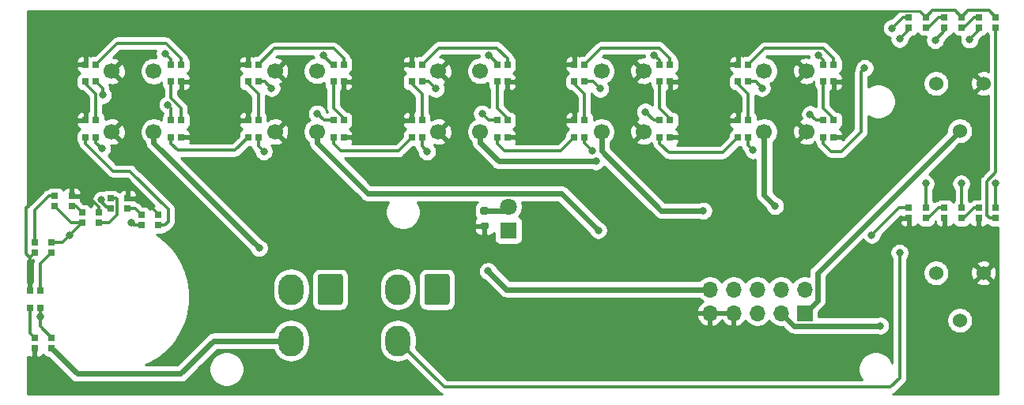
<source format=gbr>
G04 #@! TF.GenerationSoftware,KiCad,Pcbnew,(5.1.12-1-10_14)*
G04 #@! TF.CreationDate,2021-11-28T13:27:24+11:00*
G04 #@! TF.ProjectId,RWR_Control_Panel_V2,5257525f-436f-46e7-9472-6f6c5f50616e,-*
G04 #@! TF.SameCoordinates,Original*
G04 #@! TF.FileFunction,Copper,L1,Top*
G04 #@! TF.FilePolarity,Positive*
%FSLAX46Y46*%
G04 Gerber Fmt 4.6, Leading zero omitted, Abs format (unit mm)*
G04 Created by KiCad (PCBNEW (5.1.12-1-10_14)) date 2021-11-28 13:27:24*
%MOMM*%
%LPD*%
G01*
G04 APERTURE LIST*
G04 #@! TA.AperFunction,SMDPad,CuDef*
%ADD10R,0.700000X0.700000*%
G04 #@! TD*
G04 #@! TA.AperFunction,ComponentPad*
%ADD11C,1.700000*%
G04 #@! TD*
G04 #@! TA.AperFunction,ComponentPad*
%ADD12C,1.524000*%
G04 #@! TD*
G04 #@! TA.AperFunction,ComponentPad*
%ADD13O,1.700000X1.700000*%
G04 #@! TD*
G04 #@! TA.AperFunction,ComponentPad*
%ADD14R,1.700000X1.700000*%
G04 #@! TD*
G04 #@! TA.AperFunction,ComponentPad*
%ADD15O,2.700000X3.300000*%
G04 #@! TD*
G04 #@! TA.AperFunction,ComponentPad*
%ADD16C,1.800000*%
G04 #@! TD*
G04 #@! TA.AperFunction,ComponentPad*
%ADD17R,1.800000X1.800000*%
G04 #@! TD*
G04 #@! TA.AperFunction,ViaPad*
%ADD18C,0.800000*%
G04 #@! TD*
G04 #@! TA.AperFunction,Conductor*
%ADD19C,0.304800*%
G04 #@! TD*
G04 #@! TA.AperFunction,Conductor*
%ADD20C,0.250000*%
G04 #@! TD*
G04 #@! TA.AperFunction,Conductor*
%ADD21C,0.609600*%
G04 #@! TD*
G04 #@! TA.AperFunction,Conductor*
%ADD22C,0.254000*%
G04 #@! TD*
G04 #@! TA.AperFunction,Conductor*
%ADD23C,0.100000*%
G04 #@! TD*
G04 APERTURE END LIST*
D10*
X223535608Y-103344084D03*
X223535608Y-104444084D03*
X221705608Y-104444084D03*
X221705608Y-103344084D03*
X227345608Y-103344084D03*
X227345608Y-104444084D03*
X225515608Y-104444084D03*
X225515608Y-103344084D03*
X231018630Y-103344084D03*
X231018630Y-104444084D03*
X229188630Y-104444084D03*
X229188630Y-103344084D03*
X229188630Y-83997084D03*
X229188630Y-82897084D03*
X231018630Y-82897084D03*
X231018630Y-83997084D03*
X225515608Y-83997084D03*
X225515608Y-82897084D03*
X227345608Y-82897084D03*
X227345608Y-83997084D03*
X221705608Y-83997084D03*
X221705608Y-82897084D03*
X223535608Y-82897084D03*
X223535608Y-83997084D03*
X212535630Y-93962084D03*
X213635630Y-93962084D03*
X213635630Y-95792084D03*
X212535630Y-95792084D03*
X212535630Y-87993084D03*
X213635630Y-87993084D03*
X213635630Y-89823084D03*
X212535630Y-89823084D03*
X204491630Y-89823084D03*
X203391630Y-89823084D03*
X203391630Y-87993084D03*
X204491630Y-87993084D03*
X204491630Y-95792084D03*
X203391630Y-95792084D03*
X203391630Y-93962084D03*
X204491630Y-93962084D03*
X195009630Y-93962084D03*
X196109630Y-93962084D03*
X196109630Y-95792084D03*
X195009630Y-95792084D03*
X195009630Y-87993084D03*
X196109630Y-87993084D03*
X196109630Y-89823084D03*
X195009630Y-89823084D03*
X186965630Y-89823084D03*
X185865630Y-89823084D03*
X185865630Y-87993084D03*
X186965630Y-87993084D03*
X186965630Y-95792084D03*
X185865630Y-95792084D03*
X185865630Y-93962084D03*
X186965630Y-93962084D03*
X177610630Y-93962084D03*
X178710630Y-93962084D03*
X178710630Y-95792084D03*
X177610630Y-95792084D03*
X177610630Y-87993084D03*
X178710630Y-87993084D03*
X178710630Y-89823084D03*
X177610630Y-89823084D03*
X169566630Y-89823084D03*
X168466630Y-89823084D03*
X168466630Y-87993084D03*
X169566630Y-87993084D03*
X169566630Y-95792084D03*
X168466630Y-95792084D03*
X168466630Y-93962084D03*
X169566630Y-93962084D03*
X160084630Y-93962084D03*
X161184630Y-93962084D03*
X161184630Y-95792084D03*
X160084630Y-95792084D03*
X160084630Y-87993084D03*
X161184630Y-87993084D03*
X161184630Y-89823084D03*
X160084630Y-89823084D03*
X152040630Y-89823084D03*
X150940630Y-89823084D03*
X150940630Y-87993084D03*
X152040630Y-87993084D03*
X152040630Y-95792084D03*
X150940630Y-95792084D03*
X150940630Y-93962084D03*
X152040630Y-93962084D03*
X142685630Y-93962084D03*
X143785630Y-93962084D03*
X143785630Y-95792084D03*
X142685630Y-95792084D03*
X142685630Y-87993084D03*
X143785630Y-87993084D03*
X143785630Y-89823084D03*
X142685630Y-89823084D03*
X134641630Y-89823084D03*
X133541630Y-89823084D03*
X133541630Y-87993084D03*
X134641630Y-87993084D03*
X134641630Y-95792084D03*
X133541630Y-95792084D03*
X133541630Y-93962084D03*
X134641630Y-93962084D03*
X139526630Y-105206084D03*
X139526630Y-104106084D03*
X141356630Y-104106084D03*
X141356630Y-105206084D03*
X136224630Y-103428084D03*
X136224630Y-102328084D03*
X138054630Y-102328084D03*
X138054630Y-103428084D03*
X133176630Y-104952084D03*
X133176630Y-103852084D03*
X135006630Y-103852084D03*
X135006630Y-104952084D03*
X130255630Y-103174084D03*
X130255630Y-102074084D03*
X132085630Y-102074084D03*
X132085630Y-103174084D03*
X129926630Y-107027084D03*
X129926630Y-108127084D03*
X128096630Y-108127084D03*
X128096630Y-107027084D03*
X128672630Y-114080084D03*
X127572630Y-114080084D03*
X127572630Y-112250084D03*
X128672630Y-112250084D03*
X129926630Y-117314084D03*
X129926630Y-118414084D03*
X128096630Y-118414084D03*
X128096630Y-117314084D03*
D11*
X206221280Y-95175535D03*
X206221280Y-88675535D03*
X210721280Y-95175535D03*
X210721280Y-88675535D03*
X188784181Y-95175535D03*
X188784181Y-88675535D03*
X193284181Y-95175535D03*
X193284181Y-88675535D03*
X175817482Y-88673135D03*
X175817482Y-95173135D03*
X171317482Y-88673135D03*
X171317482Y-95173135D03*
X158329581Y-88673135D03*
X158329581Y-95173135D03*
X153829581Y-88673135D03*
X153829581Y-95173135D03*
X140854381Y-88685835D03*
X140854381Y-95185835D03*
X136354381Y-88685835D03*
X136354381Y-95185835D03*
D12*
X229690881Y-110339335D03*
X227150881Y-115419335D03*
X224610881Y-110339335D03*
X229690881Y-90019335D03*
X227150881Y-95099335D03*
X224610881Y-90019335D03*
G04 #@! TA.AperFunction,SMDPad,CuDef*
G36*
G01*
X175990608Y-104900561D02*
X176540608Y-104900561D01*
G75*
G02*
X176740608Y-105100561I0J-200000D01*
G01*
X176740608Y-105500561D01*
G75*
G02*
X176540608Y-105700561I-200000J0D01*
G01*
X175990608Y-105700561D01*
G75*
G02*
X175790608Y-105500561I0J200000D01*
G01*
X175790608Y-105100561D01*
G75*
G02*
X175990608Y-104900561I200000J0D01*
G01*
G37*
G04 #@! TD.AperFunction*
G04 #@! TA.AperFunction,SMDPad,CuDef*
G36*
G01*
X175990608Y-103250561D02*
X176540608Y-103250561D01*
G75*
G02*
X176740608Y-103450561I0J-200000D01*
G01*
X176740608Y-103850561D01*
G75*
G02*
X176540608Y-104050561I-200000J0D01*
G01*
X175990608Y-104050561D01*
G75*
G02*
X175790608Y-103850561I0J200000D01*
G01*
X175790608Y-103450561D01*
G75*
G02*
X175990608Y-103250561I200000J0D01*
G01*
G37*
G04 #@! TD.AperFunction*
D13*
X200395608Y-112095561D03*
X200395608Y-114635561D03*
X202935608Y-112095561D03*
X202935608Y-114635561D03*
X205475608Y-112095561D03*
X205475608Y-114635561D03*
X208015608Y-112095561D03*
X208015608Y-114635561D03*
X210555608Y-112095561D03*
D14*
X210555608Y-114635561D03*
D15*
X166985608Y-117595561D03*
X171185608Y-117595561D03*
X166985608Y-112095561D03*
G04 #@! TA.AperFunction,ComponentPad*
G36*
G01*
X172535608Y-110695562D02*
X172535608Y-113495560D01*
G75*
G02*
X172285607Y-113745561I-250001J0D01*
G01*
X170085609Y-113745561D01*
G75*
G02*
X169835608Y-113495560I0J250001D01*
G01*
X169835608Y-110695562D01*
G75*
G02*
X170085609Y-110445561I250001J0D01*
G01*
X172285607Y-110445561D01*
G75*
G02*
X172535608Y-110695562I0J-250001D01*
G01*
G37*
G04 #@! TD.AperFunction*
X155555608Y-117595561D03*
X159755608Y-117595561D03*
X155555608Y-112095561D03*
G04 #@! TA.AperFunction,ComponentPad*
G36*
G01*
X161105608Y-110695562D02*
X161105608Y-113495560D01*
G75*
G02*
X160855607Y-113745561I-250001J0D01*
G01*
X158655609Y-113745561D01*
G75*
G02*
X158405608Y-113495560I0J250001D01*
G01*
X158405608Y-110695562D01*
G75*
G02*
X158655609Y-110445561I250001J0D01*
G01*
X160855607Y-110445561D01*
G75*
G02*
X161105608Y-110695562I0J-250001D01*
G01*
G37*
G04 #@! TD.AperFunction*
D16*
X178805608Y-103205561D03*
D17*
X178805608Y-105745561D03*
D18*
X188195459Y-98363751D03*
X188457608Y-105745561D03*
X176646608Y-110127061D03*
X152135608Y-107650561D03*
X199697108Y-103650061D03*
X207380608Y-103142061D03*
X128672630Y-115028084D03*
X131877130Y-106251584D03*
X138409630Y-104910084D03*
X135258665Y-102473049D03*
X135295408Y-97007961D03*
X142051808Y-86809861D03*
X135394040Y-91251426D03*
X142338923Y-92288546D03*
X223509608Y-100729061D03*
X227319608Y-100729061D03*
X231002608Y-100665561D03*
X228208608Y-85298561D03*
X224525608Y-85362061D03*
X220715608Y-85235061D03*
X212016108Y-87013061D03*
X205983608Y-90505561D03*
X205031108Y-97173061D03*
X211127108Y-93299561D03*
X194426608Y-86949561D03*
X188648108Y-90569061D03*
X187822608Y-97236561D03*
X193474108Y-93045561D03*
X176011608Y-93236061D03*
X176710108Y-86949561D03*
X171058608Y-90569061D03*
X170106108Y-97300061D03*
X158993608Y-87013061D03*
X153469108Y-90505561D03*
X152643608Y-97300061D03*
X158358608Y-93236061D03*
X219872970Y-84074923D03*
X216969108Y-88346561D03*
X217731108Y-106253561D03*
X220715608Y-108158561D03*
X218641409Y-115990362D03*
D19*
X127572630Y-108651084D02*
X127572630Y-112250084D01*
X128096630Y-108127084D02*
X127572630Y-108651084D01*
X127572630Y-108651084D02*
X127558331Y-108651084D01*
X127558331Y-108651084D02*
X127154708Y-108247461D01*
X127154708Y-108247461D02*
X127154708Y-103319861D01*
X127154708Y-103319861D02*
X128818408Y-101656161D01*
X135006630Y-103852084D02*
X135006630Y-103285083D01*
X135006630Y-103285083D02*
X133352308Y-101630761D01*
X228048009Y-82194683D02*
X227345608Y-82897084D01*
X230316229Y-82194683D02*
X228048009Y-82194683D01*
X231018630Y-82897084D02*
X230316229Y-82194683D01*
X224238009Y-82194683D02*
X223535608Y-82897084D01*
X226643207Y-82194683D02*
X224238009Y-82194683D01*
X227345608Y-82897084D02*
X226643207Y-82194683D01*
X141356630Y-104106084D02*
X141356630Y-103983583D01*
X141356630Y-103983583D02*
X140324608Y-102951561D01*
D20*
X220363086Y-82222083D02*
X219699608Y-82885561D01*
X222860607Y-82222083D02*
X220363086Y-82222083D01*
X223535608Y-82897084D02*
X222860607Y-82222083D01*
D21*
X178360608Y-103650561D02*
X178805608Y-103205561D01*
X176265608Y-103650561D02*
X178360608Y-103650561D01*
X177806017Y-98363751D02*
X188195459Y-98363751D01*
X175817482Y-95173135D02*
X175817482Y-96375216D01*
X175817482Y-96375216D02*
X177806017Y-98363751D01*
X163743927Y-101789562D02*
X184501609Y-101789562D01*
X184501609Y-101789562D02*
X188457608Y-105745561D01*
X158329581Y-95173135D02*
X158329581Y-96375216D01*
X158329581Y-96375216D02*
X163743927Y-101789562D01*
X200395608Y-112095561D02*
X178615108Y-112095561D01*
X178615108Y-112095561D02*
X176646608Y-110127061D01*
X140854381Y-96369334D02*
X140854381Y-95185835D01*
X152135608Y-107650561D02*
X140854381Y-96369334D01*
X188784181Y-97245634D02*
X188784181Y-95175535D01*
X195188608Y-103650061D02*
X188784181Y-97245634D01*
X199697108Y-103650061D02*
X195188608Y-103650061D01*
X206221280Y-101982733D02*
X206221280Y-95175535D01*
X207380608Y-103142061D02*
X206221280Y-101982733D01*
D19*
X128672630Y-116060084D02*
X128672630Y-115028084D01*
X129926630Y-117314084D02*
X128672630Y-116060084D01*
X131101630Y-107027084D02*
X131877130Y-106251584D01*
X129926630Y-107027084D02*
X131101630Y-107027084D01*
X128672630Y-115028084D02*
X128672630Y-114080084D01*
X131877130Y-106251584D02*
X133176630Y-104952084D01*
X132033630Y-104952084D02*
X133176630Y-104952084D01*
X130255630Y-103174084D02*
X132033630Y-104952084D01*
X138705630Y-105206084D02*
X138409630Y-104910084D01*
X139526630Y-105206084D02*
X138705630Y-105206084D01*
X136224630Y-103428084D02*
X135990308Y-103428084D01*
X135990308Y-103428084D02*
X135258665Y-102696441D01*
X135258665Y-102696441D02*
X135258665Y-102473049D01*
X134641630Y-96354183D02*
X135295408Y-97007961D01*
X134641630Y-95792084D02*
X134641630Y-96354183D01*
X142685630Y-87443683D02*
X142051808Y-86809861D01*
X142685630Y-87993084D02*
X142685630Y-87443683D01*
X134641630Y-89823084D02*
X135394040Y-90575494D01*
X135394040Y-90575494D02*
X135394040Y-91251426D01*
X142685630Y-93962084D02*
X142685630Y-92635253D01*
X142685630Y-92635253D02*
X142338923Y-92288546D01*
X223535608Y-100755061D02*
X223509608Y-100729061D01*
X223535608Y-103344084D02*
X223535608Y-100755061D01*
X227345608Y-100755061D02*
X227319608Y-100729061D01*
X227345608Y-103344084D02*
X227345608Y-100755061D01*
X231018630Y-100681583D02*
X231002608Y-100665561D01*
X231018630Y-103344084D02*
X231018630Y-100681583D01*
X229188630Y-84318539D02*
X228208608Y-85298561D01*
X229188630Y-83997084D02*
X229188630Y-84318539D01*
X225515608Y-84372061D02*
X224525608Y-85362061D01*
X225515608Y-83997084D02*
X225515608Y-84372061D01*
X221705608Y-84245061D02*
X220715608Y-85235061D01*
X221705608Y-83997084D02*
X221705608Y-84245061D01*
X212535630Y-87532583D02*
X212016108Y-87013061D01*
X212535630Y-87993084D02*
X212535630Y-87532583D01*
X205301131Y-89823084D02*
X205983608Y-90505561D01*
X204491630Y-89823084D02*
X205301131Y-89823084D01*
X204491630Y-96633583D02*
X205031108Y-97173061D01*
X204491630Y-95792084D02*
X204491630Y-96633583D01*
X211789631Y-93962084D02*
X211127108Y-93299561D01*
X212535630Y-93962084D02*
X211789631Y-93962084D01*
X195009630Y-87532583D02*
X194426608Y-86949561D01*
X195009630Y-87993084D02*
X195009630Y-87532583D01*
X187902131Y-89823084D02*
X188648108Y-90569061D01*
X186965630Y-89823084D02*
X187902131Y-89823084D01*
X186965630Y-96379583D02*
X187822608Y-97236561D01*
X186965630Y-95792084D02*
X186965630Y-96379583D01*
X194390631Y-93962084D02*
X193474108Y-93045561D01*
X195009630Y-93962084D02*
X194390631Y-93962084D01*
X176737631Y-93962084D02*
X176011608Y-93236061D01*
X177610630Y-93962084D02*
X176737631Y-93962084D01*
X177610630Y-87850083D02*
X176710108Y-86949561D01*
X177610630Y-87993084D02*
X177610630Y-87850083D01*
X170312631Y-89823084D02*
X171058608Y-90569061D01*
X169566630Y-89823084D02*
X170312631Y-89823084D01*
X169566630Y-96760583D02*
X170106108Y-97300061D01*
X169566630Y-95792084D02*
X169566630Y-96760583D01*
X159973631Y-87993084D02*
X158993608Y-87013061D01*
X160084630Y-87993084D02*
X159973631Y-87993084D01*
X152786631Y-89823084D02*
X153469108Y-90505561D01*
X152040630Y-89823084D02*
X152786631Y-89823084D01*
X152040630Y-96697083D02*
X152643608Y-97300061D01*
X152040630Y-95792084D02*
X152040630Y-96697083D01*
X159084631Y-93962084D02*
X158358608Y-93236061D01*
X160084630Y-93962084D02*
X159084631Y-93962084D01*
D21*
X155555608Y-117595561D02*
X147270608Y-117595561D01*
X132650354Y-121137808D02*
X129926630Y-118414084D01*
X143728360Y-121137808D02*
X132650354Y-121137808D01*
X147270608Y-117595561D02*
X143728360Y-121137808D01*
D19*
X127572630Y-116790084D02*
X127572630Y-114080084D01*
X128096630Y-117314084D02*
X127572630Y-116790084D01*
X128672630Y-109381084D02*
X129926630Y-108127084D01*
X128672630Y-112250084D02*
X128672630Y-109381084D01*
X129600830Y-102074084D02*
X130255630Y-102074084D01*
X128096630Y-103578284D02*
X129600830Y-102074084D01*
X128096630Y-107027084D02*
X128096630Y-103578284D01*
X132498630Y-103174084D02*
X133176630Y-103852084D01*
X132085630Y-103174084D02*
X132498630Y-103174084D01*
X136879430Y-102328084D02*
X136224630Y-102328084D01*
X136927031Y-102375685D02*
X136879430Y-102328084D01*
X136927031Y-104060005D02*
X136927031Y-102375685D01*
X136034952Y-104952084D02*
X136927031Y-104060005D01*
X135006630Y-104952084D02*
X136034952Y-104952084D01*
X138848630Y-103428084D02*
X139526630Y-104106084D01*
X138054630Y-103428084D02*
X138848630Y-103428084D01*
X133541630Y-96446884D02*
X133541630Y-95792084D01*
X136514608Y-99419862D02*
X133541630Y-96446884D01*
X138318008Y-99420961D02*
X136514608Y-99420961D01*
X136514608Y-99420961D02*
X136514608Y-99419862D01*
X142394708Y-103497661D02*
X138318008Y-99420961D01*
X142394708Y-104822806D02*
X142394708Y-103497661D01*
X142011430Y-105206084D02*
X142394708Y-104822806D01*
X141356630Y-105206084D02*
X142011430Y-105206084D01*
X133541630Y-90057406D02*
X133541630Y-89823084D01*
X134641630Y-93962084D02*
X134641630Y-91157406D01*
X134641630Y-91157406D02*
X133541630Y-90057406D01*
X143785630Y-87338284D02*
X143785630Y-87993084D01*
X142144220Y-85696874D02*
X143785630Y-87338284D01*
X136937840Y-85696874D02*
X142144220Y-85696874D01*
X134641630Y-87993084D02*
X136937840Y-85696874D01*
X143785630Y-92671183D02*
X142685630Y-91571183D01*
X143785630Y-93962084D02*
X143785630Y-92671183D01*
X142685630Y-91571183D02*
X142685630Y-89823084D01*
X149559653Y-97173061D02*
X150940630Y-95792084D01*
X143411807Y-97173061D02*
X149559653Y-97173061D01*
X142685630Y-96446884D02*
X143411807Y-97173061D01*
X142685630Y-95792084D02*
X142685630Y-96446884D01*
X150940630Y-90057406D02*
X150940630Y-89823084D01*
X152040630Y-91157406D02*
X150940630Y-90057406D01*
X152040630Y-93962084D02*
X152040630Y-91157406D01*
X161184630Y-87338284D02*
X161184630Y-87993084D01*
X152040630Y-87993084D02*
X153773055Y-86260659D01*
X153773055Y-86260659D02*
X160107005Y-86260659D01*
X160107005Y-86260659D02*
X161184630Y-87338284D01*
X161184630Y-93727762D02*
X161184630Y-93962084D01*
X160084630Y-92627762D02*
X161184630Y-93727762D01*
X160084630Y-89823084D02*
X160084630Y-92627762D01*
X167022153Y-97236561D02*
X168466630Y-95792084D01*
X160084630Y-96446884D02*
X160874307Y-97236561D01*
X160874307Y-97236561D02*
X167022153Y-97236561D01*
X160084630Y-95792084D02*
X160084630Y-96446884D01*
X169566630Y-91157406D02*
X168466630Y-90057406D01*
X168466630Y-90057406D02*
X168466630Y-89823084D01*
X169566630Y-93962084D02*
X169566630Y-91157406D01*
X169566630Y-87993084D02*
X171362555Y-86197159D01*
X177569505Y-86197159D02*
X178710630Y-87338284D01*
X171362555Y-86197159D02*
X177569505Y-86197159D01*
X178710630Y-87338284D02*
X178710630Y-87993084D01*
X178710630Y-93727762D02*
X178710630Y-93962084D01*
X177610630Y-92627762D02*
X178710630Y-93727762D01*
X177610630Y-89823084D02*
X177610630Y-92627762D01*
X184421153Y-97236561D02*
X185865630Y-95792084D01*
X178400307Y-97236561D02*
X184421153Y-97236561D01*
X177610630Y-96446884D02*
X178400307Y-97236561D01*
X177610630Y-95792084D02*
X177610630Y-96446884D01*
X185865630Y-90057406D02*
X185865630Y-89823084D01*
X186965630Y-91157406D02*
X185865630Y-90057406D01*
X186965630Y-93962084D02*
X186965630Y-91157406D01*
X194968505Y-86197159D02*
X196109630Y-87338284D01*
X186965630Y-87993084D02*
X188761555Y-86197159D01*
X188761555Y-86197159D02*
X194968505Y-86197159D01*
X196109630Y-87338284D02*
X196109630Y-87993084D01*
X196109630Y-93727762D02*
X196109630Y-93962084D01*
X195009630Y-92627762D02*
X196109630Y-93727762D01*
X195009630Y-89823084D02*
X195009630Y-92627762D01*
X201756653Y-97427061D02*
X203391630Y-95792084D01*
X195989807Y-97427061D02*
X201756653Y-97427061D01*
X195009630Y-96446884D02*
X195989807Y-97427061D01*
X195009630Y-95792084D02*
X195009630Y-96446884D01*
X204491630Y-87993084D02*
X206224055Y-86260659D01*
X206224055Y-86260659D02*
X212558005Y-86260659D01*
X212558005Y-86260659D02*
X213635630Y-87338284D01*
X213635630Y-87338284D02*
X213635630Y-87993084D01*
X213635630Y-93727762D02*
X213635630Y-93962084D01*
X212535630Y-92627762D02*
X213635630Y-93727762D01*
X212535630Y-89823084D02*
X212535630Y-92627762D01*
X221050808Y-82897084D02*
X219872970Y-84074923D01*
X221705608Y-82897084D02*
X221050808Y-82897084D01*
X216569109Y-88746560D02*
X216969108Y-88346561D01*
X216569109Y-95223560D02*
X216569109Y-88746560D01*
X214492608Y-97300061D02*
X216569109Y-95223560D01*
X213388807Y-97300061D02*
X214492608Y-97300061D01*
X212535630Y-96446884D02*
X213388807Y-97300061D01*
X212535630Y-95792084D02*
X212535630Y-96446884D01*
X223760808Y-83997084D02*
X223535608Y-83997084D01*
X224860808Y-82897084D02*
X223760808Y-83997084D01*
X225515608Y-82897084D02*
X224860808Y-82897084D01*
X227579930Y-83997084D02*
X227345608Y-83997084D01*
X228679930Y-82897084D02*
X227579930Y-83997084D01*
X229188630Y-82897084D02*
X228679930Y-82897084D01*
X231018630Y-83997084D02*
X231018630Y-99535983D01*
X230363830Y-104444084D02*
X231018630Y-104444084D01*
X231018630Y-99535983D02*
X230059706Y-100494907D01*
X230059706Y-100494907D02*
X230059706Y-104139960D01*
X230059706Y-104139960D02*
X230363830Y-104444084D01*
X227579930Y-104444084D02*
X227345608Y-104444084D01*
X228679930Y-103344084D02*
X227579930Y-104444084D01*
X229188630Y-103344084D02*
X228679930Y-103344084D01*
X221705608Y-103344084D02*
X220640585Y-103344084D01*
X220640585Y-103344084D02*
X217731108Y-106253561D01*
X220715608Y-121620561D02*
X220715608Y-108158561D01*
X219763108Y-122573061D02*
X220715608Y-121620561D01*
X171963108Y-122573061D02*
X219763108Y-122573061D01*
X166985608Y-117595561D02*
X171963108Y-122573061D01*
D21*
X209370409Y-115990362D02*
X218641409Y-115990362D01*
X208015608Y-114635561D02*
X209370409Y-115990362D01*
X211910409Y-110339807D02*
X227150881Y-95099335D01*
X211910409Y-113280760D02*
X211910409Y-110339807D01*
X210555608Y-114635561D02*
X211910409Y-113280760D01*
D19*
X203391630Y-90057406D02*
X203391630Y-89823084D01*
X204491630Y-91157406D02*
X203391630Y-90057406D01*
X204491630Y-93962084D02*
X204491630Y-91157406D01*
X223760808Y-104444084D02*
X223535608Y-104444084D01*
X224860808Y-103344084D02*
X223760808Y-104444084D01*
X225515608Y-103344084D02*
X224860808Y-103344084D01*
D22*
X220521377Y-82312963D02*
X220521375Y-82312965D01*
X220491339Y-82337615D01*
X220466689Y-82367651D01*
X219794418Y-83039923D01*
X219771031Y-83039923D01*
X219571072Y-83079697D01*
X219382714Y-83157718D01*
X219213196Y-83270986D01*
X219069033Y-83415149D01*
X218955765Y-83584667D01*
X218877744Y-83773025D01*
X218837970Y-83972984D01*
X218837970Y-84176862D01*
X218877744Y-84376821D01*
X218955765Y-84565179D01*
X219069033Y-84734697D01*
X219213196Y-84878860D01*
X219382714Y-84992128D01*
X219571072Y-85070149D01*
X219688488Y-85093504D01*
X219680608Y-85133122D01*
X219680608Y-85337000D01*
X219720382Y-85536959D01*
X219798403Y-85725317D01*
X219911671Y-85894835D01*
X220055834Y-86038998D01*
X220225352Y-86152266D01*
X220413710Y-86230287D01*
X220613669Y-86270061D01*
X220817547Y-86270061D01*
X221017506Y-86230287D01*
X221205864Y-86152266D01*
X221375382Y-86038998D01*
X221519545Y-85894835D01*
X221632813Y-85725317D01*
X221710834Y-85536959D01*
X221750608Y-85337000D01*
X221750608Y-85313612D01*
X222081627Y-84982593D01*
X222180090Y-84972896D01*
X222299788Y-84936586D01*
X222410102Y-84877621D01*
X222506793Y-84798269D01*
X222586145Y-84701578D01*
X222620608Y-84637103D01*
X222655071Y-84701578D01*
X222734423Y-84798269D01*
X222831114Y-84877621D01*
X222941428Y-84936586D01*
X223061126Y-84972896D01*
X223185608Y-84985156D01*
X223561451Y-84985156D01*
X223530382Y-85060163D01*
X223490608Y-85260122D01*
X223490608Y-85464000D01*
X223530382Y-85663959D01*
X223608403Y-85852317D01*
X223721671Y-86021835D01*
X223865834Y-86165998D01*
X224035352Y-86279266D01*
X224223710Y-86357287D01*
X224423669Y-86397061D01*
X224627547Y-86397061D01*
X224827506Y-86357287D01*
X225015864Y-86279266D01*
X225185382Y-86165998D01*
X225329545Y-86021835D01*
X225442813Y-85852317D01*
X225520834Y-85663959D01*
X225560608Y-85464000D01*
X225560608Y-85440612D01*
X226044974Y-84956247D01*
X226109788Y-84936586D01*
X226220102Y-84877621D01*
X226316793Y-84798269D01*
X226396145Y-84701578D01*
X226430608Y-84637103D01*
X226465071Y-84701578D01*
X226544423Y-84798269D01*
X226641114Y-84877621D01*
X226751428Y-84936586D01*
X226871126Y-84972896D01*
X226995608Y-84985156D01*
X227218148Y-84985156D01*
X227213382Y-84996663D01*
X227173608Y-85196622D01*
X227173608Y-85400500D01*
X227213382Y-85600459D01*
X227291403Y-85788817D01*
X227404671Y-85958335D01*
X227548834Y-86102498D01*
X227718352Y-86215766D01*
X227906710Y-86293787D01*
X228106669Y-86333561D01*
X228310547Y-86333561D01*
X228510506Y-86293787D01*
X228698864Y-86215766D01*
X228868382Y-86102498D01*
X229012545Y-85958335D01*
X229125813Y-85788817D01*
X229203834Y-85600459D01*
X229243608Y-85400500D01*
X229243608Y-85377112D01*
X229646155Y-84974566D01*
X229663112Y-84972896D01*
X229782810Y-84936586D01*
X229893124Y-84877621D01*
X229989815Y-84798269D01*
X230069167Y-84701578D01*
X230103630Y-84637103D01*
X230138093Y-84701578D01*
X230217445Y-84798269D01*
X230231230Y-84809582D01*
X230231230Y-88729682D01*
X230160833Y-88696579D01*
X229893746Y-88630312D01*
X229618864Y-88617425D01*
X229346748Y-88658413D01*
X229087858Y-88751699D01*
X228971901Y-88813679D01*
X228904921Y-89053770D01*
X229690881Y-89839730D01*
X229705024Y-89825588D01*
X229884629Y-90005193D01*
X229870486Y-90019335D01*
X229884629Y-90033478D01*
X229705024Y-90213083D01*
X229690881Y-90198940D01*
X228904921Y-90984900D01*
X228971901Y-91224991D01*
X229220929Y-91342091D01*
X229488016Y-91408358D01*
X229762898Y-91421245D01*
X230035014Y-91380257D01*
X230231230Y-91309554D01*
X230231231Y-99209831D01*
X229530283Y-99910780D01*
X229500237Y-99935438D01*
X229401840Y-100055336D01*
X229328724Y-100192125D01*
X229283700Y-100340551D01*
X229272306Y-100456235D01*
X229272306Y-100456244D01*
X229268498Y-100494907D01*
X229272306Y-100533570D01*
X229272307Y-102356012D01*
X228838630Y-102356012D01*
X228714148Y-102368272D01*
X228594450Y-102404582D01*
X228484136Y-102463547D01*
X228387445Y-102542899D01*
X228308093Y-102639590D01*
X228300294Y-102654181D01*
X228248688Y-102681765D01*
X228226145Y-102639590D01*
X228146793Y-102542899D01*
X228133008Y-102531586D01*
X228133008Y-101374673D01*
X228236813Y-101219317D01*
X228314834Y-101030959D01*
X228354608Y-100831000D01*
X228354608Y-100627122D01*
X228314834Y-100427163D01*
X228236813Y-100238805D01*
X228123545Y-100069287D01*
X227979382Y-99925124D01*
X227809864Y-99811856D01*
X227621506Y-99733835D01*
X227421547Y-99694061D01*
X227217669Y-99694061D01*
X227017710Y-99733835D01*
X226829352Y-99811856D01*
X226659834Y-99925124D01*
X226515671Y-100069287D01*
X226402403Y-100238805D01*
X226324382Y-100427163D01*
X226284608Y-100627122D01*
X226284608Y-100831000D01*
X226324382Y-101030959D01*
X226402403Y-101219317D01*
X226515671Y-101388835D01*
X226558209Y-101431373D01*
X226558208Y-102531586D01*
X226544423Y-102542899D01*
X226465071Y-102639590D01*
X226430608Y-102704065D01*
X226396145Y-102639590D01*
X226316793Y-102542899D01*
X226220102Y-102463547D01*
X226109788Y-102404582D01*
X225990090Y-102368272D01*
X225865608Y-102356012D01*
X225165608Y-102356012D01*
X225041126Y-102368272D01*
X224921428Y-102404582D01*
X224811114Y-102463547D01*
X224714423Y-102542899D01*
X224689552Y-102573204D01*
X224589633Y-102603514D01*
X224558025Y-102613102D01*
X224436661Y-102677972D01*
X224416145Y-102639590D01*
X224336793Y-102542899D01*
X224323008Y-102531586D01*
X224323008Y-101374673D01*
X224426813Y-101219317D01*
X224504834Y-101030959D01*
X224544608Y-100831000D01*
X224544608Y-100627122D01*
X224504834Y-100427163D01*
X224426813Y-100238805D01*
X224313545Y-100069287D01*
X224169382Y-99925124D01*
X223999864Y-99811856D01*
X223835514Y-99743780D01*
X227082959Y-96496335D01*
X227288473Y-96496335D01*
X227558371Y-96442649D01*
X227812608Y-96337340D01*
X228041416Y-96184455D01*
X228236001Y-95989870D01*
X228388886Y-95761062D01*
X228494195Y-95506825D01*
X228547881Y-95236927D01*
X228547881Y-94961743D01*
X228494195Y-94691845D01*
X228388886Y-94437608D01*
X228236001Y-94208800D01*
X228041416Y-94014215D01*
X227812608Y-93861330D01*
X227558371Y-93756021D01*
X227288473Y-93702335D01*
X227013289Y-93702335D01*
X226743391Y-93756021D01*
X226489154Y-93861330D01*
X226260346Y-94014215D01*
X226065761Y-94208800D01*
X225912876Y-94437608D01*
X225807567Y-94691845D01*
X225753881Y-94961743D01*
X225753881Y-95167257D01*
X211278520Y-109642620D01*
X211242656Y-109672053D01*
X211213226Y-109707914D01*
X211125213Y-109815156D01*
X211037947Y-109978421D01*
X210984208Y-110155574D01*
X210966063Y-110339807D01*
X210970610Y-110385974D01*
X210970610Y-110664017D01*
X210701868Y-110610561D01*
X210409348Y-110610561D01*
X210122450Y-110667629D01*
X209852197Y-110779571D01*
X209608976Y-110942086D01*
X209402133Y-111148929D01*
X209285608Y-111323321D01*
X209169083Y-111148929D01*
X208962240Y-110942086D01*
X208719019Y-110779571D01*
X208448766Y-110667629D01*
X208161868Y-110610561D01*
X207869348Y-110610561D01*
X207582450Y-110667629D01*
X207312197Y-110779571D01*
X207068976Y-110942086D01*
X206862133Y-111148929D01*
X206745608Y-111323321D01*
X206629083Y-111148929D01*
X206422240Y-110942086D01*
X206179019Y-110779571D01*
X205908766Y-110667629D01*
X205621868Y-110610561D01*
X205329348Y-110610561D01*
X205042450Y-110667629D01*
X204772197Y-110779571D01*
X204528976Y-110942086D01*
X204322133Y-111148929D01*
X204205608Y-111323321D01*
X204089083Y-111148929D01*
X203882240Y-110942086D01*
X203639019Y-110779571D01*
X203368766Y-110667629D01*
X203081868Y-110610561D01*
X202789348Y-110610561D01*
X202502450Y-110667629D01*
X202232197Y-110779571D01*
X201988976Y-110942086D01*
X201782133Y-111148929D01*
X201665608Y-111323321D01*
X201549083Y-111148929D01*
X201342240Y-110942086D01*
X201099019Y-110779571D01*
X200828766Y-110667629D01*
X200541868Y-110610561D01*
X200249348Y-110610561D01*
X199962450Y-110667629D01*
X199692197Y-110779571D01*
X199448976Y-110942086D01*
X199242133Y-111148929D01*
X199237568Y-111155761D01*
X179004386Y-111155761D01*
X177619240Y-109770617D01*
X177563813Y-109636805D01*
X177450545Y-109467287D01*
X177306382Y-109323124D01*
X177136864Y-109209856D01*
X176948506Y-109131835D01*
X176748547Y-109092061D01*
X176544669Y-109092061D01*
X176344710Y-109131835D01*
X176156352Y-109209856D01*
X175986834Y-109323124D01*
X175842671Y-109467287D01*
X175729403Y-109636805D01*
X175651382Y-109825163D01*
X175611608Y-110025122D01*
X175611608Y-110229000D01*
X175651382Y-110428959D01*
X175729403Y-110617317D01*
X175842671Y-110786835D01*
X175986834Y-110930998D01*
X176156352Y-111044266D01*
X176290164Y-111099693D01*
X177917926Y-112727457D01*
X177947354Y-112763315D01*
X178090457Y-112880757D01*
X178253722Y-112968024D01*
X178430875Y-113021763D01*
X178568941Y-113035361D01*
X178568950Y-113035361D01*
X178615107Y-113039907D01*
X178661264Y-113035361D01*
X199237568Y-113035361D01*
X199242133Y-113042193D01*
X199448976Y-113249036D01*
X199625014Y-113366661D01*
X199395339Y-113537973D01*
X199200430Y-113754206D01*
X199051451Y-114004309D01*
X198954127Y-114278670D01*
X199074794Y-114508561D01*
X200268608Y-114508561D01*
X200268608Y-114488561D01*
X200522608Y-114488561D01*
X200522608Y-114508561D01*
X202808608Y-114508561D01*
X202808608Y-114488561D01*
X203062608Y-114488561D01*
X203062608Y-114508561D01*
X203082608Y-114508561D01*
X203082608Y-114762561D01*
X203062608Y-114762561D01*
X203062608Y-115955716D01*
X203292498Y-116077037D01*
X203439707Y-116032386D01*
X203702528Y-115907202D01*
X203935877Y-115733149D01*
X204130786Y-115516916D01*
X204200413Y-115400027D01*
X204322133Y-115582193D01*
X204528976Y-115789036D01*
X204772197Y-115951551D01*
X205042450Y-116063493D01*
X205329348Y-116120561D01*
X205621868Y-116120561D01*
X205908766Y-116063493D01*
X206179019Y-115951551D01*
X206422240Y-115789036D01*
X206629083Y-115582193D01*
X206745608Y-115407801D01*
X206862133Y-115582193D01*
X207068976Y-115789036D01*
X207312197Y-115951551D01*
X207582450Y-116063493D01*
X207869348Y-116120561D01*
X208161868Y-116120561D01*
X208169928Y-116118958D01*
X208673222Y-116622252D01*
X208702655Y-116658116D01*
X208775563Y-116717950D01*
X208845757Y-116775558D01*
X208908995Y-116809359D01*
X209009023Y-116862825D01*
X209186176Y-116916564D01*
X209324242Y-116930162D01*
X209324252Y-116930162D01*
X209370409Y-116934708D01*
X209416566Y-116930162D01*
X218205702Y-116930162D01*
X218339511Y-116985588D01*
X218539470Y-117025362D01*
X218743348Y-117025362D01*
X218943307Y-116985588D01*
X219131665Y-116907567D01*
X219301183Y-116794299D01*
X219445346Y-116650136D01*
X219558614Y-116480618D01*
X219636635Y-116292260D01*
X219676409Y-116092301D01*
X219676409Y-115888423D01*
X219636635Y-115688464D01*
X219558614Y-115500106D01*
X219445346Y-115330588D01*
X219301183Y-115186425D01*
X219131665Y-115073157D01*
X218943307Y-114995136D01*
X218743348Y-114955362D01*
X218539470Y-114955362D01*
X218339511Y-114995136D01*
X218205702Y-115050562D01*
X212043680Y-115050562D01*
X212043680Y-114476566D01*
X212542299Y-113977947D01*
X212578163Y-113948514D01*
X212646237Y-113865566D01*
X212695605Y-113805412D01*
X212782872Y-113642146D01*
X212783368Y-113640512D01*
X212836611Y-113464993D01*
X212850209Y-113326927D01*
X212850209Y-113326917D01*
X212854755Y-113280760D01*
X212850209Y-113234603D01*
X212850209Y-110729083D01*
X216822544Y-106756749D01*
X216927171Y-106913335D01*
X217071334Y-107057498D01*
X217240852Y-107170766D01*
X217429210Y-107248787D01*
X217629169Y-107288561D01*
X217833047Y-107288561D01*
X218033006Y-107248787D01*
X218221364Y-107170766D01*
X218390882Y-107057498D01*
X218535045Y-106913335D01*
X218648313Y-106743817D01*
X218726334Y-106555459D01*
X218766108Y-106355500D01*
X218766108Y-106332111D01*
X220304135Y-104794084D01*
X220717536Y-104794084D01*
X220729796Y-104918566D01*
X220766106Y-105038264D01*
X220825071Y-105148578D01*
X220904423Y-105245269D01*
X221001114Y-105324621D01*
X221111428Y-105383586D01*
X221231126Y-105419896D01*
X221355608Y-105432156D01*
X221419858Y-105429084D01*
X221578608Y-105270334D01*
X221578608Y-104571084D01*
X220879358Y-104571084D01*
X220720608Y-104729834D01*
X220717536Y-104794084D01*
X220304135Y-104794084D01*
X220830247Y-104267973D01*
X220879358Y-104317084D01*
X221221856Y-104317084D01*
X221231126Y-104319896D01*
X221355608Y-104332156D01*
X221852608Y-104332156D01*
X221852608Y-104571084D01*
X221832608Y-104571084D01*
X221832608Y-105270334D01*
X221991358Y-105429084D01*
X222055608Y-105432156D01*
X222180090Y-105419896D01*
X222299788Y-105383586D01*
X222410102Y-105324621D01*
X222506793Y-105245269D01*
X222586145Y-105148578D01*
X222620608Y-105084103D01*
X222655071Y-105148578D01*
X222734423Y-105245269D01*
X222831114Y-105324621D01*
X222941428Y-105383586D01*
X223061126Y-105419896D01*
X223185608Y-105432156D01*
X223885608Y-105432156D01*
X224010090Y-105419896D01*
X224129788Y-105383586D01*
X224240102Y-105324621D01*
X224336793Y-105245269D01*
X224416145Y-105148578D01*
X224475110Y-105038264D01*
X224511420Y-104918566D01*
X224523606Y-104794836D01*
X224527696Y-104790747D01*
X224527536Y-104794084D01*
X224539796Y-104918566D01*
X224576106Y-105038264D01*
X224635071Y-105148578D01*
X224714423Y-105245269D01*
X224811114Y-105324621D01*
X224921428Y-105383586D01*
X225041126Y-105419896D01*
X225165608Y-105432156D01*
X225229858Y-105429084D01*
X225388608Y-105270334D01*
X225388608Y-104571084D01*
X225368608Y-104571084D01*
X225368608Y-104332156D01*
X225662608Y-104332156D01*
X225662608Y-104571084D01*
X225642608Y-104571084D01*
X225642608Y-105270334D01*
X225801358Y-105429084D01*
X225865608Y-105432156D01*
X225990090Y-105419896D01*
X226109788Y-105383586D01*
X226220102Y-105324621D01*
X226316793Y-105245269D01*
X226396145Y-105148578D01*
X226430608Y-105084103D01*
X226465071Y-105148578D01*
X226544423Y-105245269D01*
X226641114Y-105324621D01*
X226751428Y-105383586D01*
X226871126Y-105419896D01*
X226995608Y-105432156D01*
X227695608Y-105432156D01*
X227820090Y-105419896D01*
X227939788Y-105383586D01*
X228050102Y-105324621D01*
X228146793Y-105245269D01*
X228226145Y-105148578D01*
X228267119Y-105071922D01*
X228308093Y-105148578D01*
X228387445Y-105245269D01*
X228484136Y-105324621D01*
X228594450Y-105383586D01*
X228714148Y-105419896D01*
X228838630Y-105432156D01*
X228902880Y-105429084D01*
X229061630Y-105270334D01*
X229061630Y-104571084D01*
X229041630Y-104571084D01*
X229041630Y-104332156D01*
X229295179Y-104332156D01*
X229328724Y-104442742D01*
X229335630Y-104455662D01*
X229335630Y-104571084D01*
X229315630Y-104571084D01*
X229315630Y-105270334D01*
X229474380Y-105429084D01*
X229538630Y-105432156D01*
X229663112Y-105419896D01*
X229782810Y-105383586D01*
X229893124Y-105324621D01*
X229989815Y-105245269D01*
X230051581Y-105170006D01*
X230061047Y-105175066D01*
X230192574Y-105214964D01*
X230217445Y-105245269D01*
X230314136Y-105324621D01*
X230424450Y-105383586D01*
X230544148Y-105419896D01*
X230668630Y-105432156D01*
X231253381Y-105432156D01*
X231253381Y-123331834D01*
X219974275Y-123331834D01*
X220065891Y-123304043D01*
X220202680Y-123230927D01*
X220322577Y-123132530D01*
X220347235Y-123102484D01*
X221245042Y-122204679D01*
X221275077Y-122180030D01*
X221313273Y-122133489D01*
X221373473Y-122060134D01*
X221373474Y-122060133D01*
X221446590Y-121923344D01*
X221491614Y-121774918D01*
X221503008Y-121659234D01*
X221503008Y-121659225D01*
X221506816Y-121620562D01*
X221503008Y-121581899D01*
X221503008Y-115281743D01*
X225753881Y-115281743D01*
X225753881Y-115556927D01*
X225807567Y-115826825D01*
X225912876Y-116081062D01*
X226065761Y-116309870D01*
X226260346Y-116504455D01*
X226489154Y-116657340D01*
X226743391Y-116762649D01*
X227013289Y-116816335D01*
X227288473Y-116816335D01*
X227558371Y-116762649D01*
X227812608Y-116657340D01*
X228041416Y-116504455D01*
X228236001Y-116309870D01*
X228388886Y-116081062D01*
X228494195Y-115826825D01*
X228547881Y-115556927D01*
X228547881Y-115281743D01*
X228494195Y-115011845D01*
X228388886Y-114757608D01*
X228236001Y-114528800D01*
X228041416Y-114334215D01*
X227812608Y-114181330D01*
X227558371Y-114076021D01*
X227288473Y-114022335D01*
X227013289Y-114022335D01*
X226743391Y-114076021D01*
X226489154Y-114181330D01*
X226260346Y-114334215D01*
X226065761Y-114528800D01*
X225912876Y-114757608D01*
X225807567Y-115011845D01*
X225753881Y-115281743D01*
X221503008Y-115281743D01*
X221503008Y-110201743D01*
X223213881Y-110201743D01*
X223213881Y-110476927D01*
X223267567Y-110746825D01*
X223372876Y-111001062D01*
X223525761Y-111229870D01*
X223720346Y-111424455D01*
X223949154Y-111577340D01*
X224203391Y-111682649D01*
X224473289Y-111736335D01*
X224748473Y-111736335D01*
X225018371Y-111682649D01*
X225272608Y-111577340D01*
X225501416Y-111424455D01*
X225620971Y-111304900D01*
X228904921Y-111304900D01*
X228971901Y-111544991D01*
X229220929Y-111662091D01*
X229488016Y-111728358D01*
X229762898Y-111741245D01*
X230035014Y-111700257D01*
X230293904Y-111606971D01*
X230409861Y-111544991D01*
X230476841Y-111304900D01*
X229690881Y-110518940D01*
X228904921Y-111304900D01*
X225620971Y-111304900D01*
X225696001Y-111229870D01*
X225848886Y-111001062D01*
X225954195Y-110746825D01*
X226007881Y-110476927D01*
X226007881Y-110411352D01*
X228288971Y-110411352D01*
X228329959Y-110683468D01*
X228423245Y-110942358D01*
X228485225Y-111058315D01*
X228725316Y-111125295D01*
X229511276Y-110339335D01*
X229870486Y-110339335D01*
X230656446Y-111125295D01*
X230896537Y-111058315D01*
X231013637Y-110809287D01*
X231079904Y-110542200D01*
X231092791Y-110267318D01*
X231051803Y-109995202D01*
X230958517Y-109736312D01*
X230896537Y-109620355D01*
X230656446Y-109553375D01*
X229870486Y-110339335D01*
X229511276Y-110339335D01*
X228725316Y-109553375D01*
X228485225Y-109620355D01*
X228368125Y-109869383D01*
X228301858Y-110136470D01*
X228288971Y-110411352D01*
X226007881Y-110411352D01*
X226007881Y-110201743D01*
X225954195Y-109931845D01*
X225848886Y-109677608D01*
X225696001Y-109448800D01*
X225620971Y-109373770D01*
X228904921Y-109373770D01*
X229690881Y-110159730D01*
X230476841Y-109373770D01*
X230409861Y-109133679D01*
X230160833Y-109016579D01*
X229893746Y-108950312D01*
X229618864Y-108937425D01*
X229346748Y-108978413D01*
X229087858Y-109071699D01*
X228971901Y-109133679D01*
X228904921Y-109373770D01*
X225620971Y-109373770D01*
X225501416Y-109254215D01*
X225272608Y-109101330D01*
X225018371Y-108996021D01*
X224748473Y-108942335D01*
X224473289Y-108942335D01*
X224203391Y-108996021D01*
X223949154Y-109101330D01*
X223720346Y-109254215D01*
X223525761Y-109448800D01*
X223372876Y-109677608D01*
X223267567Y-109931845D01*
X223213881Y-110201743D01*
X221503008Y-110201743D01*
X221503008Y-108834872D01*
X221519545Y-108818335D01*
X221632813Y-108648817D01*
X221710834Y-108460459D01*
X221750608Y-108260500D01*
X221750608Y-108056622D01*
X221710834Y-107856663D01*
X221632813Y-107668305D01*
X221519545Y-107498787D01*
X221375382Y-107354624D01*
X221205864Y-107241356D01*
X221017506Y-107163335D01*
X220817547Y-107123561D01*
X220613669Y-107123561D01*
X220413710Y-107163335D01*
X220225352Y-107241356D01*
X220055834Y-107354624D01*
X219911671Y-107498787D01*
X219798403Y-107668305D01*
X219720382Y-107856663D01*
X219680608Y-108056622D01*
X219680608Y-108260500D01*
X219720382Y-108460459D01*
X219798403Y-108648817D01*
X219911671Y-108818335D01*
X219928209Y-108834873D01*
X219928208Y-119987581D01*
X219836096Y-119765202D01*
X219629805Y-119456466D01*
X219367248Y-119193909D01*
X219058512Y-118987618D01*
X218715464Y-118845523D01*
X218351286Y-118773084D01*
X217979974Y-118773084D01*
X217615796Y-118845523D01*
X217272748Y-118987618D01*
X216964012Y-119193909D01*
X216701455Y-119456466D01*
X216495164Y-119765202D01*
X216353069Y-120108250D01*
X216280630Y-120472428D01*
X216280630Y-120843740D01*
X216353069Y-121207918D01*
X216495164Y-121550966D01*
X216651982Y-121785661D01*
X172289259Y-121785661D01*
X168906137Y-118402539D01*
X168941886Y-118284689D01*
X168970608Y-117993071D01*
X168970608Y-117198052D01*
X168941886Y-116906434D01*
X168828382Y-116532259D01*
X168644061Y-116187418D01*
X168396006Y-115885163D01*
X168093751Y-115637108D01*
X167748910Y-115452787D01*
X167374736Y-115339283D01*
X166985608Y-115300957D01*
X166596481Y-115339283D01*
X166222307Y-115452787D01*
X165877466Y-115637108D01*
X165575211Y-115885163D01*
X165327155Y-116187418D01*
X165142834Y-116532259D01*
X165029330Y-116906433D01*
X165000608Y-117198051D01*
X165000608Y-117993070D01*
X165029330Y-118284688D01*
X165142834Y-118658862D01*
X165327155Y-119003704D01*
X165575210Y-119305959D01*
X165877465Y-119554014D01*
X166222306Y-119738335D01*
X166596480Y-119851839D01*
X166985608Y-119890165D01*
X167374735Y-119851839D01*
X167748909Y-119738335D01*
X167922204Y-119645707D01*
X171378985Y-123102489D01*
X171403639Y-123132530D01*
X171523536Y-123230927D01*
X171660325Y-123304043D01*
X171751941Y-123331834D01*
X127395608Y-123331834D01*
X127395608Y-119296477D01*
X127502450Y-119353586D01*
X127622148Y-119389896D01*
X127746630Y-119402156D01*
X127810880Y-119399084D01*
X127969630Y-119240334D01*
X127969630Y-118541084D01*
X127949630Y-118541084D01*
X127949630Y-118302156D01*
X128243630Y-118302156D01*
X128243630Y-118541084D01*
X128223630Y-118541084D01*
X128223630Y-119240334D01*
X128382380Y-119399084D01*
X128446630Y-119402156D01*
X128571112Y-119389896D01*
X128690810Y-119353586D01*
X128801124Y-119294621D01*
X128897815Y-119215269D01*
X128977167Y-119118578D01*
X129011630Y-119054103D01*
X129046093Y-119118578D01*
X129125445Y-119215269D01*
X129222136Y-119294621D01*
X129332450Y-119353586D01*
X129452148Y-119389896D01*
X129576630Y-119402156D01*
X129585626Y-119402156D01*
X131953172Y-121769704D01*
X131982600Y-121805562D01*
X132018458Y-121834990D01*
X132018459Y-121834991D01*
X132071921Y-121878866D01*
X132125703Y-121923004D01*
X132288968Y-122010271D01*
X132466121Y-122064010D01*
X132604187Y-122077608D01*
X132604196Y-122077608D01*
X132650353Y-122082154D01*
X132696510Y-122077608D01*
X143682203Y-122077608D01*
X143728360Y-122082154D01*
X143774517Y-122077608D01*
X143774527Y-122077608D01*
X143912593Y-122064010D01*
X144089746Y-122010271D01*
X144253011Y-121923004D01*
X144396114Y-121805562D01*
X144425546Y-121769699D01*
X145722817Y-120472428D01*
X146748132Y-120472428D01*
X146748132Y-120843740D01*
X146820571Y-121207918D01*
X146962666Y-121550966D01*
X147168957Y-121859702D01*
X147431514Y-122122259D01*
X147740250Y-122328550D01*
X148083298Y-122470645D01*
X148447476Y-122543084D01*
X148818788Y-122543084D01*
X149182966Y-122470645D01*
X149526014Y-122328550D01*
X149834750Y-122122259D01*
X150097307Y-121859702D01*
X150303598Y-121550966D01*
X150445693Y-121207918D01*
X150518132Y-120843740D01*
X150518132Y-120472428D01*
X150445693Y-120108250D01*
X150303598Y-119765202D01*
X150097307Y-119456466D01*
X149834750Y-119193909D01*
X149526014Y-118987618D01*
X149182966Y-118845523D01*
X148818788Y-118773084D01*
X148447476Y-118773084D01*
X148083298Y-118845523D01*
X147740250Y-118987618D01*
X147431514Y-119193909D01*
X147168957Y-119456466D01*
X146962666Y-119765202D01*
X146820571Y-120108250D01*
X146748132Y-120472428D01*
X145722817Y-120472428D01*
X147659886Y-118535361D01*
X153675371Y-118535361D01*
X153712834Y-118658862D01*
X153897155Y-119003704D01*
X154145210Y-119305959D01*
X154447465Y-119554014D01*
X154792306Y-119738335D01*
X155166480Y-119851839D01*
X155555608Y-119890165D01*
X155944735Y-119851839D01*
X156318909Y-119738335D01*
X156663751Y-119554014D01*
X156966006Y-119305959D01*
X157214061Y-119003704D01*
X157398382Y-118658863D01*
X157511886Y-118284689D01*
X157540608Y-117993071D01*
X157540608Y-117198052D01*
X157511886Y-116906434D01*
X157398382Y-116532259D01*
X157214061Y-116187418D01*
X156966006Y-115885163D01*
X156663751Y-115637108D01*
X156318910Y-115452787D01*
X155944736Y-115339283D01*
X155555608Y-115300957D01*
X155166481Y-115339283D01*
X154792307Y-115452787D01*
X154447466Y-115637108D01*
X154145211Y-115885163D01*
X153897155Y-116187418D01*
X153712834Y-116532259D01*
X153675370Y-116655761D01*
X147316764Y-116655761D01*
X147270607Y-116651215D01*
X147224450Y-116655761D01*
X147224441Y-116655761D01*
X147086375Y-116669359D01*
X146909222Y-116723098D01*
X146745957Y-116810365D01*
X146745955Y-116810366D01*
X146745956Y-116810366D01*
X146682035Y-116862825D01*
X146602854Y-116927807D01*
X146573426Y-116963665D01*
X143339083Y-120198008D01*
X139981418Y-120198008D01*
X140398538Y-120020751D01*
X141399209Y-119410051D01*
X142300298Y-118660159D01*
X143082599Y-117787059D01*
X143729439Y-116809359D01*
X144227031Y-115747898D01*
X144454310Y-114992452D01*
X198954127Y-114992452D01*
X199051451Y-115266813D01*
X199200430Y-115516916D01*
X199395339Y-115733149D01*
X199628688Y-115907202D01*
X199891509Y-116032386D01*
X200038718Y-116077037D01*
X200268608Y-115955716D01*
X200268608Y-114762561D01*
X200522608Y-114762561D01*
X200522608Y-115955716D01*
X200752498Y-116077037D01*
X200899707Y-116032386D01*
X201162528Y-115907202D01*
X201395877Y-115733149D01*
X201590786Y-115516916D01*
X201665608Y-115391306D01*
X201740430Y-115516916D01*
X201935339Y-115733149D01*
X202168688Y-115907202D01*
X202431509Y-116032386D01*
X202578718Y-116077037D01*
X202808608Y-115955716D01*
X202808608Y-114762561D01*
X200522608Y-114762561D01*
X200268608Y-114762561D01*
X199074794Y-114762561D01*
X198954127Y-114992452D01*
X144454310Y-114992452D01*
X144564771Y-114625298D01*
X144735460Y-113465486D01*
X144735460Y-112293182D01*
X144647875Y-111698051D01*
X153570608Y-111698051D01*
X153570608Y-112493070D01*
X153599330Y-112784688D01*
X153712834Y-113158862D01*
X153897155Y-113503704D01*
X154145210Y-113805959D01*
X154447465Y-114054014D01*
X154792306Y-114238335D01*
X155166480Y-114351839D01*
X155555608Y-114390165D01*
X155944735Y-114351839D01*
X156318909Y-114238335D01*
X156663751Y-114054014D01*
X156966006Y-113805959D01*
X157214061Y-113503704D01*
X157398382Y-113158863D01*
X157511886Y-112784689D01*
X157540608Y-112493071D01*
X157540608Y-111698052D01*
X157511886Y-111406434D01*
X157398382Y-111032259D01*
X157218415Y-110695562D01*
X157767536Y-110695562D01*
X157767536Y-113495560D01*
X157784600Y-113668814D01*
X157835137Y-113835411D01*
X157917203Y-113988947D01*
X158027647Y-114123522D01*
X158162222Y-114233966D01*
X158315758Y-114316032D01*
X158482355Y-114366569D01*
X158655609Y-114383633D01*
X160855607Y-114383633D01*
X161028861Y-114366569D01*
X161195458Y-114316032D01*
X161348994Y-114233966D01*
X161483569Y-114123522D01*
X161594013Y-113988947D01*
X161676079Y-113835411D01*
X161726616Y-113668814D01*
X161743680Y-113495560D01*
X161743680Y-111698051D01*
X165000608Y-111698051D01*
X165000608Y-112493070D01*
X165029330Y-112784688D01*
X165142834Y-113158862D01*
X165327155Y-113503704D01*
X165575210Y-113805959D01*
X165877465Y-114054014D01*
X166222306Y-114238335D01*
X166596480Y-114351839D01*
X166985608Y-114390165D01*
X167374735Y-114351839D01*
X167748909Y-114238335D01*
X168093751Y-114054014D01*
X168396006Y-113805959D01*
X168644061Y-113503704D01*
X168828382Y-113158863D01*
X168941886Y-112784689D01*
X168970608Y-112493071D01*
X168970608Y-111698052D01*
X168941886Y-111406434D01*
X168828382Y-111032259D01*
X168648415Y-110695562D01*
X169197536Y-110695562D01*
X169197536Y-113495560D01*
X169214600Y-113668814D01*
X169265137Y-113835411D01*
X169347203Y-113988947D01*
X169457647Y-114123522D01*
X169592222Y-114233966D01*
X169745758Y-114316032D01*
X169912355Y-114366569D01*
X170085609Y-114383633D01*
X172285607Y-114383633D01*
X172458861Y-114366569D01*
X172625458Y-114316032D01*
X172778994Y-114233966D01*
X172913569Y-114123522D01*
X173024013Y-113988947D01*
X173106079Y-113835411D01*
X173156616Y-113668814D01*
X173173680Y-113495560D01*
X173173680Y-110695562D01*
X173156616Y-110522308D01*
X173106079Y-110355711D01*
X173024013Y-110202175D01*
X172913569Y-110067600D01*
X172778994Y-109957156D01*
X172625458Y-109875090D01*
X172458861Y-109824553D01*
X172285607Y-109807489D01*
X170085609Y-109807489D01*
X169912355Y-109824553D01*
X169745758Y-109875090D01*
X169592222Y-109957156D01*
X169457647Y-110067600D01*
X169347203Y-110202175D01*
X169265137Y-110355711D01*
X169214600Y-110522308D01*
X169197536Y-110695562D01*
X168648415Y-110695562D01*
X168644061Y-110687418D01*
X168396006Y-110385163D01*
X168093751Y-110137108D01*
X167748910Y-109952787D01*
X167374736Y-109839283D01*
X166985608Y-109800957D01*
X166596481Y-109839283D01*
X166222307Y-109952787D01*
X165877466Y-110137108D01*
X165575211Y-110385163D01*
X165327155Y-110687418D01*
X165142834Y-111032259D01*
X165029330Y-111406433D01*
X165000608Y-111698051D01*
X161743680Y-111698051D01*
X161743680Y-110695562D01*
X161726616Y-110522308D01*
X161676079Y-110355711D01*
X161594013Y-110202175D01*
X161483569Y-110067600D01*
X161348994Y-109957156D01*
X161195458Y-109875090D01*
X161028861Y-109824553D01*
X160855607Y-109807489D01*
X158655609Y-109807489D01*
X158482355Y-109824553D01*
X158315758Y-109875090D01*
X158162222Y-109957156D01*
X158027647Y-110067600D01*
X157917203Y-110202175D01*
X157835137Y-110355711D01*
X157784600Y-110522308D01*
X157767536Y-110695562D01*
X157218415Y-110695562D01*
X157214061Y-110687418D01*
X156966006Y-110385163D01*
X156663751Y-110137108D01*
X156318910Y-109952787D01*
X155944736Y-109839283D01*
X155555608Y-109800957D01*
X155166481Y-109839283D01*
X154792307Y-109952787D01*
X154447466Y-110137108D01*
X154145211Y-110385163D01*
X153897155Y-110687418D01*
X153712834Y-111032259D01*
X153599330Y-111406433D01*
X153570608Y-111698051D01*
X144647875Y-111698051D01*
X144564771Y-111133370D01*
X144227031Y-110010770D01*
X143729439Y-108949309D01*
X143082599Y-107971609D01*
X142300298Y-107098509D01*
X141399209Y-106348617D01*
X141146115Y-106194156D01*
X141706630Y-106194156D01*
X141831112Y-106181896D01*
X141950810Y-106145586D01*
X142061124Y-106086621D01*
X142157815Y-106007269D01*
X142182686Y-105976964D01*
X142314213Y-105937066D01*
X142451002Y-105863950D01*
X142570899Y-105765553D01*
X142595558Y-105735506D01*
X142924131Y-105406933D01*
X142954177Y-105382275D01*
X143052574Y-105262378D01*
X143125690Y-105125589D01*
X143170714Y-104977163D01*
X143182108Y-104861479D01*
X143182108Y-104861469D01*
X143185916Y-104822806D01*
X143182108Y-104784143D01*
X143182108Y-103536323D01*
X143185916Y-103497660D01*
X143182108Y-103458997D01*
X143182108Y-103458988D01*
X143170714Y-103343304D01*
X143125690Y-103194878D01*
X143052574Y-103058089D01*
X143004264Y-102999223D01*
X142978829Y-102968230D01*
X142978827Y-102968228D01*
X142954177Y-102938192D01*
X142924141Y-102913542D01*
X138902136Y-98891539D01*
X138877477Y-98861492D01*
X138757580Y-98763095D01*
X138620791Y-98689979D01*
X138472365Y-98644955D01*
X138356681Y-98633561D01*
X138356671Y-98633561D01*
X138318008Y-98629753D01*
X138279345Y-98633561D01*
X136841858Y-98633561D01*
X135987688Y-97779392D01*
X136099345Y-97667735D01*
X136212613Y-97498217D01*
X136290634Y-97309859D01*
X136330408Y-97109900D01*
X136330408Y-96906022D01*
X136290634Y-96706063D01*
X136275167Y-96668722D01*
X136422912Y-96676446D01*
X136712400Y-96634434D01*
X136988128Y-96536754D01*
X137125538Y-96463307D01*
X137203173Y-96214232D01*
X136354381Y-95365440D01*
X136340239Y-95379583D01*
X136160634Y-95199978D01*
X136174776Y-95185835D01*
X136533986Y-95185835D01*
X137382778Y-96034627D01*
X137631853Y-95956992D01*
X137757752Y-95692952D01*
X137829720Y-95409424D01*
X137844992Y-95117304D01*
X137802980Y-94827816D01*
X137705300Y-94552088D01*
X137631853Y-94414678D01*
X137382778Y-94337043D01*
X136533986Y-95185835D01*
X136174776Y-95185835D01*
X136160634Y-95171693D01*
X136340239Y-94992088D01*
X136354381Y-95006230D01*
X137203173Y-94157438D01*
X137125538Y-93908363D01*
X136861498Y-93782464D01*
X136577970Y-93710496D01*
X136285850Y-93695224D01*
X135996362Y-93737236D01*
X135720634Y-93834916D01*
X135629702Y-93883520D01*
X135629702Y-93612084D01*
X135617442Y-93487602D01*
X135581132Y-93367904D01*
X135522167Y-93257590D01*
X135442815Y-93160899D01*
X135429030Y-93149586D01*
X135429030Y-92286426D01*
X135495979Y-92286426D01*
X135695938Y-92246652D01*
X135884296Y-92168631D01*
X136053814Y-92055363D01*
X136197977Y-91911200D01*
X136311245Y-91741682D01*
X136389266Y-91553324D01*
X136429040Y-91353365D01*
X136429040Y-91149487D01*
X136389266Y-90949528D01*
X136311245Y-90761170D01*
X136197977Y-90591652D01*
X136184940Y-90578615D01*
X136185248Y-90575493D01*
X136181440Y-90536830D01*
X136181440Y-90536821D01*
X136170046Y-90421137D01*
X136125022Y-90272711D01*
X136055139Y-90141971D01*
X136130792Y-90161174D01*
X136422912Y-90176446D01*
X136712400Y-90134434D01*
X136988128Y-90036754D01*
X137125538Y-89963307D01*
X137203173Y-89714232D01*
X136354381Y-88865440D01*
X136340239Y-88879583D01*
X136160634Y-88699978D01*
X136174776Y-88685835D01*
X136533986Y-88685835D01*
X137382778Y-89534627D01*
X137631853Y-89456992D01*
X137757752Y-89192952D01*
X137829720Y-88909424D01*
X137844992Y-88617304D01*
X137802980Y-88327816D01*
X137705300Y-88052088D01*
X137631853Y-87914678D01*
X137382778Y-87837043D01*
X136533986Y-88685835D01*
X136174776Y-88685835D01*
X136160634Y-88671693D01*
X136340239Y-88492088D01*
X136354381Y-88506230D01*
X137203173Y-87657438D01*
X137125538Y-87408363D01*
X136861498Y-87282464D01*
X136577970Y-87210496D01*
X136539766Y-87208499D01*
X137263992Y-86484274D01*
X141066394Y-86484274D01*
X141056582Y-86507963D01*
X141016808Y-86707922D01*
X141016808Y-86911800D01*
X141056582Y-87111759D01*
X141101815Y-87220960D01*
X141000641Y-87200835D01*
X140708121Y-87200835D01*
X140421223Y-87257903D01*
X140150970Y-87369845D01*
X139907749Y-87532360D01*
X139700906Y-87739203D01*
X139538391Y-87982424D01*
X139426449Y-88252677D01*
X139369381Y-88539575D01*
X139369381Y-88832095D01*
X139426449Y-89118993D01*
X139538391Y-89389246D01*
X139700906Y-89632467D01*
X139907749Y-89839310D01*
X140150970Y-90001825D01*
X140421223Y-90113767D01*
X140708121Y-90170835D01*
X141000641Y-90170835D01*
X141287539Y-90113767D01*
X141557792Y-90001825D01*
X141697558Y-89908436D01*
X141697558Y-90173084D01*
X141709818Y-90297566D01*
X141746128Y-90417264D01*
X141805093Y-90527578D01*
X141884445Y-90624269D01*
X141898231Y-90635582D01*
X141898230Y-91350811D01*
X141848667Y-91371341D01*
X141679149Y-91484609D01*
X141534986Y-91628772D01*
X141421718Y-91798290D01*
X141343697Y-91986648D01*
X141303923Y-92186607D01*
X141303923Y-92390485D01*
X141343697Y-92590444D01*
X141421718Y-92778802D01*
X141534986Y-92948320D01*
X141679149Y-93092483D01*
X141848001Y-93205306D01*
X141805093Y-93257590D01*
X141746128Y-93367904D01*
X141709818Y-93487602D01*
X141697558Y-93612084D01*
X141697558Y-93963234D01*
X141557792Y-93869845D01*
X141287539Y-93757903D01*
X141000641Y-93700835D01*
X140708121Y-93700835D01*
X140421223Y-93757903D01*
X140150970Y-93869845D01*
X139907749Y-94032360D01*
X139700906Y-94239203D01*
X139538391Y-94482424D01*
X139426449Y-94752677D01*
X139369381Y-95039575D01*
X139369381Y-95332095D01*
X139426449Y-95618993D01*
X139538391Y-95889246D01*
X139700906Y-96132467D01*
X139907749Y-96339310D01*
X139912668Y-96342597D01*
X139910035Y-96369334D01*
X139914581Y-96415491D01*
X139914581Y-96415500D01*
X139928179Y-96553566D01*
X139981918Y-96730719D01*
X140069185Y-96893985D01*
X140186627Y-97037088D01*
X140222496Y-97066525D01*
X151162977Y-108007008D01*
X151218403Y-108140817D01*
X151331671Y-108310335D01*
X151475834Y-108454498D01*
X151645352Y-108567766D01*
X151833710Y-108645787D01*
X152033669Y-108685561D01*
X152237547Y-108685561D01*
X152437506Y-108645787D01*
X152625864Y-108567766D01*
X152795382Y-108454498D01*
X152939545Y-108310335D01*
X153052813Y-108140817D01*
X153130834Y-107952459D01*
X153170608Y-107752500D01*
X153170608Y-107548622D01*
X153130834Y-107348663D01*
X153052813Y-107160305D01*
X152939545Y-106990787D01*
X152795382Y-106846624D01*
X152625864Y-106733356D01*
X152492055Y-106677930D01*
X143774584Y-97960461D01*
X149520990Y-97960461D01*
X149559653Y-97964269D01*
X149598316Y-97960461D01*
X149598326Y-97960461D01*
X149714010Y-97949067D01*
X149862436Y-97904043D01*
X149999225Y-97830927D01*
X150119122Y-97732530D01*
X150143780Y-97702484D01*
X151066109Y-96780156D01*
X151257603Y-96780156D01*
X151259262Y-96796989D01*
X151264625Y-96851440D01*
X151309648Y-96999865D01*
X151348823Y-97073155D01*
X151382765Y-97136655D01*
X151481162Y-97256552D01*
X151511202Y-97281205D01*
X151608608Y-97378611D01*
X151608608Y-97402000D01*
X151648382Y-97601959D01*
X151726403Y-97790317D01*
X151839671Y-97959835D01*
X151983834Y-98103998D01*
X152153352Y-98217266D01*
X152341710Y-98295287D01*
X152541669Y-98335061D01*
X152745547Y-98335061D01*
X152945506Y-98295287D01*
X153133864Y-98217266D01*
X153303382Y-98103998D01*
X153447545Y-97959835D01*
X153560813Y-97790317D01*
X153638834Y-97601959D01*
X153678608Y-97402000D01*
X153678608Y-97198122D01*
X153638834Y-96998163D01*
X153560813Y-96809805D01*
X153447545Y-96640287D01*
X153404617Y-96597359D01*
X153605992Y-96648474D01*
X153898112Y-96663746D01*
X154187600Y-96621734D01*
X154463328Y-96524054D01*
X154600738Y-96450607D01*
X154678373Y-96201532D01*
X153829581Y-95352740D01*
X153815439Y-95366883D01*
X153635834Y-95187278D01*
X153649976Y-95173135D01*
X154009186Y-95173135D01*
X154857978Y-96021927D01*
X155107053Y-95944292D01*
X155232952Y-95680252D01*
X155304920Y-95396724D01*
X155320192Y-95104604D01*
X155278180Y-94815116D01*
X155180500Y-94539388D01*
X155107053Y-94401978D01*
X154857978Y-94324343D01*
X154009186Y-95173135D01*
X153649976Y-95173135D01*
X153635834Y-95158993D01*
X153815439Y-94979388D01*
X153829581Y-94993530D01*
X154678373Y-94144738D01*
X154600738Y-93895663D01*
X154336698Y-93769764D01*
X154053170Y-93697796D01*
X153761050Y-93682524D01*
X153471562Y-93724536D01*
X153195834Y-93822216D01*
X153058424Y-93895663D01*
X153028702Y-93991020D01*
X153028702Y-93612084D01*
X153016442Y-93487602D01*
X152980132Y-93367904D01*
X152921167Y-93257590D01*
X152841815Y-93160899D01*
X152828030Y-93149586D01*
X152828030Y-91321990D01*
X152978852Y-91422766D01*
X153167210Y-91500787D01*
X153367169Y-91540561D01*
X153571047Y-91540561D01*
X153771006Y-91500787D01*
X153959364Y-91422766D01*
X154128882Y-91309498D01*
X154273045Y-91165335D01*
X154386313Y-90995817D01*
X154464334Y-90807459D01*
X154504108Y-90607500D01*
X154504108Y-90403622D01*
X154464334Y-90203663D01*
X154399328Y-90046727D01*
X154463328Y-90024054D01*
X154600738Y-89950607D01*
X154678373Y-89701532D01*
X153829581Y-88852740D01*
X153815439Y-88866883D01*
X153635834Y-88687278D01*
X153649976Y-88673135D01*
X154009186Y-88673135D01*
X154857978Y-89521927D01*
X155107053Y-89444292D01*
X155232952Y-89180252D01*
X155304920Y-88896724D01*
X155320192Y-88604604D01*
X155278180Y-88315116D01*
X155180500Y-88039388D01*
X155107053Y-87901978D01*
X154857978Y-87824343D01*
X154009186Y-88673135D01*
X153649976Y-88673135D01*
X153635834Y-88658993D01*
X153815439Y-88479388D01*
X153829581Y-88493530D01*
X154678373Y-87644738D01*
X154600738Y-87395663D01*
X154336698Y-87269764D01*
X154053170Y-87197796D01*
X153954621Y-87192644D01*
X154099206Y-87048059D01*
X157958608Y-87048059D01*
X157958608Y-87115000D01*
X157981154Y-87228349D01*
X157896423Y-87245203D01*
X157626170Y-87357145D01*
X157382949Y-87519660D01*
X157176106Y-87726503D01*
X157013591Y-87969724D01*
X156901649Y-88239977D01*
X156844581Y-88526875D01*
X156844581Y-88819395D01*
X156901649Y-89106293D01*
X157013591Y-89376546D01*
X157176106Y-89619767D01*
X157382949Y-89826610D01*
X157626170Y-89989125D01*
X157896423Y-90101067D01*
X158183321Y-90158135D01*
X158475841Y-90158135D01*
X158762739Y-90101067D01*
X159032992Y-89989125D01*
X159096558Y-89946652D01*
X159096558Y-90173084D01*
X159108818Y-90297566D01*
X159145128Y-90417264D01*
X159204093Y-90527578D01*
X159283445Y-90624269D01*
X159297230Y-90635582D01*
X159297231Y-92589089D01*
X159293422Y-92627762D01*
X159308625Y-92782119D01*
X159353648Y-92930544D01*
X159402844Y-93022582D01*
X159422312Y-93059003D01*
X159382861Y-93080091D01*
X159353834Y-92934163D01*
X159275813Y-92745805D01*
X159162545Y-92576287D01*
X159018382Y-92432124D01*
X158848864Y-92318856D01*
X158660506Y-92240835D01*
X158460547Y-92201061D01*
X158256669Y-92201061D01*
X158056710Y-92240835D01*
X157868352Y-92318856D01*
X157698834Y-92432124D01*
X157554671Y-92576287D01*
X157441403Y-92745805D01*
X157363382Y-92934163D01*
X157323608Y-93134122D01*
X157323608Y-93338000D01*
X157363382Y-93537959D01*
X157441403Y-93726317D01*
X157554671Y-93895835D01*
X157560117Y-93901281D01*
X157382949Y-94019660D01*
X157176106Y-94226503D01*
X157013591Y-94469724D01*
X156901649Y-94739977D01*
X156844581Y-95026875D01*
X156844581Y-95319395D01*
X156901649Y-95606293D01*
X157013591Y-95876546D01*
X157176106Y-96119767D01*
X157382949Y-96326610D01*
X157389585Y-96331044D01*
X157385235Y-96375216D01*
X157403380Y-96559449D01*
X157457119Y-96736602D01*
X157544385Y-96899867D01*
X157572942Y-96934663D01*
X157661828Y-97042970D01*
X157697691Y-97072402D01*
X163046745Y-102421458D01*
X163076173Y-102457316D01*
X163112031Y-102486744D01*
X163112033Y-102486746D01*
X163219276Y-102574758D01*
X163382541Y-102662025D01*
X163559694Y-102715764D01*
X163743927Y-102733909D01*
X163790094Y-102729362D01*
X166001875Y-102729362D01*
X165862666Y-102937703D01*
X165720571Y-103280751D01*
X165648132Y-103644929D01*
X165648132Y-104016241D01*
X165720571Y-104380419D01*
X165862666Y-104723467D01*
X166068957Y-105032203D01*
X166331514Y-105294760D01*
X166640250Y-105501051D01*
X166983298Y-105643146D01*
X167347476Y-105715585D01*
X167718788Y-105715585D01*
X167794319Y-105700561D01*
X175152536Y-105700561D01*
X175164796Y-105825043D01*
X175201106Y-105944741D01*
X175260071Y-106055055D01*
X175339423Y-106151746D01*
X175436114Y-106231098D01*
X175546428Y-106290063D01*
X175666126Y-106326373D01*
X175790608Y-106338633D01*
X175979858Y-106335561D01*
X176138608Y-106176811D01*
X176138608Y-105427561D01*
X175314358Y-105427561D01*
X175155608Y-105586311D01*
X175152536Y-105700561D01*
X167794319Y-105700561D01*
X168082966Y-105643146D01*
X168426014Y-105501051D01*
X168734750Y-105294760D01*
X168997307Y-105032203D01*
X169203598Y-104723467D01*
X169345693Y-104380419D01*
X169418132Y-104016241D01*
X169418132Y-103644929D01*
X169345693Y-103280751D01*
X169203598Y-102937703D01*
X169064389Y-102729362D01*
X175570589Y-102729362D01*
X175525000Y-102753730D01*
X175398002Y-102857955D01*
X175293777Y-102984953D01*
X175216330Y-103129845D01*
X175168639Y-103287061D01*
X175152536Y-103450561D01*
X175152536Y-103850561D01*
X175168639Y-104014061D01*
X175216330Y-104171277D01*
X175293777Y-104316169D01*
X175377471Y-104418151D01*
X175339423Y-104449376D01*
X175260071Y-104546067D01*
X175201106Y-104656381D01*
X175164796Y-104776079D01*
X175152536Y-104900561D01*
X175155608Y-105014811D01*
X175314358Y-105173561D01*
X176138608Y-105173561D01*
X176138608Y-105153561D01*
X176392608Y-105153561D01*
X176392608Y-105173561D01*
X176412608Y-105173561D01*
X176412608Y-105427561D01*
X176392608Y-105427561D01*
X176392608Y-106176811D01*
X176551358Y-106335561D01*
X176740608Y-106338633D01*
X176865090Y-106326373D01*
X176984788Y-106290063D01*
X177095102Y-106231098D01*
X177191793Y-106151746D01*
X177267536Y-106059453D01*
X177267536Y-106645561D01*
X177279796Y-106770043D01*
X177316106Y-106889741D01*
X177375071Y-107000055D01*
X177454423Y-107096746D01*
X177551114Y-107176098D01*
X177661428Y-107235063D01*
X177781126Y-107271373D01*
X177905608Y-107283633D01*
X179705608Y-107283633D01*
X179830090Y-107271373D01*
X179949788Y-107235063D01*
X180060102Y-107176098D01*
X180156793Y-107096746D01*
X180236145Y-107000055D01*
X180295110Y-106889741D01*
X180331420Y-106770043D01*
X180343680Y-106645561D01*
X180343680Y-104845561D01*
X180331420Y-104721079D01*
X180295110Y-104601381D01*
X180236145Y-104491067D01*
X180156793Y-104394376D01*
X180060102Y-104315024D01*
X179949788Y-104256059D01*
X179931481Y-104250505D01*
X179997920Y-104184066D01*
X180165907Y-103932656D01*
X180281619Y-103653304D01*
X180340608Y-103356745D01*
X180340608Y-103054377D01*
X180281619Y-102757818D01*
X180269832Y-102729362D01*
X184112333Y-102729362D01*
X187484977Y-106102008D01*
X187540403Y-106235817D01*
X187653671Y-106405335D01*
X187797834Y-106549498D01*
X187967352Y-106662766D01*
X188155710Y-106740787D01*
X188355669Y-106780561D01*
X188559547Y-106780561D01*
X188759506Y-106740787D01*
X188947864Y-106662766D01*
X189117382Y-106549498D01*
X189261545Y-106405335D01*
X189374813Y-106235817D01*
X189452834Y-106047459D01*
X189492608Y-105847500D01*
X189492608Y-105643622D01*
X189452834Y-105443663D01*
X189374813Y-105255305D01*
X189261545Y-105085787D01*
X189117382Y-104941624D01*
X188947864Y-104828356D01*
X188814055Y-104772930D01*
X185198800Y-101157677D01*
X185169363Y-101121808D01*
X185026260Y-101004366D01*
X184862995Y-100917099D01*
X184685842Y-100863360D01*
X184547776Y-100849762D01*
X184547766Y-100849762D01*
X184501609Y-100845216D01*
X184455452Y-100849762D01*
X164133205Y-100849762D01*
X161307403Y-98023961D01*
X166983490Y-98023961D01*
X167022153Y-98027769D01*
X167060816Y-98023961D01*
X167060826Y-98023961D01*
X167176510Y-98012567D01*
X167324936Y-97967543D01*
X167461725Y-97894427D01*
X167581622Y-97796030D01*
X167606281Y-97765983D01*
X168592109Y-96780156D01*
X168777350Y-96780156D01*
X168790625Y-96914940D01*
X168835648Y-97063365D01*
X168874823Y-97136655D01*
X168908765Y-97200155D01*
X169007162Y-97320052D01*
X169037202Y-97344705D01*
X169071108Y-97378611D01*
X169071108Y-97402000D01*
X169110882Y-97601959D01*
X169188903Y-97790317D01*
X169302171Y-97959835D01*
X169446334Y-98103998D01*
X169615852Y-98217266D01*
X169804210Y-98295287D01*
X170004169Y-98335061D01*
X170208047Y-98335061D01*
X170408006Y-98295287D01*
X170596364Y-98217266D01*
X170765882Y-98103998D01*
X170910045Y-97959835D01*
X171023313Y-97790317D01*
X171101334Y-97601959D01*
X171141108Y-97402000D01*
X171141108Y-97198122D01*
X171101334Y-96998163D01*
X171023313Y-96809805D01*
X170910045Y-96640287D01*
X170858476Y-96588718D01*
X171093893Y-96648474D01*
X171386013Y-96663746D01*
X171675501Y-96621734D01*
X171951229Y-96524054D01*
X172088639Y-96450607D01*
X172166274Y-96201532D01*
X171317482Y-95352740D01*
X171303340Y-95366883D01*
X171123735Y-95187278D01*
X171137877Y-95173135D01*
X171497087Y-95173135D01*
X172345879Y-96021927D01*
X172594954Y-95944292D01*
X172720853Y-95680252D01*
X172792821Y-95396724D01*
X172808093Y-95104604D01*
X172766081Y-94815116D01*
X172668401Y-94539388D01*
X172594954Y-94401978D01*
X172345879Y-94324343D01*
X171497087Y-95173135D01*
X171137877Y-95173135D01*
X171123735Y-95158993D01*
X171303340Y-94979388D01*
X171317482Y-94993530D01*
X172166274Y-94144738D01*
X172088639Y-93895663D01*
X171824599Y-93769764D01*
X171541071Y-93697796D01*
X171248951Y-93682524D01*
X170959463Y-93724536D01*
X170683735Y-93822216D01*
X170554702Y-93891185D01*
X170554702Y-93612084D01*
X170542442Y-93487602D01*
X170506132Y-93367904D01*
X170447167Y-93257590D01*
X170367815Y-93160899D01*
X170354030Y-93149586D01*
X170354030Y-91328194D01*
X170398834Y-91372998D01*
X170568352Y-91486266D01*
X170756710Y-91564287D01*
X170956669Y-91604061D01*
X171160547Y-91604061D01*
X171360506Y-91564287D01*
X171548864Y-91486266D01*
X171718382Y-91372998D01*
X171862545Y-91228835D01*
X171975813Y-91059317D01*
X172053834Y-90870959D01*
X172093608Y-90671000D01*
X172093608Y-90467122D01*
X172053834Y-90267163D01*
X171975813Y-90078805D01*
X171941526Y-90027491D01*
X171951229Y-90024054D01*
X172088639Y-89950607D01*
X172166274Y-89701532D01*
X171317482Y-88852740D01*
X171303340Y-88866883D01*
X171123735Y-88687278D01*
X171137877Y-88673135D01*
X171497087Y-88673135D01*
X172345879Y-89521927D01*
X172594954Y-89444292D01*
X172720853Y-89180252D01*
X172792821Y-88896724D01*
X172808093Y-88604604D01*
X172766081Y-88315116D01*
X172668401Y-88039388D01*
X172594954Y-87901978D01*
X172345879Y-87824343D01*
X171497087Y-88673135D01*
X171137877Y-88673135D01*
X171123735Y-88658993D01*
X171303340Y-88479388D01*
X171317482Y-88493530D01*
X172166274Y-87644738D01*
X172088639Y-87395663D01*
X171824599Y-87269764D01*
X171541071Y-87197796D01*
X171478729Y-87194537D01*
X171688707Y-86984559D01*
X175675108Y-86984559D01*
X175675108Y-87051500D01*
X175702286Y-87188135D01*
X175671222Y-87188135D01*
X175384324Y-87245203D01*
X175114071Y-87357145D01*
X174870850Y-87519660D01*
X174664007Y-87726503D01*
X174501492Y-87969724D01*
X174389550Y-88239977D01*
X174332482Y-88526875D01*
X174332482Y-88819395D01*
X174389550Y-89106293D01*
X174501492Y-89376546D01*
X174664007Y-89619767D01*
X174870850Y-89826610D01*
X175114071Y-89989125D01*
X175384324Y-90101067D01*
X175671222Y-90158135D01*
X175963742Y-90158135D01*
X176250640Y-90101067D01*
X176520893Y-89989125D01*
X176622558Y-89921195D01*
X176622558Y-90173084D01*
X176634818Y-90297566D01*
X176671128Y-90417264D01*
X176730093Y-90527578D01*
X176809445Y-90624269D01*
X176823230Y-90635582D01*
X176823231Y-92587790D01*
X176815545Y-92576287D01*
X176671382Y-92432124D01*
X176501864Y-92318856D01*
X176313506Y-92240835D01*
X176113547Y-92201061D01*
X175909669Y-92201061D01*
X175709710Y-92240835D01*
X175521352Y-92318856D01*
X175351834Y-92432124D01*
X175207671Y-92576287D01*
X175094403Y-92745805D01*
X175016382Y-92934163D01*
X174976608Y-93134122D01*
X174976608Y-93338000D01*
X175016382Y-93537959D01*
X175094403Y-93726317D01*
X175167133Y-93835166D01*
X175114071Y-93857145D01*
X174870850Y-94019660D01*
X174664007Y-94226503D01*
X174501492Y-94469724D01*
X174389550Y-94739977D01*
X174332482Y-95026875D01*
X174332482Y-95319395D01*
X174389550Y-95606293D01*
X174501492Y-95876546D01*
X174664007Y-96119767D01*
X174870850Y-96326610D01*
X174877486Y-96331044D01*
X174873136Y-96375216D01*
X174891281Y-96559449D01*
X174945020Y-96736602D01*
X175032286Y-96899867D01*
X175060843Y-96934663D01*
X175149729Y-97042970D01*
X175185592Y-97072402D01*
X177108835Y-98995647D01*
X177138263Y-99031505D01*
X177174121Y-99060933D01*
X177174122Y-99060934D01*
X177281365Y-99148947D01*
X177368632Y-99195592D01*
X177444631Y-99236214D01*
X177621784Y-99289953D01*
X177759850Y-99303551D01*
X177759859Y-99303551D01*
X177806016Y-99308097D01*
X177852173Y-99303551D01*
X187759752Y-99303551D01*
X187893561Y-99358977D01*
X188093520Y-99398751D01*
X188297398Y-99398751D01*
X188497357Y-99358977D01*
X188685715Y-99280956D01*
X188855233Y-99167688D01*
X188999396Y-99023525D01*
X189092963Y-98883492D01*
X194491426Y-104281957D01*
X194520854Y-104317815D01*
X194556712Y-104347243D01*
X194556714Y-104347245D01*
X194663957Y-104435257D01*
X194827222Y-104522524D01*
X195004375Y-104576263D01*
X195188608Y-104594408D01*
X195234775Y-104589861D01*
X199261401Y-104589861D01*
X199395210Y-104645287D01*
X199595169Y-104685061D01*
X199799047Y-104685061D01*
X199999006Y-104645287D01*
X200187364Y-104567266D01*
X200356882Y-104453998D01*
X200501045Y-104309835D01*
X200614313Y-104140317D01*
X200692334Y-103951959D01*
X200732108Y-103752000D01*
X200732108Y-103548122D01*
X200692334Y-103348163D01*
X200614313Y-103159805D01*
X200501045Y-102990287D01*
X200356882Y-102846124D01*
X200187364Y-102732856D01*
X199999006Y-102654835D01*
X199799047Y-102615061D01*
X199595169Y-102615061D01*
X199395210Y-102654835D01*
X199261401Y-102710261D01*
X195577886Y-102710261D01*
X189723981Y-96856358D01*
X189723981Y-96333575D01*
X189730813Y-96329010D01*
X189937656Y-96122167D01*
X190100171Y-95878946D01*
X190212113Y-95608693D01*
X190269181Y-95321795D01*
X190269181Y-95244066D01*
X191793570Y-95244066D01*
X191835582Y-95533554D01*
X191933262Y-95809282D01*
X192006709Y-95946692D01*
X192255784Y-96024327D01*
X193104576Y-95175535D01*
X192255784Y-94326743D01*
X192006709Y-94404378D01*
X191880810Y-94668418D01*
X191808842Y-94951946D01*
X191793570Y-95244066D01*
X190269181Y-95244066D01*
X190269181Y-95029275D01*
X190212113Y-94742377D01*
X190100171Y-94472124D01*
X189937656Y-94228903D01*
X189730813Y-94022060D01*
X189487592Y-93859545D01*
X189217339Y-93747603D01*
X188930441Y-93690535D01*
X188637921Y-93690535D01*
X188351023Y-93747603D01*
X188080770Y-93859545D01*
X187953702Y-93944449D01*
X187953702Y-93612084D01*
X187941442Y-93487602D01*
X187905132Y-93367904D01*
X187846167Y-93257590D01*
X187766815Y-93160899D01*
X187753030Y-93149586D01*
X187753030Y-91196069D01*
X187756838Y-91157406D01*
X187753030Y-91118743D01*
X187753030Y-91118733D01*
X187749992Y-91087885D01*
X187844171Y-91228835D01*
X187988334Y-91372998D01*
X188157852Y-91486266D01*
X188346210Y-91564287D01*
X188546169Y-91604061D01*
X188750047Y-91604061D01*
X188950006Y-91564287D01*
X189138364Y-91486266D01*
X189307882Y-91372998D01*
X189452045Y-91228835D01*
X189565313Y-91059317D01*
X189643334Y-90870959D01*
X189683108Y-90671000D01*
X189683108Y-90467122D01*
X189643334Y-90267163D01*
X189565313Y-90078805D01*
X189501006Y-89982562D01*
X189730813Y-89829010D01*
X189937656Y-89622167D01*
X190100171Y-89378946D01*
X190212113Y-89108693D01*
X190269181Y-88821795D01*
X190269181Y-88744066D01*
X191793570Y-88744066D01*
X191835582Y-89033554D01*
X191933262Y-89309282D01*
X192006709Y-89446692D01*
X192255784Y-89524327D01*
X193104576Y-88675535D01*
X192255784Y-87826743D01*
X192006709Y-87904378D01*
X191880810Y-88168418D01*
X191808842Y-88451946D01*
X191793570Y-88744066D01*
X190269181Y-88744066D01*
X190269181Y-88529275D01*
X190212113Y-88242377D01*
X190100171Y-87972124D01*
X189937656Y-87728903D01*
X189730813Y-87522060D01*
X189487592Y-87359545D01*
X189217339Y-87247603D01*
X188930441Y-87190535D01*
X188881730Y-87190535D01*
X189087707Y-86984559D01*
X193391608Y-86984559D01*
X193391608Y-87051500D01*
X193420275Y-87195622D01*
X193215650Y-87184924D01*
X192926162Y-87226936D01*
X192650434Y-87324616D01*
X192513024Y-87398063D01*
X192435389Y-87647138D01*
X193284181Y-88495930D01*
X193298324Y-88481788D01*
X193477929Y-88661393D01*
X193463786Y-88675535D01*
X193477929Y-88689678D01*
X193298324Y-88869283D01*
X193284181Y-88855140D01*
X192435389Y-89703932D01*
X192513024Y-89953007D01*
X192777064Y-90078906D01*
X193060592Y-90150874D01*
X193352712Y-90166146D01*
X193642200Y-90124134D01*
X193917928Y-90026454D01*
X194021558Y-89971063D01*
X194021558Y-90173084D01*
X194033818Y-90297566D01*
X194070128Y-90417264D01*
X194129093Y-90527578D01*
X194208445Y-90624269D01*
X194222230Y-90635582D01*
X194222231Y-92329973D01*
X194133882Y-92241624D01*
X193964364Y-92128356D01*
X193776006Y-92050335D01*
X193576047Y-92010561D01*
X193372169Y-92010561D01*
X193172210Y-92050335D01*
X192983852Y-92128356D01*
X192814334Y-92241624D01*
X192670171Y-92385787D01*
X192556903Y-92555305D01*
X192478882Y-92743663D01*
X192439108Y-92943622D01*
X192439108Y-93147500D01*
X192478882Y-93347459D01*
X192556903Y-93535817D01*
X192670171Y-93705335D01*
X192753086Y-93788250D01*
X192650434Y-93824616D01*
X192513024Y-93898063D01*
X192435389Y-94147138D01*
X193284181Y-94995930D01*
X193298324Y-94981788D01*
X193477929Y-95161393D01*
X193463786Y-95175535D01*
X193477929Y-95189678D01*
X193298324Y-95369283D01*
X193284181Y-95355140D01*
X192435389Y-96203932D01*
X192513024Y-96453007D01*
X192777064Y-96578906D01*
X193060592Y-96650874D01*
X193352712Y-96666146D01*
X193642200Y-96624134D01*
X193917928Y-96526454D01*
X194055338Y-96453007D01*
X194073926Y-96393370D01*
X194129093Y-96496578D01*
X194208445Y-96593269D01*
X194238750Y-96618140D01*
X194258233Y-96682365D01*
X194278648Y-96749666D01*
X194303943Y-96796988D01*
X194351765Y-96886456D01*
X194450162Y-97006353D01*
X194480203Y-97031007D01*
X195405688Y-97956494D01*
X195430338Y-97986530D01*
X195460374Y-98011180D01*
X195460377Y-98011183D01*
X195484577Y-98031043D01*
X195550235Y-98084927D01*
X195687024Y-98158043D01*
X195835450Y-98203067D01*
X195951134Y-98214461D01*
X195951142Y-98214461D01*
X195989807Y-98218269D01*
X196028472Y-98214461D01*
X201717990Y-98214461D01*
X201756653Y-98218269D01*
X201795316Y-98214461D01*
X201795326Y-98214461D01*
X201911010Y-98203067D01*
X202059436Y-98158043D01*
X202196225Y-98084927D01*
X202316122Y-97986530D01*
X202340780Y-97956484D01*
X203517109Y-96780156D01*
X203714858Y-96780156D01*
X203715625Y-96787940D01*
X203760648Y-96936365D01*
X203817631Y-97042970D01*
X203833765Y-97073155D01*
X203932162Y-97193052D01*
X203962202Y-97217705D01*
X203996108Y-97251611D01*
X203996108Y-97275000D01*
X204035882Y-97474959D01*
X204113903Y-97663317D01*
X204227171Y-97832835D01*
X204371334Y-97976998D01*
X204540852Y-98090266D01*
X204729210Y-98168287D01*
X204929169Y-98208061D01*
X205133047Y-98208061D01*
X205281481Y-98178536D01*
X205281480Y-101936576D01*
X205276934Y-101982733D01*
X205281480Y-102028890D01*
X205281480Y-102028899D01*
X205295078Y-102166965D01*
X205348817Y-102344118D01*
X205436084Y-102507384D01*
X205553526Y-102650487D01*
X205589395Y-102679924D01*
X206407977Y-103498507D01*
X206463403Y-103632317D01*
X206576671Y-103801835D01*
X206720834Y-103945998D01*
X206890352Y-104059266D01*
X207078710Y-104137287D01*
X207278669Y-104177061D01*
X207482547Y-104177061D01*
X207682506Y-104137287D01*
X207870864Y-104059266D01*
X208040382Y-103945998D01*
X208184545Y-103801835D01*
X208297813Y-103632317D01*
X208375834Y-103443959D01*
X208415608Y-103244000D01*
X208415608Y-103040122D01*
X208375834Y-102840163D01*
X208297813Y-102651805D01*
X208184545Y-102482287D01*
X208040382Y-102338124D01*
X207870864Y-102224856D01*
X207737054Y-102169430D01*
X207161080Y-101593456D01*
X207161080Y-96333575D01*
X207167912Y-96329010D01*
X207374755Y-96122167D01*
X207537270Y-95878946D01*
X207649212Y-95608693D01*
X207706280Y-95321795D01*
X207706280Y-95244066D01*
X209230669Y-95244066D01*
X209272681Y-95533554D01*
X209370361Y-95809282D01*
X209443808Y-95946692D01*
X209692883Y-96024327D01*
X210541675Y-95175535D01*
X209692883Y-94326743D01*
X209443808Y-94404378D01*
X209317909Y-94668418D01*
X209245941Y-94951946D01*
X209230669Y-95244066D01*
X207706280Y-95244066D01*
X207706280Y-95029275D01*
X207649212Y-94742377D01*
X207537270Y-94472124D01*
X207374755Y-94228903D01*
X207167912Y-94022060D01*
X206924691Y-93859545D01*
X206654438Y-93747603D01*
X206367540Y-93690535D01*
X206075020Y-93690535D01*
X205788122Y-93747603D01*
X205517869Y-93859545D01*
X205479702Y-93885047D01*
X205479702Y-93612084D01*
X205467442Y-93487602D01*
X205431132Y-93367904D01*
X205372167Y-93257590D01*
X205292815Y-93160899D01*
X205279030Y-93149586D01*
X205279030Y-91264694D01*
X205323834Y-91309498D01*
X205493352Y-91422766D01*
X205681710Y-91500787D01*
X205881669Y-91540561D01*
X206085547Y-91540561D01*
X206285506Y-91500787D01*
X206473864Y-91422766D01*
X206643382Y-91309498D01*
X206787545Y-91165335D01*
X206900813Y-90995817D01*
X206978834Y-90807459D01*
X207018608Y-90607500D01*
X207018608Y-90403622D01*
X206978834Y-90203663D01*
X206900813Y-90015305D01*
X206893544Y-90004426D01*
X206924691Y-89991525D01*
X207167912Y-89829010D01*
X207374755Y-89622167D01*
X207537270Y-89378946D01*
X207649212Y-89108693D01*
X207706280Y-88821795D01*
X207706280Y-88744066D01*
X209230669Y-88744066D01*
X209272681Y-89033554D01*
X209370361Y-89309282D01*
X209443808Y-89446692D01*
X209692883Y-89524327D01*
X210541675Y-88675535D01*
X209692883Y-87826743D01*
X209443808Y-87904378D01*
X209317909Y-88168418D01*
X209245941Y-88451946D01*
X209230669Y-88744066D01*
X207706280Y-88744066D01*
X207706280Y-88529275D01*
X207649212Y-88242377D01*
X207537270Y-87972124D01*
X207374755Y-87728903D01*
X207167912Y-87522060D01*
X206924691Y-87359545D01*
X206654438Y-87247603D01*
X206401062Y-87197203D01*
X206550206Y-87048059D01*
X210981108Y-87048059D01*
X210981108Y-87115000D01*
X211000883Y-87214414D01*
X210944869Y-87200196D01*
X210652749Y-87184924D01*
X210363261Y-87226936D01*
X210087533Y-87324616D01*
X209950123Y-87398063D01*
X209872488Y-87647138D01*
X210721280Y-88495930D01*
X210735423Y-88481788D01*
X210915028Y-88661393D01*
X210900885Y-88675535D01*
X210915028Y-88689678D01*
X210735423Y-88869283D01*
X210721280Y-88855140D01*
X209872488Y-89703932D01*
X209950123Y-89953007D01*
X210214163Y-90078906D01*
X210497691Y-90150874D01*
X210789811Y-90166146D01*
X211079299Y-90124134D01*
X211355027Y-90026454D01*
X211492437Y-89953007D01*
X211547558Y-89776163D01*
X211547558Y-90173084D01*
X211559818Y-90297566D01*
X211596128Y-90417264D01*
X211655093Y-90527578D01*
X211734445Y-90624269D01*
X211748230Y-90635582D01*
X211748231Y-92469798D01*
X211617364Y-92382356D01*
X211429006Y-92304335D01*
X211229047Y-92264561D01*
X211025169Y-92264561D01*
X210825210Y-92304335D01*
X210636852Y-92382356D01*
X210467334Y-92495624D01*
X210323171Y-92639787D01*
X210209903Y-92809305D01*
X210131882Y-92997663D01*
X210092108Y-93197622D01*
X210092108Y-93401500D01*
X210131882Y-93601459D01*
X210206814Y-93782359D01*
X210087533Y-93824616D01*
X209950123Y-93898063D01*
X209872488Y-94147138D01*
X210721280Y-94995930D01*
X210735423Y-94981788D01*
X210915028Y-95161393D01*
X210900885Y-95175535D01*
X210915028Y-95189678D01*
X210735423Y-95369283D01*
X210721280Y-95355140D01*
X209872488Y-96203932D01*
X209950123Y-96453007D01*
X210214163Y-96578906D01*
X210497691Y-96650874D01*
X210789811Y-96666146D01*
X211079299Y-96624134D01*
X211355027Y-96526454D01*
X211492437Y-96453007D01*
X211557593Y-96243970D01*
X211559818Y-96266566D01*
X211596128Y-96386264D01*
X211655093Y-96496578D01*
X211734445Y-96593269D01*
X211764750Y-96618140D01*
X211784233Y-96682365D01*
X211804648Y-96749666D01*
X211829943Y-96796988D01*
X211877765Y-96886456D01*
X211976162Y-97006353D01*
X212006202Y-97031007D01*
X212804688Y-97829494D01*
X212829338Y-97859530D01*
X212859374Y-97884180D01*
X212859376Y-97884182D01*
X212871860Y-97894427D01*
X212949235Y-97957927D01*
X213086024Y-98031043D01*
X213234450Y-98076067D01*
X213350134Y-98087461D01*
X213350143Y-98087461D01*
X213388806Y-98091269D01*
X213427469Y-98087461D01*
X214453945Y-98087461D01*
X214492608Y-98091269D01*
X214531271Y-98087461D01*
X214531281Y-98087461D01*
X214646965Y-98076067D01*
X214795391Y-98031043D01*
X214932180Y-97957927D01*
X215052077Y-97859530D01*
X215076736Y-97829483D01*
X217098538Y-95807682D01*
X217128578Y-95783029D01*
X217183668Y-95715902D01*
X217226975Y-95663133D01*
X217300091Y-95526343D01*
X217306012Y-95506825D01*
X217345115Y-95377917D01*
X217356509Y-95262233D01*
X217356509Y-95262223D01*
X217360317Y-95223560D01*
X217356509Y-95184897D01*
X217356509Y-93481050D01*
X217526749Y-93594801D01*
X217869797Y-93736896D01*
X218233975Y-93809335D01*
X218605287Y-93809335D01*
X218969465Y-93736896D01*
X219312513Y-93594801D01*
X219621249Y-93388510D01*
X219883806Y-93125953D01*
X220090097Y-92817217D01*
X220232192Y-92474169D01*
X220304631Y-92109991D01*
X220304631Y-91738679D01*
X220232192Y-91374501D01*
X220090097Y-91031453D01*
X219883806Y-90722717D01*
X219621249Y-90460160D01*
X219312513Y-90253869D01*
X218969465Y-90111774D01*
X218605287Y-90039335D01*
X218233975Y-90039335D01*
X217869797Y-90111774D01*
X217526749Y-90253869D01*
X217356509Y-90367620D01*
X217356509Y-89881743D01*
X223213881Y-89881743D01*
X223213881Y-90156927D01*
X223267567Y-90426825D01*
X223372876Y-90681062D01*
X223525761Y-90909870D01*
X223720346Y-91104455D01*
X223949154Y-91257340D01*
X224203391Y-91362649D01*
X224473289Y-91416335D01*
X224748473Y-91416335D01*
X225018371Y-91362649D01*
X225272608Y-91257340D01*
X225501416Y-91104455D01*
X225696001Y-90909870D01*
X225848886Y-90681062D01*
X225954195Y-90426825D01*
X226007881Y-90156927D01*
X226007881Y-90091352D01*
X228288971Y-90091352D01*
X228329959Y-90363468D01*
X228423245Y-90622358D01*
X228485225Y-90738315D01*
X228725316Y-90805295D01*
X229511276Y-90019335D01*
X228725316Y-89233375D01*
X228485225Y-89300355D01*
X228368125Y-89549383D01*
X228301858Y-89816470D01*
X228288971Y-90091352D01*
X226007881Y-90091352D01*
X226007881Y-89881743D01*
X225954195Y-89611845D01*
X225848886Y-89357608D01*
X225696001Y-89128800D01*
X225501416Y-88934215D01*
X225272608Y-88781330D01*
X225018371Y-88676021D01*
X224748473Y-88622335D01*
X224473289Y-88622335D01*
X224203391Y-88676021D01*
X223949154Y-88781330D01*
X223720346Y-88934215D01*
X223525761Y-89128800D01*
X223372876Y-89357608D01*
X223267567Y-89611845D01*
X223213881Y-89881743D01*
X217356509Y-89881743D01*
X217356509Y-89306370D01*
X217459364Y-89263766D01*
X217628882Y-89150498D01*
X217773045Y-89006335D01*
X217886313Y-88836817D01*
X217964334Y-88648459D01*
X218004108Y-88448500D01*
X218004108Y-88244622D01*
X217964334Y-88044663D01*
X217886313Y-87856305D01*
X217773045Y-87686787D01*
X217628882Y-87542624D01*
X217459364Y-87429356D01*
X217271006Y-87351335D01*
X217071047Y-87311561D01*
X216867169Y-87311561D01*
X216667210Y-87351335D01*
X216478852Y-87429356D01*
X216309334Y-87542624D01*
X216165171Y-87686787D01*
X216051903Y-87856305D01*
X215973882Y-88044663D01*
X215934108Y-88244622D01*
X215934108Y-88279128D01*
X215911244Y-88306988D01*
X215838127Y-88443778D01*
X215793104Y-88592203D01*
X215777901Y-88746560D01*
X215781710Y-88785233D01*
X215781709Y-94897409D01*
X214610957Y-96068161D01*
X214461880Y-95919084D01*
X213762630Y-95919084D01*
X213762630Y-95939084D01*
X213523702Y-95939084D01*
X213523702Y-95645084D01*
X213762630Y-95645084D01*
X213762630Y-95665084D01*
X214461880Y-95665084D01*
X214620630Y-95506334D01*
X214623702Y-95442084D01*
X214611442Y-95317602D01*
X214575132Y-95197904D01*
X214516167Y-95087590D01*
X214436815Y-94990899D01*
X214340124Y-94911547D01*
X214275649Y-94877084D01*
X214340124Y-94842621D01*
X214436815Y-94763269D01*
X214516167Y-94666578D01*
X214575132Y-94556264D01*
X214611442Y-94436566D01*
X214623702Y-94312084D01*
X214623702Y-93612084D01*
X214611442Y-93487602D01*
X214575132Y-93367904D01*
X214516167Y-93257590D01*
X214436815Y-93160899D01*
X214340124Y-93081547D01*
X214229810Y-93022582D01*
X214110112Y-92986272D01*
X213996502Y-92975083D01*
X213323030Y-92301612D01*
X213323030Y-90809368D01*
X213349880Y-90808084D01*
X213508630Y-90649334D01*
X213508630Y-90306836D01*
X213511442Y-90297566D01*
X213523702Y-90173084D01*
X213523702Y-89950084D01*
X213762630Y-89950084D01*
X213762630Y-90649334D01*
X213921380Y-90808084D01*
X213985630Y-90811156D01*
X214110112Y-90798896D01*
X214229810Y-90762586D01*
X214340124Y-90703621D01*
X214436815Y-90624269D01*
X214516167Y-90527578D01*
X214575132Y-90417264D01*
X214611442Y-90297566D01*
X214623702Y-90173084D01*
X214620630Y-90108834D01*
X214461880Y-89950084D01*
X213762630Y-89950084D01*
X213523702Y-89950084D01*
X213523702Y-89676084D01*
X213762630Y-89676084D01*
X213762630Y-89696084D01*
X214461880Y-89696084D01*
X214620630Y-89537334D01*
X214623702Y-89473084D01*
X214611442Y-89348602D01*
X214575132Y-89228904D01*
X214516167Y-89118590D01*
X214436815Y-89021899D01*
X214340124Y-88942547D01*
X214275649Y-88908084D01*
X214340124Y-88873621D01*
X214436815Y-88794269D01*
X214516167Y-88697578D01*
X214575132Y-88587264D01*
X214611442Y-88467566D01*
X214623702Y-88343084D01*
X214623702Y-87643084D01*
X214611442Y-87518602D01*
X214575132Y-87398904D01*
X214516167Y-87288590D01*
X214436815Y-87191899D01*
X214406510Y-87167028D01*
X214366612Y-87035501D01*
X214356868Y-87017272D01*
X214293496Y-86898711D01*
X214243465Y-86837749D01*
X214195099Y-86778815D01*
X214165059Y-86754162D01*
X213142133Y-85731236D01*
X213117474Y-85701190D01*
X212997577Y-85602793D01*
X212860788Y-85529677D01*
X212712362Y-85484653D01*
X212596678Y-85473259D01*
X212596668Y-85473259D01*
X212558005Y-85469451D01*
X212519342Y-85473259D01*
X206262718Y-85473259D01*
X206224055Y-85469451D01*
X206185392Y-85473259D01*
X206185382Y-85473259D01*
X206069698Y-85484653D01*
X205964982Y-85516418D01*
X205921272Y-85529677D01*
X205784482Y-85602793D01*
X205723520Y-85652824D01*
X205664586Y-85701190D01*
X205639932Y-85731231D01*
X204366152Y-87005012D01*
X204141630Y-87005012D01*
X204017148Y-87017272D01*
X203941630Y-87040180D01*
X203866112Y-87017272D01*
X203741630Y-87005012D01*
X203677380Y-87008084D01*
X203518630Y-87166834D01*
X203518630Y-87509332D01*
X203515818Y-87518602D01*
X203503558Y-87643084D01*
X203503558Y-88140084D01*
X203264630Y-88140084D01*
X203264630Y-88120084D01*
X202565380Y-88120084D01*
X202406630Y-88278834D01*
X202403558Y-88343084D01*
X202415818Y-88467566D01*
X202452128Y-88587264D01*
X202511093Y-88697578D01*
X202590445Y-88794269D01*
X202687136Y-88873621D01*
X202751611Y-88908084D01*
X202687136Y-88942547D01*
X202590445Y-89021899D01*
X202511093Y-89118590D01*
X202452128Y-89228904D01*
X202415818Y-89348602D01*
X202403558Y-89473084D01*
X202403558Y-90173084D01*
X202415818Y-90297566D01*
X202452128Y-90417264D01*
X202511093Y-90527578D01*
X202590445Y-90624269D01*
X202687136Y-90703621D01*
X202797450Y-90762586D01*
X202917148Y-90798896D01*
X203030759Y-90810085D01*
X203704231Y-91483558D01*
X203704230Y-92975800D01*
X203677380Y-92977084D01*
X203518630Y-93135834D01*
X203518630Y-93478332D01*
X203515818Y-93487602D01*
X203503558Y-93612084D01*
X203503558Y-94109084D01*
X203264630Y-94109084D01*
X203264630Y-94089084D01*
X202565380Y-94089084D01*
X202406630Y-94247834D01*
X202403558Y-94312084D01*
X202415818Y-94436566D01*
X202452128Y-94556264D01*
X202511093Y-94666578D01*
X202590445Y-94763269D01*
X202687136Y-94842621D01*
X202751611Y-94877084D01*
X202687136Y-94911547D01*
X202590445Y-94990899D01*
X202511093Y-95087590D01*
X202452128Y-95197904D01*
X202415818Y-95317602D01*
X202403558Y-95442084D01*
X202403558Y-95666605D01*
X201430503Y-96639661D01*
X196854286Y-96639661D01*
X196910815Y-96593269D01*
X196990167Y-96496578D01*
X197049132Y-96386264D01*
X197085442Y-96266566D01*
X197097702Y-96142084D01*
X197094630Y-96077834D01*
X196935880Y-95919084D01*
X196236630Y-95919084D01*
X196236630Y-95939084D01*
X195997702Y-95939084D01*
X195997702Y-95645084D01*
X196236630Y-95645084D01*
X196236630Y-95665084D01*
X196935880Y-95665084D01*
X197094630Y-95506334D01*
X197097702Y-95442084D01*
X197085442Y-95317602D01*
X197049132Y-95197904D01*
X196990167Y-95087590D01*
X196910815Y-94990899D01*
X196814124Y-94911547D01*
X196749649Y-94877084D01*
X196814124Y-94842621D01*
X196910815Y-94763269D01*
X196990167Y-94666578D01*
X197049132Y-94556264D01*
X197085442Y-94436566D01*
X197097702Y-94312084D01*
X197097702Y-93612084D01*
X202403558Y-93612084D01*
X202406630Y-93676334D01*
X202565380Y-93835084D01*
X203264630Y-93835084D01*
X203264630Y-93135834D01*
X203105880Y-92977084D01*
X203041630Y-92974012D01*
X202917148Y-92986272D01*
X202797450Y-93022582D01*
X202687136Y-93081547D01*
X202590445Y-93160899D01*
X202511093Y-93257590D01*
X202452128Y-93367904D01*
X202415818Y-93487602D01*
X202403558Y-93612084D01*
X197097702Y-93612084D01*
X197085442Y-93487602D01*
X197049132Y-93367904D01*
X196990167Y-93257590D01*
X196910815Y-93160899D01*
X196814124Y-93081547D01*
X196703810Y-93022582D01*
X196584112Y-92986272D01*
X196470502Y-92975083D01*
X195797030Y-92301612D01*
X195797030Y-90809368D01*
X195823880Y-90808084D01*
X195982630Y-90649334D01*
X195982630Y-90306836D01*
X195985442Y-90297566D01*
X195997702Y-90173084D01*
X195997702Y-89950084D01*
X196236630Y-89950084D01*
X196236630Y-90649334D01*
X196395380Y-90808084D01*
X196459630Y-90811156D01*
X196584112Y-90798896D01*
X196703810Y-90762586D01*
X196814124Y-90703621D01*
X196910815Y-90624269D01*
X196990167Y-90527578D01*
X197049132Y-90417264D01*
X197085442Y-90297566D01*
X197097702Y-90173084D01*
X197094630Y-90108834D01*
X196935880Y-89950084D01*
X196236630Y-89950084D01*
X195997702Y-89950084D01*
X195997702Y-89676084D01*
X196236630Y-89676084D01*
X196236630Y-89696084D01*
X196935880Y-89696084D01*
X197094630Y-89537334D01*
X197097702Y-89473084D01*
X197085442Y-89348602D01*
X197049132Y-89228904D01*
X196990167Y-89118590D01*
X196910815Y-89021899D01*
X196814124Y-88942547D01*
X196749649Y-88908084D01*
X196814124Y-88873621D01*
X196910815Y-88794269D01*
X196990167Y-88697578D01*
X197049132Y-88587264D01*
X197085442Y-88467566D01*
X197097702Y-88343084D01*
X197097702Y-87643084D01*
X202403558Y-87643084D01*
X202406630Y-87707334D01*
X202565380Y-87866084D01*
X203264630Y-87866084D01*
X203264630Y-87166834D01*
X203105880Y-87008084D01*
X203041630Y-87005012D01*
X202917148Y-87017272D01*
X202797450Y-87053582D01*
X202687136Y-87112547D01*
X202590445Y-87191899D01*
X202511093Y-87288590D01*
X202452128Y-87398904D01*
X202415818Y-87518602D01*
X202403558Y-87643084D01*
X197097702Y-87643084D01*
X197085442Y-87518602D01*
X197049132Y-87398904D01*
X196990167Y-87288590D01*
X196910815Y-87191899D01*
X196880510Y-87167028D01*
X196840612Y-87035501D01*
X196767496Y-86898712D01*
X196731643Y-86855025D01*
X196693751Y-86808853D01*
X196693749Y-86808851D01*
X196669099Y-86778815D01*
X196639064Y-86754166D01*
X195552632Y-85667736D01*
X195527974Y-85637690D01*
X195408077Y-85539293D01*
X195271288Y-85466177D01*
X195122862Y-85421153D01*
X195007178Y-85409759D01*
X195007168Y-85409759D01*
X194968505Y-85405951D01*
X194929842Y-85409759D01*
X188800217Y-85409759D01*
X188761554Y-85405951D01*
X188722891Y-85409759D01*
X188722882Y-85409759D01*
X188607198Y-85421153D01*
X188458772Y-85466177D01*
X188321983Y-85539293D01*
X188295610Y-85560937D01*
X188232124Y-85613038D01*
X188232122Y-85613040D01*
X188202086Y-85637690D01*
X188177436Y-85667726D01*
X186840152Y-87005012D01*
X186615630Y-87005012D01*
X186491148Y-87017272D01*
X186415630Y-87040180D01*
X186340112Y-87017272D01*
X186215630Y-87005012D01*
X186151380Y-87008084D01*
X185992630Y-87166834D01*
X185992630Y-87509332D01*
X185989818Y-87518602D01*
X185977558Y-87643084D01*
X185977558Y-88140084D01*
X185738630Y-88140084D01*
X185738630Y-88120084D01*
X185039380Y-88120084D01*
X184880630Y-88278834D01*
X184877558Y-88343084D01*
X184889818Y-88467566D01*
X184926128Y-88587264D01*
X184985093Y-88697578D01*
X185064445Y-88794269D01*
X185161136Y-88873621D01*
X185225611Y-88908084D01*
X185161136Y-88942547D01*
X185064445Y-89021899D01*
X184985093Y-89118590D01*
X184926128Y-89228904D01*
X184889818Y-89348602D01*
X184877558Y-89473084D01*
X184877558Y-90173084D01*
X184889818Y-90297566D01*
X184926128Y-90417264D01*
X184985093Y-90527578D01*
X185064445Y-90624269D01*
X185161136Y-90703621D01*
X185271450Y-90762586D01*
X185391148Y-90798896D01*
X185504759Y-90810085D01*
X186178231Y-91483558D01*
X186178230Y-92975800D01*
X186151380Y-92977084D01*
X185992630Y-93135834D01*
X185992630Y-93478332D01*
X185989818Y-93487602D01*
X185977558Y-93612084D01*
X185977558Y-94109084D01*
X185738630Y-94109084D01*
X185738630Y-94089084D01*
X185039380Y-94089084D01*
X184880630Y-94247834D01*
X184877558Y-94312084D01*
X184889818Y-94436566D01*
X184926128Y-94556264D01*
X184985093Y-94666578D01*
X185064445Y-94763269D01*
X185161136Y-94842621D01*
X185225611Y-94877084D01*
X185161136Y-94911547D01*
X185064445Y-94990899D01*
X184985093Y-95087590D01*
X184926128Y-95197904D01*
X184889818Y-95317602D01*
X184877558Y-95442084D01*
X184877558Y-95666605D01*
X184095003Y-96449161D01*
X179616512Y-96449161D01*
X179650132Y-96386264D01*
X179686442Y-96266566D01*
X179698702Y-96142084D01*
X179695630Y-96077834D01*
X179536880Y-95919084D01*
X178837630Y-95919084D01*
X178837630Y-95939084D01*
X178598702Y-95939084D01*
X178598702Y-95645084D01*
X178837630Y-95645084D01*
X178837630Y-95665084D01*
X179536880Y-95665084D01*
X179695630Y-95506334D01*
X179698702Y-95442084D01*
X179686442Y-95317602D01*
X179650132Y-95197904D01*
X179591167Y-95087590D01*
X179511815Y-94990899D01*
X179415124Y-94911547D01*
X179350649Y-94877084D01*
X179415124Y-94842621D01*
X179511815Y-94763269D01*
X179591167Y-94666578D01*
X179650132Y-94556264D01*
X179686442Y-94436566D01*
X179698702Y-94312084D01*
X179698702Y-93612084D01*
X184877558Y-93612084D01*
X184880630Y-93676334D01*
X185039380Y-93835084D01*
X185738630Y-93835084D01*
X185738630Y-93135834D01*
X185579880Y-92977084D01*
X185515630Y-92974012D01*
X185391148Y-92986272D01*
X185271450Y-93022582D01*
X185161136Y-93081547D01*
X185064445Y-93160899D01*
X184985093Y-93257590D01*
X184926128Y-93367904D01*
X184889818Y-93487602D01*
X184877558Y-93612084D01*
X179698702Y-93612084D01*
X179686442Y-93487602D01*
X179650132Y-93367904D01*
X179591167Y-93257590D01*
X179511815Y-93160899D01*
X179415124Y-93081547D01*
X179304810Y-93022582D01*
X179185112Y-92986272D01*
X179071502Y-92975083D01*
X178398030Y-92301612D01*
X178398030Y-90809368D01*
X178424880Y-90808084D01*
X178583630Y-90649334D01*
X178583630Y-90306836D01*
X178586442Y-90297566D01*
X178598702Y-90173084D01*
X178598702Y-89950084D01*
X178837630Y-89950084D01*
X178837630Y-90649334D01*
X178996380Y-90808084D01*
X179060630Y-90811156D01*
X179185112Y-90798896D01*
X179304810Y-90762586D01*
X179415124Y-90703621D01*
X179511815Y-90624269D01*
X179591167Y-90527578D01*
X179650132Y-90417264D01*
X179686442Y-90297566D01*
X179698702Y-90173084D01*
X179695630Y-90108834D01*
X179536880Y-89950084D01*
X178837630Y-89950084D01*
X178598702Y-89950084D01*
X178598702Y-89676084D01*
X178837630Y-89676084D01*
X178837630Y-89696084D01*
X179536880Y-89696084D01*
X179695630Y-89537334D01*
X179698702Y-89473084D01*
X179686442Y-89348602D01*
X179650132Y-89228904D01*
X179591167Y-89118590D01*
X179511815Y-89021899D01*
X179415124Y-88942547D01*
X179350649Y-88908084D01*
X179415124Y-88873621D01*
X179511815Y-88794269D01*
X179591167Y-88697578D01*
X179650132Y-88587264D01*
X179686442Y-88467566D01*
X179698702Y-88343084D01*
X179698702Y-87643084D01*
X184877558Y-87643084D01*
X184880630Y-87707334D01*
X185039380Y-87866084D01*
X185738630Y-87866084D01*
X185738630Y-87166834D01*
X185579880Y-87008084D01*
X185515630Y-87005012D01*
X185391148Y-87017272D01*
X185271450Y-87053582D01*
X185161136Y-87112547D01*
X185064445Y-87191899D01*
X184985093Y-87288590D01*
X184926128Y-87398904D01*
X184889818Y-87518602D01*
X184877558Y-87643084D01*
X179698702Y-87643084D01*
X179686442Y-87518602D01*
X179650132Y-87398904D01*
X179591167Y-87288590D01*
X179511815Y-87191899D01*
X179481510Y-87167028D01*
X179441612Y-87035501D01*
X179368496Y-86898712D01*
X179332643Y-86855025D01*
X179294751Y-86808853D01*
X179294749Y-86808851D01*
X179270099Y-86778815D01*
X179240064Y-86754166D01*
X178153632Y-85667736D01*
X178128974Y-85637690D01*
X178009077Y-85539293D01*
X177872288Y-85466177D01*
X177723862Y-85421153D01*
X177608178Y-85409759D01*
X177608168Y-85409759D01*
X177569505Y-85405951D01*
X177530842Y-85409759D01*
X171401217Y-85409759D01*
X171362554Y-85405951D01*
X171323891Y-85409759D01*
X171323882Y-85409759D01*
X171208198Y-85421153D01*
X171059772Y-85466177D01*
X170922983Y-85539293D01*
X170896610Y-85560937D01*
X170833124Y-85613038D01*
X170833122Y-85613040D01*
X170803086Y-85637690D01*
X170778436Y-85667726D01*
X169441152Y-87005012D01*
X169216630Y-87005012D01*
X169092148Y-87017272D01*
X169016630Y-87040180D01*
X168941112Y-87017272D01*
X168816630Y-87005012D01*
X168752380Y-87008084D01*
X168593630Y-87166834D01*
X168593630Y-87509332D01*
X168590818Y-87518602D01*
X168578558Y-87643084D01*
X168578558Y-88140084D01*
X168339630Y-88140084D01*
X168339630Y-88120084D01*
X167640380Y-88120084D01*
X167481630Y-88278834D01*
X167478558Y-88343084D01*
X167490818Y-88467566D01*
X167527128Y-88587264D01*
X167586093Y-88697578D01*
X167665445Y-88794269D01*
X167762136Y-88873621D01*
X167826611Y-88908084D01*
X167762136Y-88942547D01*
X167665445Y-89021899D01*
X167586093Y-89118590D01*
X167527128Y-89228904D01*
X167490818Y-89348602D01*
X167478558Y-89473084D01*
X167478558Y-90173084D01*
X167490818Y-90297566D01*
X167527128Y-90417264D01*
X167586093Y-90527578D01*
X167665445Y-90624269D01*
X167762136Y-90703621D01*
X167872450Y-90762586D01*
X167992148Y-90798896D01*
X168105759Y-90810085D01*
X168779231Y-91483558D01*
X168779230Y-92975800D01*
X168752380Y-92977084D01*
X168593630Y-93135834D01*
X168593630Y-93478332D01*
X168590818Y-93487602D01*
X168578558Y-93612084D01*
X168578558Y-94109084D01*
X168339630Y-94109084D01*
X168339630Y-94089084D01*
X167640380Y-94089084D01*
X167481630Y-94247834D01*
X167478558Y-94312084D01*
X167490818Y-94436566D01*
X167527128Y-94556264D01*
X167586093Y-94666578D01*
X167665445Y-94763269D01*
X167762136Y-94842621D01*
X167826611Y-94877084D01*
X167762136Y-94911547D01*
X167665445Y-94990899D01*
X167586093Y-95087590D01*
X167527128Y-95197904D01*
X167490818Y-95317602D01*
X167478558Y-95442084D01*
X167478558Y-95666605D01*
X166696003Y-96449161D01*
X162090512Y-96449161D01*
X162124132Y-96386264D01*
X162160442Y-96266566D01*
X162172702Y-96142084D01*
X162169630Y-96077834D01*
X162010880Y-95919084D01*
X161311630Y-95919084D01*
X161311630Y-95939084D01*
X161072702Y-95939084D01*
X161072702Y-95645084D01*
X161311630Y-95645084D01*
X161311630Y-95665084D01*
X162010880Y-95665084D01*
X162169630Y-95506334D01*
X162172702Y-95442084D01*
X162160442Y-95317602D01*
X162124132Y-95197904D01*
X162065167Y-95087590D01*
X161985815Y-94990899D01*
X161889124Y-94911547D01*
X161824649Y-94877084D01*
X161889124Y-94842621D01*
X161985815Y-94763269D01*
X162065167Y-94666578D01*
X162124132Y-94556264D01*
X162160442Y-94436566D01*
X162172702Y-94312084D01*
X162172702Y-93612084D01*
X167478558Y-93612084D01*
X167481630Y-93676334D01*
X167640380Y-93835084D01*
X168339630Y-93835084D01*
X168339630Y-93135834D01*
X168180880Y-92977084D01*
X168116630Y-92974012D01*
X167992148Y-92986272D01*
X167872450Y-93022582D01*
X167762136Y-93081547D01*
X167665445Y-93160899D01*
X167586093Y-93257590D01*
X167527128Y-93367904D01*
X167490818Y-93487602D01*
X167478558Y-93612084D01*
X162172702Y-93612084D01*
X162160442Y-93487602D01*
X162124132Y-93367904D01*
X162065167Y-93257590D01*
X161985815Y-93160899D01*
X161889124Y-93081547D01*
X161778810Y-93022582D01*
X161659112Y-92986272D01*
X161545502Y-92975083D01*
X160872030Y-92301612D01*
X160872030Y-90809368D01*
X160898880Y-90808084D01*
X161057630Y-90649334D01*
X161057630Y-90306836D01*
X161060442Y-90297566D01*
X161072702Y-90173084D01*
X161072702Y-89950084D01*
X161311630Y-89950084D01*
X161311630Y-90649334D01*
X161470380Y-90808084D01*
X161534630Y-90811156D01*
X161659112Y-90798896D01*
X161778810Y-90762586D01*
X161889124Y-90703621D01*
X161985815Y-90624269D01*
X162065167Y-90527578D01*
X162124132Y-90417264D01*
X162160442Y-90297566D01*
X162172702Y-90173084D01*
X162169630Y-90108834D01*
X162010880Y-89950084D01*
X161311630Y-89950084D01*
X161072702Y-89950084D01*
X161072702Y-89676084D01*
X161311630Y-89676084D01*
X161311630Y-89696084D01*
X162010880Y-89696084D01*
X162169630Y-89537334D01*
X162172702Y-89473084D01*
X162160442Y-89348602D01*
X162124132Y-89228904D01*
X162065167Y-89118590D01*
X161985815Y-89021899D01*
X161889124Y-88942547D01*
X161824649Y-88908084D01*
X161889124Y-88873621D01*
X161985815Y-88794269D01*
X162065167Y-88697578D01*
X162124132Y-88587264D01*
X162160442Y-88467566D01*
X162172702Y-88343084D01*
X162172702Y-87643084D01*
X167478558Y-87643084D01*
X167481630Y-87707334D01*
X167640380Y-87866084D01*
X168339630Y-87866084D01*
X168339630Y-87166834D01*
X168180880Y-87008084D01*
X168116630Y-87005012D01*
X167992148Y-87017272D01*
X167872450Y-87053582D01*
X167762136Y-87112547D01*
X167665445Y-87191899D01*
X167586093Y-87288590D01*
X167527128Y-87398904D01*
X167490818Y-87518602D01*
X167478558Y-87643084D01*
X162172702Y-87643084D01*
X162160442Y-87518602D01*
X162124132Y-87398904D01*
X162065167Y-87288590D01*
X161985815Y-87191899D01*
X161955510Y-87167028D01*
X161915612Y-87035501D01*
X161905868Y-87017272D01*
X161842496Y-86898711D01*
X161792465Y-86837749D01*
X161744099Y-86778815D01*
X161714059Y-86754162D01*
X160691133Y-85731236D01*
X160666474Y-85701190D01*
X160546577Y-85602793D01*
X160409788Y-85529677D01*
X160261362Y-85484653D01*
X160145678Y-85473259D01*
X160145668Y-85473259D01*
X160107005Y-85469451D01*
X160068342Y-85473259D01*
X153811718Y-85473259D01*
X153773055Y-85469451D01*
X153734392Y-85473259D01*
X153734382Y-85473259D01*
X153618698Y-85484653D01*
X153513982Y-85516418D01*
X153470272Y-85529677D01*
X153333482Y-85602793D01*
X153272520Y-85652824D01*
X153213586Y-85701190D01*
X153188932Y-85731231D01*
X151915152Y-87005012D01*
X151690630Y-87005012D01*
X151566148Y-87017272D01*
X151490630Y-87040180D01*
X151415112Y-87017272D01*
X151290630Y-87005012D01*
X151226380Y-87008084D01*
X151067630Y-87166834D01*
X151067630Y-87509332D01*
X151064818Y-87518602D01*
X151052558Y-87643084D01*
X151052558Y-88140084D01*
X150813630Y-88140084D01*
X150813630Y-88120084D01*
X150114380Y-88120084D01*
X149955630Y-88278834D01*
X149952558Y-88343084D01*
X149964818Y-88467566D01*
X150001128Y-88587264D01*
X150060093Y-88697578D01*
X150139445Y-88794269D01*
X150236136Y-88873621D01*
X150300611Y-88908084D01*
X150236136Y-88942547D01*
X150139445Y-89021899D01*
X150060093Y-89118590D01*
X150001128Y-89228904D01*
X149964818Y-89348602D01*
X149952558Y-89473084D01*
X149952558Y-90173084D01*
X149964818Y-90297566D01*
X150001128Y-90417264D01*
X150060093Y-90527578D01*
X150139445Y-90624269D01*
X150236136Y-90703621D01*
X150346450Y-90762586D01*
X150466148Y-90798896D01*
X150579759Y-90810085D01*
X151253231Y-91483558D01*
X151253230Y-92975800D01*
X151226380Y-92977084D01*
X151067630Y-93135834D01*
X151067630Y-93478332D01*
X151064818Y-93487602D01*
X151052558Y-93612084D01*
X151052558Y-94109084D01*
X150813630Y-94109084D01*
X150813630Y-94089084D01*
X150114380Y-94089084D01*
X149955630Y-94247834D01*
X149952558Y-94312084D01*
X149964818Y-94436566D01*
X150001128Y-94556264D01*
X150060093Y-94666578D01*
X150139445Y-94763269D01*
X150236136Y-94842621D01*
X150300611Y-94877084D01*
X150236136Y-94911547D01*
X150139445Y-94990899D01*
X150060093Y-95087590D01*
X150001128Y-95197904D01*
X149964818Y-95317602D01*
X149952558Y-95442084D01*
X149952558Y-95666605D01*
X149233503Y-96385661D01*
X144725315Y-96385661D01*
X144761442Y-96266566D01*
X144773702Y-96142084D01*
X144770630Y-96077834D01*
X144611880Y-95919084D01*
X143912630Y-95919084D01*
X143912630Y-95939084D01*
X143673702Y-95939084D01*
X143673702Y-95645084D01*
X143912630Y-95645084D01*
X143912630Y-95665084D01*
X144611880Y-95665084D01*
X144770630Y-95506334D01*
X144773702Y-95442084D01*
X144761442Y-95317602D01*
X144725132Y-95197904D01*
X144666167Y-95087590D01*
X144586815Y-94990899D01*
X144490124Y-94911547D01*
X144425649Y-94877084D01*
X144490124Y-94842621D01*
X144586815Y-94763269D01*
X144666167Y-94666578D01*
X144725132Y-94556264D01*
X144761442Y-94436566D01*
X144773702Y-94312084D01*
X144773702Y-93612084D01*
X149952558Y-93612084D01*
X149955630Y-93676334D01*
X150114380Y-93835084D01*
X150813630Y-93835084D01*
X150813630Y-93135834D01*
X150654880Y-92977084D01*
X150590630Y-92974012D01*
X150466148Y-92986272D01*
X150346450Y-93022582D01*
X150236136Y-93081547D01*
X150139445Y-93160899D01*
X150060093Y-93257590D01*
X150001128Y-93367904D01*
X149964818Y-93487602D01*
X149952558Y-93612084D01*
X144773702Y-93612084D01*
X144761442Y-93487602D01*
X144725132Y-93367904D01*
X144666167Y-93257590D01*
X144586815Y-93160899D01*
X144573030Y-93149586D01*
X144573030Y-92709846D01*
X144576838Y-92671183D01*
X144573030Y-92632520D01*
X144573030Y-92632510D01*
X144561636Y-92516826D01*
X144516612Y-92368400D01*
X144482368Y-92304335D01*
X144443496Y-92231610D01*
X144369751Y-92141753D01*
X144345099Y-92111714D01*
X144315058Y-92087060D01*
X143473030Y-91245033D01*
X143473030Y-90809368D01*
X143499880Y-90808084D01*
X143658630Y-90649334D01*
X143658630Y-90306836D01*
X143661442Y-90297566D01*
X143673702Y-90173084D01*
X143673702Y-89950084D01*
X143912630Y-89950084D01*
X143912630Y-90649334D01*
X144071380Y-90808084D01*
X144135630Y-90811156D01*
X144260112Y-90798896D01*
X144379810Y-90762586D01*
X144490124Y-90703621D01*
X144586815Y-90624269D01*
X144666167Y-90527578D01*
X144725132Y-90417264D01*
X144761442Y-90297566D01*
X144773702Y-90173084D01*
X144770630Y-90108834D01*
X144611880Y-89950084D01*
X143912630Y-89950084D01*
X143673702Y-89950084D01*
X143673702Y-89676084D01*
X143912630Y-89676084D01*
X143912630Y-89696084D01*
X144611880Y-89696084D01*
X144770630Y-89537334D01*
X144773702Y-89473084D01*
X144761442Y-89348602D01*
X144725132Y-89228904D01*
X144666167Y-89118590D01*
X144586815Y-89021899D01*
X144490124Y-88942547D01*
X144425649Y-88908084D01*
X144490124Y-88873621D01*
X144586815Y-88794269D01*
X144666167Y-88697578D01*
X144725132Y-88587264D01*
X144761442Y-88467566D01*
X144773702Y-88343084D01*
X144773702Y-87643084D01*
X149952558Y-87643084D01*
X149955630Y-87707334D01*
X150114380Y-87866084D01*
X150813630Y-87866084D01*
X150813630Y-87166834D01*
X150654880Y-87008084D01*
X150590630Y-87005012D01*
X150466148Y-87017272D01*
X150346450Y-87053582D01*
X150236136Y-87112547D01*
X150139445Y-87191899D01*
X150060093Y-87288590D01*
X150001128Y-87398904D01*
X149964818Y-87518602D01*
X149952558Y-87643084D01*
X144773702Y-87643084D01*
X144761442Y-87518602D01*
X144725132Y-87398904D01*
X144666167Y-87288590D01*
X144586815Y-87191899D01*
X144556510Y-87167028D01*
X144516612Y-87035501D01*
X144443496Y-86898712D01*
X144407643Y-86855025D01*
X144369751Y-86808853D01*
X144369749Y-86808851D01*
X144345099Y-86778815D01*
X144315064Y-86754166D01*
X142728347Y-85167451D01*
X142703689Y-85137405D01*
X142583792Y-85039008D01*
X142447003Y-84965892D01*
X142298577Y-84920868D01*
X142182893Y-84909474D01*
X142182883Y-84909474D01*
X142144220Y-84905666D01*
X142105557Y-84909474D01*
X136976502Y-84909474D01*
X136937839Y-84905666D01*
X136899176Y-84909474D01*
X136899167Y-84909474D01*
X136783483Y-84920868D01*
X136635057Y-84965892D01*
X136498268Y-85039008D01*
X136498266Y-85039009D01*
X136498267Y-85039009D01*
X136408409Y-85112753D01*
X136408407Y-85112755D01*
X136378371Y-85137405D01*
X136353721Y-85167441D01*
X134516152Y-87005012D01*
X134291630Y-87005012D01*
X134167148Y-87017272D01*
X134091630Y-87040180D01*
X134016112Y-87017272D01*
X133891630Y-87005012D01*
X133827380Y-87008084D01*
X133668630Y-87166834D01*
X133668630Y-87509332D01*
X133665818Y-87518602D01*
X133653558Y-87643084D01*
X133653558Y-88140084D01*
X133414630Y-88140084D01*
X133414630Y-88120084D01*
X132715380Y-88120084D01*
X132556630Y-88278834D01*
X132553558Y-88343084D01*
X132565818Y-88467566D01*
X132602128Y-88587264D01*
X132661093Y-88697578D01*
X132740445Y-88794269D01*
X132837136Y-88873621D01*
X132901611Y-88908084D01*
X132837136Y-88942547D01*
X132740445Y-89021899D01*
X132661093Y-89118590D01*
X132602128Y-89228904D01*
X132565818Y-89348602D01*
X132553558Y-89473084D01*
X132553558Y-90173084D01*
X132565818Y-90297566D01*
X132602128Y-90417264D01*
X132661093Y-90527578D01*
X132740445Y-90624269D01*
X132837136Y-90703621D01*
X132947450Y-90762586D01*
X133067148Y-90798896D01*
X133180759Y-90810085D01*
X133854231Y-91483558D01*
X133854230Y-92975800D01*
X133827380Y-92977084D01*
X133668630Y-93135834D01*
X133668630Y-93478332D01*
X133665818Y-93487602D01*
X133653558Y-93612084D01*
X133653558Y-94109084D01*
X133414630Y-94109084D01*
X133414630Y-94089084D01*
X132715380Y-94089084D01*
X132556630Y-94247834D01*
X132553558Y-94312084D01*
X132565818Y-94436566D01*
X132602128Y-94556264D01*
X132661093Y-94666578D01*
X132740445Y-94763269D01*
X132837136Y-94842621D01*
X132901611Y-94877084D01*
X132837136Y-94911547D01*
X132740445Y-94990899D01*
X132661093Y-95087590D01*
X132602128Y-95197904D01*
X132565818Y-95317602D01*
X132553558Y-95442084D01*
X132553558Y-96142084D01*
X132565818Y-96266566D01*
X132602128Y-96386264D01*
X132661093Y-96496578D01*
X132740445Y-96593269D01*
X132770750Y-96618140D01*
X132810648Y-96749666D01*
X132883764Y-96886455D01*
X132982161Y-97006353D01*
X133012208Y-97031012D01*
X135925456Y-99944261D01*
X135955139Y-99980430D01*
X136075036Y-100078827D01*
X136211825Y-100151943D01*
X136360251Y-100196967D01*
X136514608Y-100212170D01*
X136553281Y-100208361D01*
X137991858Y-100208361D01*
X140910933Y-103127437D01*
X140882148Y-103130272D01*
X140762450Y-103166582D01*
X140652136Y-103225547D01*
X140555445Y-103304899D01*
X140476093Y-103401590D01*
X140441630Y-103466065D01*
X140407167Y-103401590D01*
X140327815Y-103304899D01*
X140231124Y-103225547D01*
X140120810Y-103166582D01*
X140001112Y-103130272D01*
X139876630Y-103118012D01*
X139652108Y-103118012D01*
X139432757Y-102898661D01*
X139408099Y-102868615D01*
X139288202Y-102770218D01*
X139151413Y-102697102D01*
X139042025Y-102663920D01*
X139039630Y-102613834D01*
X138880880Y-102455084D01*
X138538382Y-102455084D01*
X138529112Y-102452272D01*
X138404630Y-102440012D01*
X137907630Y-102440012D01*
X137907630Y-102201084D01*
X137927630Y-102201084D01*
X137927630Y-101501834D01*
X138181630Y-101501834D01*
X138181630Y-102201084D01*
X138880880Y-102201084D01*
X139039630Y-102042334D01*
X139042702Y-101978084D01*
X139030442Y-101853602D01*
X138994132Y-101733904D01*
X138935167Y-101623590D01*
X138855815Y-101526899D01*
X138759124Y-101447547D01*
X138648810Y-101388582D01*
X138529112Y-101352272D01*
X138404630Y-101340012D01*
X138340380Y-101343084D01*
X138181630Y-101501834D01*
X137927630Y-101501834D01*
X137768880Y-101343084D01*
X137704630Y-101340012D01*
X137580148Y-101352272D01*
X137460450Y-101388582D01*
X137350136Y-101447547D01*
X137253445Y-101526899D01*
X137191679Y-101602162D01*
X137182213Y-101597102D01*
X137050686Y-101557204D01*
X137025815Y-101526899D01*
X136929124Y-101447547D01*
X136818810Y-101388582D01*
X136699112Y-101352272D01*
X136574630Y-101340012D01*
X135874630Y-101340012D01*
X135750148Y-101352272D01*
X135630450Y-101388582D01*
X135520136Y-101447547D01*
X135498329Y-101465444D01*
X135360604Y-101438049D01*
X135156726Y-101438049D01*
X134956767Y-101477823D01*
X134768409Y-101555844D01*
X134598891Y-101669112D01*
X134454728Y-101813275D01*
X134341460Y-101982793D01*
X134263439Y-102171151D01*
X134223665Y-102371110D01*
X134223665Y-102574988D01*
X134263439Y-102774947D01*
X134337127Y-102952844D01*
X134302136Y-102971547D01*
X134205445Y-103050899D01*
X134126093Y-103147590D01*
X134091630Y-103212065D01*
X134057167Y-103147590D01*
X133977815Y-103050899D01*
X133881124Y-102971547D01*
X133770810Y-102912582D01*
X133651112Y-102876272D01*
X133526630Y-102864012D01*
X133302108Y-102864012D01*
X133082757Y-102644661D01*
X133058099Y-102614615D01*
X133044734Y-102603646D01*
X133061442Y-102548566D01*
X133073702Y-102424084D01*
X133070630Y-102359834D01*
X132911880Y-102201084D01*
X132569382Y-102201084D01*
X132560112Y-102198272D01*
X132435630Y-102186012D01*
X131938630Y-102186012D01*
X131938630Y-101947084D01*
X131958630Y-101947084D01*
X131958630Y-101247834D01*
X132212630Y-101247834D01*
X132212630Y-101947084D01*
X132911880Y-101947084D01*
X133070630Y-101788334D01*
X133073702Y-101724084D01*
X133061442Y-101599602D01*
X133025132Y-101479904D01*
X132966167Y-101369590D01*
X132886815Y-101272899D01*
X132790124Y-101193547D01*
X132679810Y-101134582D01*
X132560112Y-101098272D01*
X132435630Y-101086012D01*
X132371380Y-101089084D01*
X132212630Y-101247834D01*
X131958630Y-101247834D01*
X131799880Y-101089084D01*
X131735630Y-101086012D01*
X131611148Y-101098272D01*
X131491450Y-101134582D01*
X131381136Y-101193547D01*
X131284445Y-101272899D01*
X131205093Y-101369590D01*
X131170630Y-101434065D01*
X131136167Y-101369590D01*
X131056815Y-101272899D01*
X130960124Y-101193547D01*
X130849810Y-101134582D01*
X130730112Y-101098272D01*
X130605630Y-101086012D01*
X129905630Y-101086012D01*
X129781148Y-101098272D01*
X129661450Y-101134582D01*
X129551136Y-101193547D01*
X129454445Y-101272899D01*
X129429574Y-101303204D01*
X129298047Y-101343102D01*
X129161258Y-101416218D01*
X129041361Y-101514615D01*
X129016707Y-101544656D01*
X127567203Y-102994161D01*
X127537162Y-103018815D01*
X127504931Y-103058089D01*
X127438765Y-103138712D01*
X127395608Y-103219452D01*
X127395608Y-93612084D01*
X132553558Y-93612084D01*
X132556630Y-93676334D01*
X132715380Y-93835084D01*
X133414630Y-93835084D01*
X133414630Y-93135834D01*
X133255880Y-92977084D01*
X133191630Y-92974012D01*
X133067148Y-92986272D01*
X132947450Y-93022582D01*
X132837136Y-93081547D01*
X132740445Y-93160899D01*
X132661093Y-93257590D01*
X132602128Y-93367904D01*
X132565818Y-93487602D01*
X132553558Y-93612084D01*
X127395608Y-93612084D01*
X127395608Y-87643084D01*
X132553558Y-87643084D01*
X132556630Y-87707334D01*
X132715380Y-87866084D01*
X133414630Y-87866084D01*
X133414630Y-87166834D01*
X133255880Y-87008084D01*
X133191630Y-87005012D01*
X133067148Y-87017272D01*
X132947450Y-87053582D01*
X132837136Y-87112547D01*
X132740445Y-87191899D01*
X132661093Y-87288590D01*
X132602128Y-87398904D01*
X132565818Y-87518602D01*
X132553558Y-87643084D01*
X127395608Y-87643084D01*
X127395608Y-82275561D01*
X220566952Y-82275561D01*
X220521377Y-82312963D01*
G04 #@! TA.AperFunction,Conductor*
D23*
G36*
X220521377Y-82312963D02*
G01*
X220521375Y-82312965D01*
X220491339Y-82337615D01*
X220466689Y-82367651D01*
X219794418Y-83039923D01*
X219771031Y-83039923D01*
X219571072Y-83079697D01*
X219382714Y-83157718D01*
X219213196Y-83270986D01*
X219069033Y-83415149D01*
X218955765Y-83584667D01*
X218877744Y-83773025D01*
X218837970Y-83972984D01*
X218837970Y-84176862D01*
X218877744Y-84376821D01*
X218955765Y-84565179D01*
X219069033Y-84734697D01*
X219213196Y-84878860D01*
X219382714Y-84992128D01*
X219571072Y-85070149D01*
X219688488Y-85093504D01*
X219680608Y-85133122D01*
X219680608Y-85337000D01*
X219720382Y-85536959D01*
X219798403Y-85725317D01*
X219911671Y-85894835D01*
X220055834Y-86038998D01*
X220225352Y-86152266D01*
X220413710Y-86230287D01*
X220613669Y-86270061D01*
X220817547Y-86270061D01*
X221017506Y-86230287D01*
X221205864Y-86152266D01*
X221375382Y-86038998D01*
X221519545Y-85894835D01*
X221632813Y-85725317D01*
X221710834Y-85536959D01*
X221750608Y-85337000D01*
X221750608Y-85313612D01*
X222081627Y-84982593D01*
X222180090Y-84972896D01*
X222299788Y-84936586D01*
X222410102Y-84877621D01*
X222506793Y-84798269D01*
X222586145Y-84701578D01*
X222620608Y-84637103D01*
X222655071Y-84701578D01*
X222734423Y-84798269D01*
X222831114Y-84877621D01*
X222941428Y-84936586D01*
X223061126Y-84972896D01*
X223185608Y-84985156D01*
X223561451Y-84985156D01*
X223530382Y-85060163D01*
X223490608Y-85260122D01*
X223490608Y-85464000D01*
X223530382Y-85663959D01*
X223608403Y-85852317D01*
X223721671Y-86021835D01*
X223865834Y-86165998D01*
X224035352Y-86279266D01*
X224223710Y-86357287D01*
X224423669Y-86397061D01*
X224627547Y-86397061D01*
X224827506Y-86357287D01*
X225015864Y-86279266D01*
X225185382Y-86165998D01*
X225329545Y-86021835D01*
X225442813Y-85852317D01*
X225520834Y-85663959D01*
X225560608Y-85464000D01*
X225560608Y-85440612D01*
X226044974Y-84956247D01*
X226109788Y-84936586D01*
X226220102Y-84877621D01*
X226316793Y-84798269D01*
X226396145Y-84701578D01*
X226430608Y-84637103D01*
X226465071Y-84701578D01*
X226544423Y-84798269D01*
X226641114Y-84877621D01*
X226751428Y-84936586D01*
X226871126Y-84972896D01*
X226995608Y-84985156D01*
X227218148Y-84985156D01*
X227213382Y-84996663D01*
X227173608Y-85196622D01*
X227173608Y-85400500D01*
X227213382Y-85600459D01*
X227291403Y-85788817D01*
X227404671Y-85958335D01*
X227548834Y-86102498D01*
X227718352Y-86215766D01*
X227906710Y-86293787D01*
X228106669Y-86333561D01*
X228310547Y-86333561D01*
X228510506Y-86293787D01*
X228698864Y-86215766D01*
X228868382Y-86102498D01*
X229012545Y-85958335D01*
X229125813Y-85788817D01*
X229203834Y-85600459D01*
X229243608Y-85400500D01*
X229243608Y-85377112D01*
X229646155Y-84974566D01*
X229663112Y-84972896D01*
X229782810Y-84936586D01*
X229893124Y-84877621D01*
X229989815Y-84798269D01*
X230069167Y-84701578D01*
X230103630Y-84637103D01*
X230138093Y-84701578D01*
X230217445Y-84798269D01*
X230231230Y-84809582D01*
X230231230Y-88729682D01*
X230160833Y-88696579D01*
X229893746Y-88630312D01*
X229618864Y-88617425D01*
X229346748Y-88658413D01*
X229087858Y-88751699D01*
X228971901Y-88813679D01*
X228904921Y-89053770D01*
X229690881Y-89839730D01*
X229705024Y-89825588D01*
X229884629Y-90005193D01*
X229870486Y-90019335D01*
X229884629Y-90033478D01*
X229705024Y-90213083D01*
X229690881Y-90198940D01*
X228904921Y-90984900D01*
X228971901Y-91224991D01*
X229220929Y-91342091D01*
X229488016Y-91408358D01*
X229762898Y-91421245D01*
X230035014Y-91380257D01*
X230231230Y-91309554D01*
X230231231Y-99209831D01*
X229530283Y-99910780D01*
X229500237Y-99935438D01*
X229401840Y-100055336D01*
X229328724Y-100192125D01*
X229283700Y-100340551D01*
X229272306Y-100456235D01*
X229272306Y-100456244D01*
X229268498Y-100494907D01*
X229272306Y-100533570D01*
X229272307Y-102356012D01*
X228838630Y-102356012D01*
X228714148Y-102368272D01*
X228594450Y-102404582D01*
X228484136Y-102463547D01*
X228387445Y-102542899D01*
X228308093Y-102639590D01*
X228300294Y-102654181D01*
X228248688Y-102681765D01*
X228226145Y-102639590D01*
X228146793Y-102542899D01*
X228133008Y-102531586D01*
X228133008Y-101374673D01*
X228236813Y-101219317D01*
X228314834Y-101030959D01*
X228354608Y-100831000D01*
X228354608Y-100627122D01*
X228314834Y-100427163D01*
X228236813Y-100238805D01*
X228123545Y-100069287D01*
X227979382Y-99925124D01*
X227809864Y-99811856D01*
X227621506Y-99733835D01*
X227421547Y-99694061D01*
X227217669Y-99694061D01*
X227017710Y-99733835D01*
X226829352Y-99811856D01*
X226659834Y-99925124D01*
X226515671Y-100069287D01*
X226402403Y-100238805D01*
X226324382Y-100427163D01*
X226284608Y-100627122D01*
X226284608Y-100831000D01*
X226324382Y-101030959D01*
X226402403Y-101219317D01*
X226515671Y-101388835D01*
X226558209Y-101431373D01*
X226558208Y-102531586D01*
X226544423Y-102542899D01*
X226465071Y-102639590D01*
X226430608Y-102704065D01*
X226396145Y-102639590D01*
X226316793Y-102542899D01*
X226220102Y-102463547D01*
X226109788Y-102404582D01*
X225990090Y-102368272D01*
X225865608Y-102356012D01*
X225165608Y-102356012D01*
X225041126Y-102368272D01*
X224921428Y-102404582D01*
X224811114Y-102463547D01*
X224714423Y-102542899D01*
X224689552Y-102573204D01*
X224589633Y-102603514D01*
X224558025Y-102613102D01*
X224436661Y-102677972D01*
X224416145Y-102639590D01*
X224336793Y-102542899D01*
X224323008Y-102531586D01*
X224323008Y-101374673D01*
X224426813Y-101219317D01*
X224504834Y-101030959D01*
X224544608Y-100831000D01*
X224544608Y-100627122D01*
X224504834Y-100427163D01*
X224426813Y-100238805D01*
X224313545Y-100069287D01*
X224169382Y-99925124D01*
X223999864Y-99811856D01*
X223835514Y-99743780D01*
X227082959Y-96496335D01*
X227288473Y-96496335D01*
X227558371Y-96442649D01*
X227812608Y-96337340D01*
X228041416Y-96184455D01*
X228236001Y-95989870D01*
X228388886Y-95761062D01*
X228494195Y-95506825D01*
X228547881Y-95236927D01*
X228547881Y-94961743D01*
X228494195Y-94691845D01*
X228388886Y-94437608D01*
X228236001Y-94208800D01*
X228041416Y-94014215D01*
X227812608Y-93861330D01*
X227558371Y-93756021D01*
X227288473Y-93702335D01*
X227013289Y-93702335D01*
X226743391Y-93756021D01*
X226489154Y-93861330D01*
X226260346Y-94014215D01*
X226065761Y-94208800D01*
X225912876Y-94437608D01*
X225807567Y-94691845D01*
X225753881Y-94961743D01*
X225753881Y-95167257D01*
X211278520Y-109642620D01*
X211242656Y-109672053D01*
X211213226Y-109707914D01*
X211125213Y-109815156D01*
X211037947Y-109978421D01*
X210984208Y-110155574D01*
X210966063Y-110339807D01*
X210970610Y-110385974D01*
X210970610Y-110664017D01*
X210701868Y-110610561D01*
X210409348Y-110610561D01*
X210122450Y-110667629D01*
X209852197Y-110779571D01*
X209608976Y-110942086D01*
X209402133Y-111148929D01*
X209285608Y-111323321D01*
X209169083Y-111148929D01*
X208962240Y-110942086D01*
X208719019Y-110779571D01*
X208448766Y-110667629D01*
X208161868Y-110610561D01*
X207869348Y-110610561D01*
X207582450Y-110667629D01*
X207312197Y-110779571D01*
X207068976Y-110942086D01*
X206862133Y-111148929D01*
X206745608Y-111323321D01*
X206629083Y-111148929D01*
X206422240Y-110942086D01*
X206179019Y-110779571D01*
X205908766Y-110667629D01*
X205621868Y-110610561D01*
X205329348Y-110610561D01*
X205042450Y-110667629D01*
X204772197Y-110779571D01*
X204528976Y-110942086D01*
X204322133Y-111148929D01*
X204205608Y-111323321D01*
X204089083Y-111148929D01*
X203882240Y-110942086D01*
X203639019Y-110779571D01*
X203368766Y-110667629D01*
X203081868Y-110610561D01*
X202789348Y-110610561D01*
X202502450Y-110667629D01*
X202232197Y-110779571D01*
X201988976Y-110942086D01*
X201782133Y-111148929D01*
X201665608Y-111323321D01*
X201549083Y-111148929D01*
X201342240Y-110942086D01*
X201099019Y-110779571D01*
X200828766Y-110667629D01*
X200541868Y-110610561D01*
X200249348Y-110610561D01*
X199962450Y-110667629D01*
X199692197Y-110779571D01*
X199448976Y-110942086D01*
X199242133Y-111148929D01*
X199237568Y-111155761D01*
X179004386Y-111155761D01*
X177619240Y-109770617D01*
X177563813Y-109636805D01*
X177450545Y-109467287D01*
X177306382Y-109323124D01*
X177136864Y-109209856D01*
X176948506Y-109131835D01*
X176748547Y-109092061D01*
X176544669Y-109092061D01*
X176344710Y-109131835D01*
X176156352Y-109209856D01*
X175986834Y-109323124D01*
X175842671Y-109467287D01*
X175729403Y-109636805D01*
X175651382Y-109825163D01*
X175611608Y-110025122D01*
X175611608Y-110229000D01*
X175651382Y-110428959D01*
X175729403Y-110617317D01*
X175842671Y-110786835D01*
X175986834Y-110930998D01*
X176156352Y-111044266D01*
X176290164Y-111099693D01*
X177917926Y-112727457D01*
X177947354Y-112763315D01*
X178090457Y-112880757D01*
X178253722Y-112968024D01*
X178430875Y-113021763D01*
X178568941Y-113035361D01*
X178568950Y-113035361D01*
X178615107Y-113039907D01*
X178661264Y-113035361D01*
X199237568Y-113035361D01*
X199242133Y-113042193D01*
X199448976Y-113249036D01*
X199625014Y-113366661D01*
X199395339Y-113537973D01*
X199200430Y-113754206D01*
X199051451Y-114004309D01*
X198954127Y-114278670D01*
X199074794Y-114508561D01*
X200268608Y-114508561D01*
X200268608Y-114488561D01*
X200522608Y-114488561D01*
X200522608Y-114508561D01*
X202808608Y-114508561D01*
X202808608Y-114488561D01*
X203062608Y-114488561D01*
X203062608Y-114508561D01*
X203082608Y-114508561D01*
X203082608Y-114762561D01*
X203062608Y-114762561D01*
X203062608Y-115955716D01*
X203292498Y-116077037D01*
X203439707Y-116032386D01*
X203702528Y-115907202D01*
X203935877Y-115733149D01*
X204130786Y-115516916D01*
X204200413Y-115400027D01*
X204322133Y-115582193D01*
X204528976Y-115789036D01*
X204772197Y-115951551D01*
X205042450Y-116063493D01*
X205329348Y-116120561D01*
X205621868Y-116120561D01*
X205908766Y-116063493D01*
X206179019Y-115951551D01*
X206422240Y-115789036D01*
X206629083Y-115582193D01*
X206745608Y-115407801D01*
X206862133Y-115582193D01*
X207068976Y-115789036D01*
X207312197Y-115951551D01*
X207582450Y-116063493D01*
X207869348Y-116120561D01*
X208161868Y-116120561D01*
X208169928Y-116118958D01*
X208673222Y-116622252D01*
X208702655Y-116658116D01*
X208775563Y-116717950D01*
X208845757Y-116775558D01*
X208908995Y-116809359D01*
X209009023Y-116862825D01*
X209186176Y-116916564D01*
X209324242Y-116930162D01*
X209324252Y-116930162D01*
X209370409Y-116934708D01*
X209416566Y-116930162D01*
X218205702Y-116930162D01*
X218339511Y-116985588D01*
X218539470Y-117025362D01*
X218743348Y-117025362D01*
X218943307Y-116985588D01*
X219131665Y-116907567D01*
X219301183Y-116794299D01*
X219445346Y-116650136D01*
X219558614Y-116480618D01*
X219636635Y-116292260D01*
X219676409Y-116092301D01*
X219676409Y-115888423D01*
X219636635Y-115688464D01*
X219558614Y-115500106D01*
X219445346Y-115330588D01*
X219301183Y-115186425D01*
X219131665Y-115073157D01*
X218943307Y-114995136D01*
X218743348Y-114955362D01*
X218539470Y-114955362D01*
X218339511Y-114995136D01*
X218205702Y-115050562D01*
X212043680Y-115050562D01*
X212043680Y-114476566D01*
X212542299Y-113977947D01*
X212578163Y-113948514D01*
X212646237Y-113865566D01*
X212695605Y-113805412D01*
X212782872Y-113642146D01*
X212783368Y-113640512D01*
X212836611Y-113464993D01*
X212850209Y-113326927D01*
X212850209Y-113326917D01*
X212854755Y-113280760D01*
X212850209Y-113234603D01*
X212850209Y-110729083D01*
X216822544Y-106756749D01*
X216927171Y-106913335D01*
X217071334Y-107057498D01*
X217240852Y-107170766D01*
X217429210Y-107248787D01*
X217629169Y-107288561D01*
X217833047Y-107288561D01*
X218033006Y-107248787D01*
X218221364Y-107170766D01*
X218390882Y-107057498D01*
X218535045Y-106913335D01*
X218648313Y-106743817D01*
X218726334Y-106555459D01*
X218766108Y-106355500D01*
X218766108Y-106332111D01*
X220304135Y-104794084D01*
X220717536Y-104794084D01*
X220729796Y-104918566D01*
X220766106Y-105038264D01*
X220825071Y-105148578D01*
X220904423Y-105245269D01*
X221001114Y-105324621D01*
X221111428Y-105383586D01*
X221231126Y-105419896D01*
X221355608Y-105432156D01*
X221419858Y-105429084D01*
X221578608Y-105270334D01*
X221578608Y-104571084D01*
X220879358Y-104571084D01*
X220720608Y-104729834D01*
X220717536Y-104794084D01*
X220304135Y-104794084D01*
X220830247Y-104267973D01*
X220879358Y-104317084D01*
X221221856Y-104317084D01*
X221231126Y-104319896D01*
X221355608Y-104332156D01*
X221852608Y-104332156D01*
X221852608Y-104571084D01*
X221832608Y-104571084D01*
X221832608Y-105270334D01*
X221991358Y-105429084D01*
X222055608Y-105432156D01*
X222180090Y-105419896D01*
X222299788Y-105383586D01*
X222410102Y-105324621D01*
X222506793Y-105245269D01*
X222586145Y-105148578D01*
X222620608Y-105084103D01*
X222655071Y-105148578D01*
X222734423Y-105245269D01*
X222831114Y-105324621D01*
X222941428Y-105383586D01*
X223061126Y-105419896D01*
X223185608Y-105432156D01*
X223885608Y-105432156D01*
X224010090Y-105419896D01*
X224129788Y-105383586D01*
X224240102Y-105324621D01*
X224336793Y-105245269D01*
X224416145Y-105148578D01*
X224475110Y-105038264D01*
X224511420Y-104918566D01*
X224523606Y-104794836D01*
X224527696Y-104790747D01*
X224527536Y-104794084D01*
X224539796Y-104918566D01*
X224576106Y-105038264D01*
X224635071Y-105148578D01*
X224714423Y-105245269D01*
X224811114Y-105324621D01*
X224921428Y-105383586D01*
X225041126Y-105419896D01*
X225165608Y-105432156D01*
X225229858Y-105429084D01*
X225388608Y-105270334D01*
X225388608Y-104571084D01*
X225368608Y-104571084D01*
X225368608Y-104332156D01*
X225662608Y-104332156D01*
X225662608Y-104571084D01*
X225642608Y-104571084D01*
X225642608Y-105270334D01*
X225801358Y-105429084D01*
X225865608Y-105432156D01*
X225990090Y-105419896D01*
X226109788Y-105383586D01*
X226220102Y-105324621D01*
X226316793Y-105245269D01*
X226396145Y-105148578D01*
X226430608Y-105084103D01*
X226465071Y-105148578D01*
X226544423Y-105245269D01*
X226641114Y-105324621D01*
X226751428Y-105383586D01*
X226871126Y-105419896D01*
X226995608Y-105432156D01*
X227695608Y-105432156D01*
X227820090Y-105419896D01*
X227939788Y-105383586D01*
X228050102Y-105324621D01*
X228146793Y-105245269D01*
X228226145Y-105148578D01*
X228267119Y-105071922D01*
X228308093Y-105148578D01*
X228387445Y-105245269D01*
X228484136Y-105324621D01*
X228594450Y-105383586D01*
X228714148Y-105419896D01*
X228838630Y-105432156D01*
X228902880Y-105429084D01*
X229061630Y-105270334D01*
X229061630Y-104571084D01*
X229041630Y-104571084D01*
X229041630Y-104332156D01*
X229295179Y-104332156D01*
X229328724Y-104442742D01*
X229335630Y-104455662D01*
X229335630Y-104571084D01*
X229315630Y-104571084D01*
X229315630Y-105270334D01*
X229474380Y-105429084D01*
X229538630Y-105432156D01*
X229663112Y-105419896D01*
X229782810Y-105383586D01*
X229893124Y-105324621D01*
X229989815Y-105245269D01*
X230051581Y-105170006D01*
X230061047Y-105175066D01*
X230192574Y-105214964D01*
X230217445Y-105245269D01*
X230314136Y-105324621D01*
X230424450Y-105383586D01*
X230544148Y-105419896D01*
X230668630Y-105432156D01*
X231253381Y-105432156D01*
X231253381Y-123331834D01*
X219974275Y-123331834D01*
X220065891Y-123304043D01*
X220202680Y-123230927D01*
X220322577Y-123132530D01*
X220347235Y-123102484D01*
X221245042Y-122204679D01*
X221275077Y-122180030D01*
X221313273Y-122133489D01*
X221373473Y-122060134D01*
X221373474Y-122060133D01*
X221446590Y-121923344D01*
X221491614Y-121774918D01*
X221503008Y-121659234D01*
X221503008Y-121659225D01*
X221506816Y-121620562D01*
X221503008Y-121581899D01*
X221503008Y-115281743D01*
X225753881Y-115281743D01*
X225753881Y-115556927D01*
X225807567Y-115826825D01*
X225912876Y-116081062D01*
X226065761Y-116309870D01*
X226260346Y-116504455D01*
X226489154Y-116657340D01*
X226743391Y-116762649D01*
X227013289Y-116816335D01*
X227288473Y-116816335D01*
X227558371Y-116762649D01*
X227812608Y-116657340D01*
X228041416Y-116504455D01*
X228236001Y-116309870D01*
X228388886Y-116081062D01*
X228494195Y-115826825D01*
X228547881Y-115556927D01*
X228547881Y-115281743D01*
X228494195Y-115011845D01*
X228388886Y-114757608D01*
X228236001Y-114528800D01*
X228041416Y-114334215D01*
X227812608Y-114181330D01*
X227558371Y-114076021D01*
X227288473Y-114022335D01*
X227013289Y-114022335D01*
X226743391Y-114076021D01*
X226489154Y-114181330D01*
X226260346Y-114334215D01*
X226065761Y-114528800D01*
X225912876Y-114757608D01*
X225807567Y-115011845D01*
X225753881Y-115281743D01*
X221503008Y-115281743D01*
X221503008Y-110201743D01*
X223213881Y-110201743D01*
X223213881Y-110476927D01*
X223267567Y-110746825D01*
X223372876Y-111001062D01*
X223525761Y-111229870D01*
X223720346Y-111424455D01*
X223949154Y-111577340D01*
X224203391Y-111682649D01*
X224473289Y-111736335D01*
X224748473Y-111736335D01*
X225018371Y-111682649D01*
X225272608Y-111577340D01*
X225501416Y-111424455D01*
X225620971Y-111304900D01*
X228904921Y-111304900D01*
X228971901Y-111544991D01*
X229220929Y-111662091D01*
X229488016Y-111728358D01*
X229762898Y-111741245D01*
X230035014Y-111700257D01*
X230293904Y-111606971D01*
X230409861Y-111544991D01*
X230476841Y-111304900D01*
X229690881Y-110518940D01*
X228904921Y-111304900D01*
X225620971Y-111304900D01*
X225696001Y-111229870D01*
X225848886Y-111001062D01*
X225954195Y-110746825D01*
X226007881Y-110476927D01*
X226007881Y-110411352D01*
X228288971Y-110411352D01*
X228329959Y-110683468D01*
X228423245Y-110942358D01*
X228485225Y-111058315D01*
X228725316Y-111125295D01*
X229511276Y-110339335D01*
X229870486Y-110339335D01*
X230656446Y-111125295D01*
X230896537Y-111058315D01*
X231013637Y-110809287D01*
X231079904Y-110542200D01*
X231092791Y-110267318D01*
X231051803Y-109995202D01*
X230958517Y-109736312D01*
X230896537Y-109620355D01*
X230656446Y-109553375D01*
X229870486Y-110339335D01*
X229511276Y-110339335D01*
X228725316Y-109553375D01*
X228485225Y-109620355D01*
X228368125Y-109869383D01*
X228301858Y-110136470D01*
X228288971Y-110411352D01*
X226007881Y-110411352D01*
X226007881Y-110201743D01*
X225954195Y-109931845D01*
X225848886Y-109677608D01*
X225696001Y-109448800D01*
X225620971Y-109373770D01*
X228904921Y-109373770D01*
X229690881Y-110159730D01*
X230476841Y-109373770D01*
X230409861Y-109133679D01*
X230160833Y-109016579D01*
X229893746Y-108950312D01*
X229618864Y-108937425D01*
X229346748Y-108978413D01*
X229087858Y-109071699D01*
X228971901Y-109133679D01*
X228904921Y-109373770D01*
X225620971Y-109373770D01*
X225501416Y-109254215D01*
X225272608Y-109101330D01*
X225018371Y-108996021D01*
X224748473Y-108942335D01*
X224473289Y-108942335D01*
X224203391Y-108996021D01*
X223949154Y-109101330D01*
X223720346Y-109254215D01*
X223525761Y-109448800D01*
X223372876Y-109677608D01*
X223267567Y-109931845D01*
X223213881Y-110201743D01*
X221503008Y-110201743D01*
X221503008Y-108834872D01*
X221519545Y-108818335D01*
X221632813Y-108648817D01*
X221710834Y-108460459D01*
X221750608Y-108260500D01*
X221750608Y-108056622D01*
X221710834Y-107856663D01*
X221632813Y-107668305D01*
X221519545Y-107498787D01*
X221375382Y-107354624D01*
X221205864Y-107241356D01*
X221017506Y-107163335D01*
X220817547Y-107123561D01*
X220613669Y-107123561D01*
X220413710Y-107163335D01*
X220225352Y-107241356D01*
X220055834Y-107354624D01*
X219911671Y-107498787D01*
X219798403Y-107668305D01*
X219720382Y-107856663D01*
X219680608Y-108056622D01*
X219680608Y-108260500D01*
X219720382Y-108460459D01*
X219798403Y-108648817D01*
X219911671Y-108818335D01*
X219928209Y-108834873D01*
X219928208Y-119987581D01*
X219836096Y-119765202D01*
X219629805Y-119456466D01*
X219367248Y-119193909D01*
X219058512Y-118987618D01*
X218715464Y-118845523D01*
X218351286Y-118773084D01*
X217979974Y-118773084D01*
X217615796Y-118845523D01*
X217272748Y-118987618D01*
X216964012Y-119193909D01*
X216701455Y-119456466D01*
X216495164Y-119765202D01*
X216353069Y-120108250D01*
X216280630Y-120472428D01*
X216280630Y-120843740D01*
X216353069Y-121207918D01*
X216495164Y-121550966D01*
X216651982Y-121785661D01*
X172289259Y-121785661D01*
X168906137Y-118402539D01*
X168941886Y-118284689D01*
X168970608Y-117993071D01*
X168970608Y-117198052D01*
X168941886Y-116906434D01*
X168828382Y-116532259D01*
X168644061Y-116187418D01*
X168396006Y-115885163D01*
X168093751Y-115637108D01*
X167748910Y-115452787D01*
X167374736Y-115339283D01*
X166985608Y-115300957D01*
X166596481Y-115339283D01*
X166222307Y-115452787D01*
X165877466Y-115637108D01*
X165575211Y-115885163D01*
X165327155Y-116187418D01*
X165142834Y-116532259D01*
X165029330Y-116906433D01*
X165000608Y-117198051D01*
X165000608Y-117993070D01*
X165029330Y-118284688D01*
X165142834Y-118658862D01*
X165327155Y-119003704D01*
X165575210Y-119305959D01*
X165877465Y-119554014D01*
X166222306Y-119738335D01*
X166596480Y-119851839D01*
X166985608Y-119890165D01*
X167374735Y-119851839D01*
X167748909Y-119738335D01*
X167922204Y-119645707D01*
X171378985Y-123102489D01*
X171403639Y-123132530D01*
X171523536Y-123230927D01*
X171660325Y-123304043D01*
X171751941Y-123331834D01*
X127395608Y-123331834D01*
X127395608Y-119296477D01*
X127502450Y-119353586D01*
X127622148Y-119389896D01*
X127746630Y-119402156D01*
X127810880Y-119399084D01*
X127969630Y-119240334D01*
X127969630Y-118541084D01*
X127949630Y-118541084D01*
X127949630Y-118302156D01*
X128243630Y-118302156D01*
X128243630Y-118541084D01*
X128223630Y-118541084D01*
X128223630Y-119240334D01*
X128382380Y-119399084D01*
X128446630Y-119402156D01*
X128571112Y-119389896D01*
X128690810Y-119353586D01*
X128801124Y-119294621D01*
X128897815Y-119215269D01*
X128977167Y-119118578D01*
X129011630Y-119054103D01*
X129046093Y-119118578D01*
X129125445Y-119215269D01*
X129222136Y-119294621D01*
X129332450Y-119353586D01*
X129452148Y-119389896D01*
X129576630Y-119402156D01*
X129585626Y-119402156D01*
X131953172Y-121769704D01*
X131982600Y-121805562D01*
X132018458Y-121834990D01*
X132018459Y-121834991D01*
X132071921Y-121878866D01*
X132125703Y-121923004D01*
X132288968Y-122010271D01*
X132466121Y-122064010D01*
X132604187Y-122077608D01*
X132604196Y-122077608D01*
X132650353Y-122082154D01*
X132696510Y-122077608D01*
X143682203Y-122077608D01*
X143728360Y-122082154D01*
X143774517Y-122077608D01*
X143774527Y-122077608D01*
X143912593Y-122064010D01*
X144089746Y-122010271D01*
X144253011Y-121923004D01*
X144396114Y-121805562D01*
X144425546Y-121769699D01*
X145722817Y-120472428D01*
X146748132Y-120472428D01*
X146748132Y-120843740D01*
X146820571Y-121207918D01*
X146962666Y-121550966D01*
X147168957Y-121859702D01*
X147431514Y-122122259D01*
X147740250Y-122328550D01*
X148083298Y-122470645D01*
X148447476Y-122543084D01*
X148818788Y-122543084D01*
X149182966Y-122470645D01*
X149526014Y-122328550D01*
X149834750Y-122122259D01*
X150097307Y-121859702D01*
X150303598Y-121550966D01*
X150445693Y-121207918D01*
X150518132Y-120843740D01*
X150518132Y-120472428D01*
X150445693Y-120108250D01*
X150303598Y-119765202D01*
X150097307Y-119456466D01*
X149834750Y-119193909D01*
X149526014Y-118987618D01*
X149182966Y-118845523D01*
X148818788Y-118773084D01*
X148447476Y-118773084D01*
X148083298Y-118845523D01*
X147740250Y-118987618D01*
X147431514Y-119193909D01*
X147168957Y-119456466D01*
X146962666Y-119765202D01*
X146820571Y-120108250D01*
X146748132Y-120472428D01*
X145722817Y-120472428D01*
X147659886Y-118535361D01*
X153675371Y-118535361D01*
X153712834Y-118658862D01*
X153897155Y-119003704D01*
X154145210Y-119305959D01*
X154447465Y-119554014D01*
X154792306Y-119738335D01*
X155166480Y-119851839D01*
X155555608Y-119890165D01*
X155944735Y-119851839D01*
X156318909Y-119738335D01*
X156663751Y-119554014D01*
X156966006Y-119305959D01*
X157214061Y-119003704D01*
X157398382Y-118658863D01*
X157511886Y-118284689D01*
X157540608Y-117993071D01*
X157540608Y-117198052D01*
X157511886Y-116906434D01*
X157398382Y-116532259D01*
X157214061Y-116187418D01*
X156966006Y-115885163D01*
X156663751Y-115637108D01*
X156318910Y-115452787D01*
X155944736Y-115339283D01*
X155555608Y-115300957D01*
X155166481Y-115339283D01*
X154792307Y-115452787D01*
X154447466Y-115637108D01*
X154145211Y-115885163D01*
X153897155Y-116187418D01*
X153712834Y-116532259D01*
X153675370Y-116655761D01*
X147316764Y-116655761D01*
X147270607Y-116651215D01*
X147224450Y-116655761D01*
X147224441Y-116655761D01*
X147086375Y-116669359D01*
X146909222Y-116723098D01*
X146745957Y-116810365D01*
X146745955Y-116810366D01*
X146745956Y-116810366D01*
X146682035Y-116862825D01*
X146602854Y-116927807D01*
X146573426Y-116963665D01*
X143339083Y-120198008D01*
X139981418Y-120198008D01*
X140398538Y-120020751D01*
X141399209Y-119410051D01*
X142300298Y-118660159D01*
X143082599Y-117787059D01*
X143729439Y-116809359D01*
X144227031Y-115747898D01*
X144454310Y-114992452D01*
X198954127Y-114992452D01*
X199051451Y-115266813D01*
X199200430Y-115516916D01*
X199395339Y-115733149D01*
X199628688Y-115907202D01*
X199891509Y-116032386D01*
X200038718Y-116077037D01*
X200268608Y-115955716D01*
X200268608Y-114762561D01*
X200522608Y-114762561D01*
X200522608Y-115955716D01*
X200752498Y-116077037D01*
X200899707Y-116032386D01*
X201162528Y-115907202D01*
X201395877Y-115733149D01*
X201590786Y-115516916D01*
X201665608Y-115391306D01*
X201740430Y-115516916D01*
X201935339Y-115733149D01*
X202168688Y-115907202D01*
X202431509Y-116032386D01*
X202578718Y-116077037D01*
X202808608Y-115955716D01*
X202808608Y-114762561D01*
X200522608Y-114762561D01*
X200268608Y-114762561D01*
X199074794Y-114762561D01*
X198954127Y-114992452D01*
X144454310Y-114992452D01*
X144564771Y-114625298D01*
X144735460Y-113465486D01*
X144735460Y-112293182D01*
X144647875Y-111698051D01*
X153570608Y-111698051D01*
X153570608Y-112493070D01*
X153599330Y-112784688D01*
X153712834Y-113158862D01*
X153897155Y-113503704D01*
X154145210Y-113805959D01*
X154447465Y-114054014D01*
X154792306Y-114238335D01*
X155166480Y-114351839D01*
X155555608Y-114390165D01*
X155944735Y-114351839D01*
X156318909Y-114238335D01*
X156663751Y-114054014D01*
X156966006Y-113805959D01*
X157214061Y-113503704D01*
X157398382Y-113158863D01*
X157511886Y-112784689D01*
X157540608Y-112493071D01*
X157540608Y-111698052D01*
X157511886Y-111406434D01*
X157398382Y-111032259D01*
X157218415Y-110695562D01*
X157767536Y-110695562D01*
X157767536Y-113495560D01*
X157784600Y-113668814D01*
X157835137Y-113835411D01*
X157917203Y-113988947D01*
X158027647Y-114123522D01*
X158162222Y-114233966D01*
X158315758Y-114316032D01*
X158482355Y-114366569D01*
X158655609Y-114383633D01*
X160855607Y-114383633D01*
X161028861Y-114366569D01*
X161195458Y-114316032D01*
X161348994Y-114233966D01*
X161483569Y-114123522D01*
X161594013Y-113988947D01*
X161676079Y-113835411D01*
X161726616Y-113668814D01*
X161743680Y-113495560D01*
X161743680Y-111698051D01*
X165000608Y-111698051D01*
X165000608Y-112493070D01*
X165029330Y-112784688D01*
X165142834Y-113158862D01*
X165327155Y-113503704D01*
X165575210Y-113805959D01*
X165877465Y-114054014D01*
X166222306Y-114238335D01*
X166596480Y-114351839D01*
X166985608Y-114390165D01*
X167374735Y-114351839D01*
X167748909Y-114238335D01*
X168093751Y-114054014D01*
X168396006Y-113805959D01*
X168644061Y-113503704D01*
X168828382Y-113158863D01*
X168941886Y-112784689D01*
X168970608Y-112493071D01*
X168970608Y-111698052D01*
X168941886Y-111406434D01*
X168828382Y-111032259D01*
X168648415Y-110695562D01*
X169197536Y-110695562D01*
X169197536Y-113495560D01*
X169214600Y-113668814D01*
X169265137Y-113835411D01*
X169347203Y-113988947D01*
X169457647Y-114123522D01*
X169592222Y-114233966D01*
X169745758Y-114316032D01*
X169912355Y-114366569D01*
X170085609Y-114383633D01*
X172285607Y-114383633D01*
X172458861Y-114366569D01*
X172625458Y-114316032D01*
X172778994Y-114233966D01*
X172913569Y-114123522D01*
X173024013Y-113988947D01*
X173106079Y-113835411D01*
X173156616Y-113668814D01*
X173173680Y-113495560D01*
X173173680Y-110695562D01*
X173156616Y-110522308D01*
X173106079Y-110355711D01*
X173024013Y-110202175D01*
X172913569Y-110067600D01*
X172778994Y-109957156D01*
X172625458Y-109875090D01*
X172458861Y-109824553D01*
X172285607Y-109807489D01*
X170085609Y-109807489D01*
X169912355Y-109824553D01*
X169745758Y-109875090D01*
X169592222Y-109957156D01*
X169457647Y-110067600D01*
X169347203Y-110202175D01*
X169265137Y-110355711D01*
X169214600Y-110522308D01*
X169197536Y-110695562D01*
X168648415Y-110695562D01*
X168644061Y-110687418D01*
X168396006Y-110385163D01*
X168093751Y-110137108D01*
X167748910Y-109952787D01*
X167374736Y-109839283D01*
X166985608Y-109800957D01*
X166596481Y-109839283D01*
X166222307Y-109952787D01*
X165877466Y-110137108D01*
X165575211Y-110385163D01*
X165327155Y-110687418D01*
X165142834Y-111032259D01*
X165029330Y-111406433D01*
X165000608Y-111698051D01*
X161743680Y-111698051D01*
X161743680Y-110695562D01*
X161726616Y-110522308D01*
X161676079Y-110355711D01*
X161594013Y-110202175D01*
X161483569Y-110067600D01*
X161348994Y-109957156D01*
X161195458Y-109875090D01*
X161028861Y-109824553D01*
X160855607Y-109807489D01*
X158655609Y-109807489D01*
X158482355Y-109824553D01*
X158315758Y-109875090D01*
X158162222Y-109957156D01*
X158027647Y-110067600D01*
X157917203Y-110202175D01*
X157835137Y-110355711D01*
X157784600Y-110522308D01*
X157767536Y-110695562D01*
X157218415Y-110695562D01*
X157214061Y-110687418D01*
X156966006Y-110385163D01*
X156663751Y-110137108D01*
X156318910Y-109952787D01*
X155944736Y-109839283D01*
X155555608Y-109800957D01*
X155166481Y-109839283D01*
X154792307Y-109952787D01*
X154447466Y-110137108D01*
X154145211Y-110385163D01*
X153897155Y-110687418D01*
X153712834Y-111032259D01*
X153599330Y-111406433D01*
X153570608Y-111698051D01*
X144647875Y-111698051D01*
X144564771Y-111133370D01*
X144227031Y-110010770D01*
X143729439Y-108949309D01*
X143082599Y-107971609D01*
X142300298Y-107098509D01*
X141399209Y-106348617D01*
X141146115Y-106194156D01*
X141706630Y-106194156D01*
X141831112Y-106181896D01*
X141950810Y-106145586D01*
X142061124Y-106086621D01*
X142157815Y-106007269D01*
X142182686Y-105976964D01*
X142314213Y-105937066D01*
X142451002Y-105863950D01*
X142570899Y-105765553D01*
X142595558Y-105735506D01*
X142924131Y-105406933D01*
X142954177Y-105382275D01*
X143052574Y-105262378D01*
X143125690Y-105125589D01*
X143170714Y-104977163D01*
X143182108Y-104861479D01*
X143182108Y-104861469D01*
X143185916Y-104822806D01*
X143182108Y-104784143D01*
X143182108Y-103536323D01*
X143185916Y-103497660D01*
X143182108Y-103458997D01*
X143182108Y-103458988D01*
X143170714Y-103343304D01*
X143125690Y-103194878D01*
X143052574Y-103058089D01*
X143004264Y-102999223D01*
X142978829Y-102968230D01*
X142978827Y-102968228D01*
X142954177Y-102938192D01*
X142924141Y-102913542D01*
X138902136Y-98891539D01*
X138877477Y-98861492D01*
X138757580Y-98763095D01*
X138620791Y-98689979D01*
X138472365Y-98644955D01*
X138356681Y-98633561D01*
X138356671Y-98633561D01*
X138318008Y-98629753D01*
X138279345Y-98633561D01*
X136841858Y-98633561D01*
X135987688Y-97779392D01*
X136099345Y-97667735D01*
X136212613Y-97498217D01*
X136290634Y-97309859D01*
X136330408Y-97109900D01*
X136330408Y-96906022D01*
X136290634Y-96706063D01*
X136275167Y-96668722D01*
X136422912Y-96676446D01*
X136712400Y-96634434D01*
X136988128Y-96536754D01*
X137125538Y-96463307D01*
X137203173Y-96214232D01*
X136354381Y-95365440D01*
X136340239Y-95379583D01*
X136160634Y-95199978D01*
X136174776Y-95185835D01*
X136533986Y-95185835D01*
X137382778Y-96034627D01*
X137631853Y-95956992D01*
X137757752Y-95692952D01*
X137829720Y-95409424D01*
X137844992Y-95117304D01*
X137802980Y-94827816D01*
X137705300Y-94552088D01*
X137631853Y-94414678D01*
X137382778Y-94337043D01*
X136533986Y-95185835D01*
X136174776Y-95185835D01*
X136160634Y-95171693D01*
X136340239Y-94992088D01*
X136354381Y-95006230D01*
X137203173Y-94157438D01*
X137125538Y-93908363D01*
X136861498Y-93782464D01*
X136577970Y-93710496D01*
X136285850Y-93695224D01*
X135996362Y-93737236D01*
X135720634Y-93834916D01*
X135629702Y-93883520D01*
X135629702Y-93612084D01*
X135617442Y-93487602D01*
X135581132Y-93367904D01*
X135522167Y-93257590D01*
X135442815Y-93160899D01*
X135429030Y-93149586D01*
X135429030Y-92286426D01*
X135495979Y-92286426D01*
X135695938Y-92246652D01*
X135884296Y-92168631D01*
X136053814Y-92055363D01*
X136197977Y-91911200D01*
X136311245Y-91741682D01*
X136389266Y-91553324D01*
X136429040Y-91353365D01*
X136429040Y-91149487D01*
X136389266Y-90949528D01*
X136311245Y-90761170D01*
X136197977Y-90591652D01*
X136184940Y-90578615D01*
X136185248Y-90575493D01*
X136181440Y-90536830D01*
X136181440Y-90536821D01*
X136170046Y-90421137D01*
X136125022Y-90272711D01*
X136055139Y-90141971D01*
X136130792Y-90161174D01*
X136422912Y-90176446D01*
X136712400Y-90134434D01*
X136988128Y-90036754D01*
X137125538Y-89963307D01*
X137203173Y-89714232D01*
X136354381Y-88865440D01*
X136340239Y-88879583D01*
X136160634Y-88699978D01*
X136174776Y-88685835D01*
X136533986Y-88685835D01*
X137382778Y-89534627D01*
X137631853Y-89456992D01*
X137757752Y-89192952D01*
X137829720Y-88909424D01*
X137844992Y-88617304D01*
X137802980Y-88327816D01*
X137705300Y-88052088D01*
X137631853Y-87914678D01*
X137382778Y-87837043D01*
X136533986Y-88685835D01*
X136174776Y-88685835D01*
X136160634Y-88671693D01*
X136340239Y-88492088D01*
X136354381Y-88506230D01*
X137203173Y-87657438D01*
X137125538Y-87408363D01*
X136861498Y-87282464D01*
X136577970Y-87210496D01*
X136539766Y-87208499D01*
X137263992Y-86484274D01*
X141066394Y-86484274D01*
X141056582Y-86507963D01*
X141016808Y-86707922D01*
X141016808Y-86911800D01*
X141056582Y-87111759D01*
X141101815Y-87220960D01*
X141000641Y-87200835D01*
X140708121Y-87200835D01*
X140421223Y-87257903D01*
X140150970Y-87369845D01*
X139907749Y-87532360D01*
X139700906Y-87739203D01*
X139538391Y-87982424D01*
X139426449Y-88252677D01*
X139369381Y-88539575D01*
X139369381Y-88832095D01*
X139426449Y-89118993D01*
X139538391Y-89389246D01*
X139700906Y-89632467D01*
X139907749Y-89839310D01*
X140150970Y-90001825D01*
X140421223Y-90113767D01*
X140708121Y-90170835D01*
X141000641Y-90170835D01*
X141287539Y-90113767D01*
X141557792Y-90001825D01*
X141697558Y-89908436D01*
X141697558Y-90173084D01*
X141709818Y-90297566D01*
X141746128Y-90417264D01*
X141805093Y-90527578D01*
X141884445Y-90624269D01*
X141898231Y-90635582D01*
X141898230Y-91350811D01*
X141848667Y-91371341D01*
X141679149Y-91484609D01*
X141534986Y-91628772D01*
X141421718Y-91798290D01*
X141343697Y-91986648D01*
X141303923Y-92186607D01*
X141303923Y-92390485D01*
X141343697Y-92590444D01*
X141421718Y-92778802D01*
X141534986Y-92948320D01*
X141679149Y-93092483D01*
X141848001Y-93205306D01*
X141805093Y-93257590D01*
X141746128Y-93367904D01*
X141709818Y-93487602D01*
X141697558Y-93612084D01*
X141697558Y-93963234D01*
X141557792Y-93869845D01*
X141287539Y-93757903D01*
X141000641Y-93700835D01*
X140708121Y-93700835D01*
X140421223Y-93757903D01*
X140150970Y-93869845D01*
X139907749Y-94032360D01*
X139700906Y-94239203D01*
X139538391Y-94482424D01*
X139426449Y-94752677D01*
X139369381Y-95039575D01*
X139369381Y-95332095D01*
X139426449Y-95618993D01*
X139538391Y-95889246D01*
X139700906Y-96132467D01*
X139907749Y-96339310D01*
X139912668Y-96342597D01*
X139910035Y-96369334D01*
X139914581Y-96415491D01*
X139914581Y-96415500D01*
X139928179Y-96553566D01*
X139981918Y-96730719D01*
X140069185Y-96893985D01*
X140186627Y-97037088D01*
X140222496Y-97066525D01*
X151162977Y-108007008D01*
X151218403Y-108140817D01*
X151331671Y-108310335D01*
X151475834Y-108454498D01*
X151645352Y-108567766D01*
X151833710Y-108645787D01*
X152033669Y-108685561D01*
X152237547Y-108685561D01*
X152437506Y-108645787D01*
X152625864Y-108567766D01*
X152795382Y-108454498D01*
X152939545Y-108310335D01*
X153052813Y-108140817D01*
X153130834Y-107952459D01*
X153170608Y-107752500D01*
X153170608Y-107548622D01*
X153130834Y-107348663D01*
X153052813Y-107160305D01*
X152939545Y-106990787D01*
X152795382Y-106846624D01*
X152625864Y-106733356D01*
X152492055Y-106677930D01*
X143774584Y-97960461D01*
X149520990Y-97960461D01*
X149559653Y-97964269D01*
X149598316Y-97960461D01*
X149598326Y-97960461D01*
X149714010Y-97949067D01*
X149862436Y-97904043D01*
X149999225Y-97830927D01*
X150119122Y-97732530D01*
X150143780Y-97702484D01*
X151066109Y-96780156D01*
X151257603Y-96780156D01*
X151259262Y-96796989D01*
X151264625Y-96851440D01*
X151309648Y-96999865D01*
X151348823Y-97073155D01*
X151382765Y-97136655D01*
X151481162Y-97256552D01*
X151511202Y-97281205D01*
X151608608Y-97378611D01*
X151608608Y-97402000D01*
X151648382Y-97601959D01*
X151726403Y-97790317D01*
X151839671Y-97959835D01*
X151983834Y-98103998D01*
X152153352Y-98217266D01*
X152341710Y-98295287D01*
X152541669Y-98335061D01*
X152745547Y-98335061D01*
X152945506Y-98295287D01*
X153133864Y-98217266D01*
X153303382Y-98103998D01*
X153447545Y-97959835D01*
X153560813Y-97790317D01*
X153638834Y-97601959D01*
X153678608Y-97402000D01*
X153678608Y-97198122D01*
X153638834Y-96998163D01*
X153560813Y-96809805D01*
X153447545Y-96640287D01*
X153404617Y-96597359D01*
X153605992Y-96648474D01*
X153898112Y-96663746D01*
X154187600Y-96621734D01*
X154463328Y-96524054D01*
X154600738Y-96450607D01*
X154678373Y-96201532D01*
X153829581Y-95352740D01*
X153815439Y-95366883D01*
X153635834Y-95187278D01*
X153649976Y-95173135D01*
X154009186Y-95173135D01*
X154857978Y-96021927D01*
X155107053Y-95944292D01*
X155232952Y-95680252D01*
X155304920Y-95396724D01*
X155320192Y-95104604D01*
X155278180Y-94815116D01*
X155180500Y-94539388D01*
X155107053Y-94401978D01*
X154857978Y-94324343D01*
X154009186Y-95173135D01*
X153649976Y-95173135D01*
X153635834Y-95158993D01*
X153815439Y-94979388D01*
X153829581Y-94993530D01*
X154678373Y-94144738D01*
X154600738Y-93895663D01*
X154336698Y-93769764D01*
X154053170Y-93697796D01*
X153761050Y-93682524D01*
X153471562Y-93724536D01*
X153195834Y-93822216D01*
X153058424Y-93895663D01*
X153028702Y-93991020D01*
X153028702Y-93612084D01*
X153016442Y-93487602D01*
X152980132Y-93367904D01*
X152921167Y-93257590D01*
X152841815Y-93160899D01*
X152828030Y-93149586D01*
X152828030Y-91321990D01*
X152978852Y-91422766D01*
X153167210Y-91500787D01*
X153367169Y-91540561D01*
X153571047Y-91540561D01*
X153771006Y-91500787D01*
X153959364Y-91422766D01*
X154128882Y-91309498D01*
X154273045Y-91165335D01*
X154386313Y-90995817D01*
X154464334Y-90807459D01*
X154504108Y-90607500D01*
X154504108Y-90403622D01*
X154464334Y-90203663D01*
X154399328Y-90046727D01*
X154463328Y-90024054D01*
X154600738Y-89950607D01*
X154678373Y-89701532D01*
X153829581Y-88852740D01*
X153815439Y-88866883D01*
X153635834Y-88687278D01*
X153649976Y-88673135D01*
X154009186Y-88673135D01*
X154857978Y-89521927D01*
X155107053Y-89444292D01*
X155232952Y-89180252D01*
X155304920Y-88896724D01*
X155320192Y-88604604D01*
X155278180Y-88315116D01*
X155180500Y-88039388D01*
X155107053Y-87901978D01*
X154857978Y-87824343D01*
X154009186Y-88673135D01*
X153649976Y-88673135D01*
X153635834Y-88658993D01*
X153815439Y-88479388D01*
X153829581Y-88493530D01*
X154678373Y-87644738D01*
X154600738Y-87395663D01*
X154336698Y-87269764D01*
X154053170Y-87197796D01*
X153954621Y-87192644D01*
X154099206Y-87048059D01*
X157958608Y-87048059D01*
X157958608Y-87115000D01*
X157981154Y-87228349D01*
X157896423Y-87245203D01*
X157626170Y-87357145D01*
X157382949Y-87519660D01*
X157176106Y-87726503D01*
X157013591Y-87969724D01*
X156901649Y-88239977D01*
X156844581Y-88526875D01*
X156844581Y-88819395D01*
X156901649Y-89106293D01*
X157013591Y-89376546D01*
X157176106Y-89619767D01*
X157382949Y-89826610D01*
X157626170Y-89989125D01*
X157896423Y-90101067D01*
X158183321Y-90158135D01*
X158475841Y-90158135D01*
X158762739Y-90101067D01*
X159032992Y-89989125D01*
X159096558Y-89946652D01*
X159096558Y-90173084D01*
X159108818Y-90297566D01*
X159145128Y-90417264D01*
X159204093Y-90527578D01*
X159283445Y-90624269D01*
X159297230Y-90635582D01*
X159297231Y-92589089D01*
X159293422Y-92627762D01*
X159308625Y-92782119D01*
X159353648Y-92930544D01*
X159402844Y-93022582D01*
X159422312Y-93059003D01*
X159382861Y-93080091D01*
X159353834Y-92934163D01*
X159275813Y-92745805D01*
X159162545Y-92576287D01*
X159018382Y-92432124D01*
X158848864Y-92318856D01*
X158660506Y-92240835D01*
X158460547Y-92201061D01*
X158256669Y-92201061D01*
X158056710Y-92240835D01*
X157868352Y-92318856D01*
X157698834Y-92432124D01*
X157554671Y-92576287D01*
X157441403Y-92745805D01*
X157363382Y-92934163D01*
X157323608Y-93134122D01*
X157323608Y-93338000D01*
X157363382Y-93537959D01*
X157441403Y-93726317D01*
X157554671Y-93895835D01*
X157560117Y-93901281D01*
X157382949Y-94019660D01*
X157176106Y-94226503D01*
X157013591Y-94469724D01*
X156901649Y-94739977D01*
X156844581Y-95026875D01*
X156844581Y-95319395D01*
X156901649Y-95606293D01*
X157013591Y-95876546D01*
X157176106Y-96119767D01*
X157382949Y-96326610D01*
X157389585Y-96331044D01*
X157385235Y-96375216D01*
X157403380Y-96559449D01*
X157457119Y-96736602D01*
X157544385Y-96899867D01*
X157572942Y-96934663D01*
X157661828Y-97042970D01*
X157697691Y-97072402D01*
X163046745Y-102421458D01*
X163076173Y-102457316D01*
X163112031Y-102486744D01*
X163112033Y-102486746D01*
X163219276Y-102574758D01*
X163382541Y-102662025D01*
X163559694Y-102715764D01*
X163743927Y-102733909D01*
X163790094Y-102729362D01*
X166001875Y-102729362D01*
X165862666Y-102937703D01*
X165720571Y-103280751D01*
X165648132Y-103644929D01*
X165648132Y-104016241D01*
X165720571Y-104380419D01*
X165862666Y-104723467D01*
X166068957Y-105032203D01*
X166331514Y-105294760D01*
X166640250Y-105501051D01*
X166983298Y-105643146D01*
X167347476Y-105715585D01*
X167718788Y-105715585D01*
X167794319Y-105700561D01*
X175152536Y-105700561D01*
X175164796Y-105825043D01*
X175201106Y-105944741D01*
X175260071Y-106055055D01*
X175339423Y-106151746D01*
X175436114Y-106231098D01*
X175546428Y-106290063D01*
X175666126Y-106326373D01*
X175790608Y-106338633D01*
X175979858Y-106335561D01*
X176138608Y-106176811D01*
X176138608Y-105427561D01*
X175314358Y-105427561D01*
X175155608Y-105586311D01*
X175152536Y-105700561D01*
X167794319Y-105700561D01*
X168082966Y-105643146D01*
X168426014Y-105501051D01*
X168734750Y-105294760D01*
X168997307Y-105032203D01*
X169203598Y-104723467D01*
X169345693Y-104380419D01*
X169418132Y-104016241D01*
X169418132Y-103644929D01*
X169345693Y-103280751D01*
X169203598Y-102937703D01*
X169064389Y-102729362D01*
X175570589Y-102729362D01*
X175525000Y-102753730D01*
X175398002Y-102857955D01*
X175293777Y-102984953D01*
X175216330Y-103129845D01*
X175168639Y-103287061D01*
X175152536Y-103450561D01*
X175152536Y-103850561D01*
X175168639Y-104014061D01*
X175216330Y-104171277D01*
X175293777Y-104316169D01*
X175377471Y-104418151D01*
X175339423Y-104449376D01*
X175260071Y-104546067D01*
X175201106Y-104656381D01*
X175164796Y-104776079D01*
X175152536Y-104900561D01*
X175155608Y-105014811D01*
X175314358Y-105173561D01*
X176138608Y-105173561D01*
X176138608Y-105153561D01*
X176392608Y-105153561D01*
X176392608Y-105173561D01*
X176412608Y-105173561D01*
X176412608Y-105427561D01*
X176392608Y-105427561D01*
X176392608Y-106176811D01*
X176551358Y-106335561D01*
X176740608Y-106338633D01*
X176865090Y-106326373D01*
X176984788Y-106290063D01*
X177095102Y-106231098D01*
X177191793Y-106151746D01*
X177267536Y-106059453D01*
X177267536Y-106645561D01*
X177279796Y-106770043D01*
X177316106Y-106889741D01*
X177375071Y-107000055D01*
X177454423Y-107096746D01*
X177551114Y-107176098D01*
X177661428Y-107235063D01*
X177781126Y-107271373D01*
X177905608Y-107283633D01*
X179705608Y-107283633D01*
X179830090Y-107271373D01*
X179949788Y-107235063D01*
X180060102Y-107176098D01*
X180156793Y-107096746D01*
X180236145Y-107000055D01*
X180295110Y-106889741D01*
X180331420Y-106770043D01*
X180343680Y-106645561D01*
X180343680Y-104845561D01*
X180331420Y-104721079D01*
X180295110Y-104601381D01*
X180236145Y-104491067D01*
X180156793Y-104394376D01*
X180060102Y-104315024D01*
X179949788Y-104256059D01*
X179931481Y-104250505D01*
X179997920Y-104184066D01*
X180165907Y-103932656D01*
X180281619Y-103653304D01*
X180340608Y-103356745D01*
X180340608Y-103054377D01*
X180281619Y-102757818D01*
X180269832Y-102729362D01*
X184112333Y-102729362D01*
X187484977Y-106102008D01*
X187540403Y-106235817D01*
X187653671Y-106405335D01*
X187797834Y-106549498D01*
X187967352Y-106662766D01*
X188155710Y-106740787D01*
X188355669Y-106780561D01*
X188559547Y-106780561D01*
X188759506Y-106740787D01*
X188947864Y-106662766D01*
X189117382Y-106549498D01*
X189261545Y-106405335D01*
X189374813Y-106235817D01*
X189452834Y-106047459D01*
X189492608Y-105847500D01*
X189492608Y-105643622D01*
X189452834Y-105443663D01*
X189374813Y-105255305D01*
X189261545Y-105085787D01*
X189117382Y-104941624D01*
X188947864Y-104828356D01*
X188814055Y-104772930D01*
X185198800Y-101157677D01*
X185169363Y-101121808D01*
X185026260Y-101004366D01*
X184862995Y-100917099D01*
X184685842Y-100863360D01*
X184547776Y-100849762D01*
X184547766Y-100849762D01*
X184501609Y-100845216D01*
X184455452Y-100849762D01*
X164133205Y-100849762D01*
X161307403Y-98023961D01*
X166983490Y-98023961D01*
X167022153Y-98027769D01*
X167060816Y-98023961D01*
X167060826Y-98023961D01*
X167176510Y-98012567D01*
X167324936Y-97967543D01*
X167461725Y-97894427D01*
X167581622Y-97796030D01*
X167606281Y-97765983D01*
X168592109Y-96780156D01*
X168777350Y-96780156D01*
X168790625Y-96914940D01*
X168835648Y-97063365D01*
X168874823Y-97136655D01*
X168908765Y-97200155D01*
X169007162Y-97320052D01*
X169037202Y-97344705D01*
X169071108Y-97378611D01*
X169071108Y-97402000D01*
X169110882Y-97601959D01*
X169188903Y-97790317D01*
X169302171Y-97959835D01*
X169446334Y-98103998D01*
X169615852Y-98217266D01*
X169804210Y-98295287D01*
X170004169Y-98335061D01*
X170208047Y-98335061D01*
X170408006Y-98295287D01*
X170596364Y-98217266D01*
X170765882Y-98103998D01*
X170910045Y-97959835D01*
X171023313Y-97790317D01*
X171101334Y-97601959D01*
X171141108Y-97402000D01*
X171141108Y-97198122D01*
X171101334Y-96998163D01*
X171023313Y-96809805D01*
X170910045Y-96640287D01*
X170858476Y-96588718D01*
X171093893Y-96648474D01*
X171386013Y-96663746D01*
X171675501Y-96621734D01*
X171951229Y-96524054D01*
X172088639Y-96450607D01*
X172166274Y-96201532D01*
X171317482Y-95352740D01*
X171303340Y-95366883D01*
X171123735Y-95187278D01*
X171137877Y-95173135D01*
X171497087Y-95173135D01*
X172345879Y-96021927D01*
X172594954Y-95944292D01*
X172720853Y-95680252D01*
X172792821Y-95396724D01*
X172808093Y-95104604D01*
X172766081Y-94815116D01*
X172668401Y-94539388D01*
X172594954Y-94401978D01*
X172345879Y-94324343D01*
X171497087Y-95173135D01*
X171137877Y-95173135D01*
X171123735Y-95158993D01*
X171303340Y-94979388D01*
X171317482Y-94993530D01*
X172166274Y-94144738D01*
X172088639Y-93895663D01*
X171824599Y-93769764D01*
X171541071Y-93697796D01*
X171248951Y-93682524D01*
X170959463Y-93724536D01*
X170683735Y-93822216D01*
X170554702Y-93891185D01*
X170554702Y-93612084D01*
X170542442Y-93487602D01*
X170506132Y-93367904D01*
X170447167Y-93257590D01*
X170367815Y-93160899D01*
X170354030Y-93149586D01*
X170354030Y-91328194D01*
X170398834Y-91372998D01*
X170568352Y-91486266D01*
X170756710Y-91564287D01*
X170956669Y-91604061D01*
X171160547Y-91604061D01*
X171360506Y-91564287D01*
X171548864Y-91486266D01*
X171718382Y-91372998D01*
X171862545Y-91228835D01*
X171975813Y-91059317D01*
X172053834Y-90870959D01*
X172093608Y-90671000D01*
X172093608Y-90467122D01*
X172053834Y-90267163D01*
X171975813Y-90078805D01*
X171941526Y-90027491D01*
X171951229Y-90024054D01*
X172088639Y-89950607D01*
X172166274Y-89701532D01*
X171317482Y-88852740D01*
X171303340Y-88866883D01*
X171123735Y-88687278D01*
X171137877Y-88673135D01*
X171497087Y-88673135D01*
X172345879Y-89521927D01*
X172594954Y-89444292D01*
X172720853Y-89180252D01*
X172792821Y-88896724D01*
X172808093Y-88604604D01*
X172766081Y-88315116D01*
X172668401Y-88039388D01*
X172594954Y-87901978D01*
X172345879Y-87824343D01*
X171497087Y-88673135D01*
X171137877Y-88673135D01*
X171123735Y-88658993D01*
X171303340Y-88479388D01*
X171317482Y-88493530D01*
X172166274Y-87644738D01*
X172088639Y-87395663D01*
X171824599Y-87269764D01*
X171541071Y-87197796D01*
X171478729Y-87194537D01*
X171688707Y-86984559D01*
X175675108Y-86984559D01*
X175675108Y-87051500D01*
X175702286Y-87188135D01*
X175671222Y-87188135D01*
X175384324Y-87245203D01*
X175114071Y-87357145D01*
X174870850Y-87519660D01*
X174664007Y-87726503D01*
X174501492Y-87969724D01*
X174389550Y-88239977D01*
X174332482Y-88526875D01*
X174332482Y-88819395D01*
X174389550Y-89106293D01*
X174501492Y-89376546D01*
X174664007Y-89619767D01*
X174870850Y-89826610D01*
X175114071Y-89989125D01*
X175384324Y-90101067D01*
X175671222Y-90158135D01*
X175963742Y-90158135D01*
X176250640Y-90101067D01*
X176520893Y-89989125D01*
X176622558Y-89921195D01*
X176622558Y-90173084D01*
X176634818Y-90297566D01*
X176671128Y-90417264D01*
X176730093Y-90527578D01*
X176809445Y-90624269D01*
X176823230Y-90635582D01*
X176823231Y-92587790D01*
X176815545Y-92576287D01*
X176671382Y-92432124D01*
X176501864Y-92318856D01*
X176313506Y-92240835D01*
X176113547Y-92201061D01*
X175909669Y-92201061D01*
X175709710Y-92240835D01*
X175521352Y-92318856D01*
X175351834Y-92432124D01*
X175207671Y-92576287D01*
X175094403Y-92745805D01*
X175016382Y-92934163D01*
X174976608Y-93134122D01*
X174976608Y-93338000D01*
X175016382Y-93537959D01*
X175094403Y-93726317D01*
X175167133Y-93835166D01*
X175114071Y-93857145D01*
X174870850Y-94019660D01*
X174664007Y-94226503D01*
X174501492Y-94469724D01*
X174389550Y-94739977D01*
X174332482Y-95026875D01*
X174332482Y-95319395D01*
X174389550Y-95606293D01*
X174501492Y-95876546D01*
X174664007Y-96119767D01*
X174870850Y-96326610D01*
X174877486Y-96331044D01*
X174873136Y-96375216D01*
X174891281Y-96559449D01*
X174945020Y-96736602D01*
X175032286Y-96899867D01*
X175060843Y-96934663D01*
X175149729Y-97042970D01*
X175185592Y-97072402D01*
X177108835Y-98995647D01*
X177138263Y-99031505D01*
X177174121Y-99060933D01*
X177174122Y-99060934D01*
X177281365Y-99148947D01*
X177368632Y-99195592D01*
X177444631Y-99236214D01*
X177621784Y-99289953D01*
X177759850Y-99303551D01*
X177759859Y-99303551D01*
X177806016Y-99308097D01*
X177852173Y-99303551D01*
X187759752Y-99303551D01*
X187893561Y-99358977D01*
X188093520Y-99398751D01*
X188297398Y-99398751D01*
X188497357Y-99358977D01*
X188685715Y-99280956D01*
X188855233Y-99167688D01*
X188999396Y-99023525D01*
X189092963Y-98883492D01*
X194491426Y-104281957D01*
X194520854Y-104317815D01*
X194556712Y-104347243D01*
X194556714Y-104347245D01*
X194663957Y-104435257D01*
X194827222Y-104522524D01*
X195004375Y-104576263D01*
X195188608Y-104594408D01*
X195234775Y-104589861D01*
X199261401Y-104589861D01*
X199395210Y-104645287D01*
X199595169Y-104685061D01*
X199799047Y-104685061D01*
X199999006Y-104645287D01*
X200187364Y-104567266D01*
X200356882Y-104453998D01*
X200501045Y-104309835D01*
X200614313Y-104140317D01*
X200692334Y-103951959D01*
X200732108Y-103752000D01*
X200732108Y-103548122D01*
X200692334Y-103348163D01*
X200614313Y-103159805D01*
X200501045Y-102990287D01*
X200356882Y-102846124D01*
X200187364Y-102732856D01*
X199999006Y-102654835D01*
X199799047Y-102615061D01*
X199595169Y-102615061D01*
X199395210Y-102654835D01*
X199261401Y-102710261D01*
X195577886Y-102710261D01*
X189723981Y-96856358D01*
X189723981Y-96333575D01*
X189730813Y-96329010D01*
X189937656Y-96122167D01*
X190100171Y-95878946D01*
X190212113Y-95608693D01*
X190269181Y-95321795D01*
X190269181Y-95244066D01*
X191793570Y-95244066D01*
X191835582Y-95533554D01*
X191933262Y-95809282D01*
X192006709Y-95946692D01*
X192255784Y-96024327D01*
X193104576Y-95175535D01*
X192255784Y-94326743D01*
X192006709Y-94404378D01*
X191880810Y-94668418D01*
X191808842Y-94951946D01*
X191793570Y-95244066D01*
X190269181Y-95244066D01*
X190269181Y-95029275D01*
X190212113Y-94742377D01*
X190100171Y-94472124D01*
X189937656Y-94228903D01*
X189730813Y-94022060D01*
X189487592Y-93859545D01*
X189217339Y-93747603D01*
X188930441Y-93690535D01*
X188637921Y-93690535D01*
X188351023Y-93747603D01*
X188080770Y-93859545D01*
X187953702Y-93944449D01*
X187953702Y-93612084D01*
X187941442Y-93487602D01*
X187905132Y-93367904D01*
X187846167Y-93257590D01*
X187766815Y-93160899D01*
X187753030Y-93149586D01*
X187753030Y-91196069D01*
X187756838Y-91157406D01*
X187753030Y-91118743D01*
X187753030Y-91118733D01*
X187749992Y-91087885D01*
X187844171Y-91228835D01*
X187988334Y-91372998D01*
X188157852Y-91486266D01*
X188346210Y-91564287D01*
X188546169Y-91604061D01*
X188750047Y-91604061D01*
X188950006Y-91564287D01*
X189138364Y-91486266D01*
X189307882Y-91372998D01*
X189452045Y-91228835D01*
X189565313Y-91059317D01*
X189643334Y-90870959D01*
X189683108Y-90671000D01*
X189683108Y-90467122D01*
X189643334Y-90267163D01*
X189565313Y-90078805D01*
X189501006Y-89982562D01*
X189730813Y-89829010D01*
X189937656Y-89622167D01*
X190100171Y-89378946D01*
X190212113Y-89108693D01*
X190269181Y-88821795D01*
X190269181Y-88744066D01*
X191793570Y-88744066D01*
X191835582Y-89033554D01*
X191933262Y-89309282D01*
X192006709Y-89446692D01*
X192255784Y-89524327D01*
X193104576Y-88675535D01*
X192255784Y-87826743D01*
X192006709Y-87904378D01*
X191880810Y-88168418D01*
X191808842Y-88451946D01*
X191793570Y-88744066D01*
X190269181Y-88744066D01*
X190269181Y-88529275D01*
X190212113Y-88242377D01*
X190100171Y-87972124D01*
X189937656Y-87728903D01*
X189730813Y-87522060D01*
X189487592Y-87359545D01*
X189217339Y-87247603D01*
X188930441Y-87190535D01*
X188881730Y-87190535D01*
X189087707Y-86984559D01*
X193391608Y-86984559D01*
X193391608Y-87051500D01*
X193420275Y-87195622D01*
X193215650Y-87184924D01*
X192926162Y-87226936D01*
X192650434Y-87324616D01*
X192513024Y-87398063D01*
X192435389Y-87647138D01*
X193284181Y-88495930D01*
X193298324Y-88481788D01*
X193477929Y-88661393D01*
X193463786Y-88675535D01*
X193477929Y-88689678D01*
X193298324Y-88869283D01*
X193284181Y-88855140D01*
X192435389Y-89703932D01*
X192513024Y-89953007D01*
X192777064Y-90078906D01*
X193060592Y-90150874D01*
X193352712Y-90166146D01*
X193642200Y-90124134D01*
X193917928Y-90026454D01*
X194021558Y-89971063D01*
X194021558Y-90173084D01*
X194033818Y-90297566D01*
X194070128Y-90417264D01*
X194129093Y-90527578D01*
X194208445Y-90624269D01*
X194222230Y-90635582D01*
X194222231Y-92329973D01*
X194133882Y-92241624D01*
X193964364Y-92128356D01*
X193776006Y-92050335D01*
X193576047Y-92010561D01*
X193372169Y-92010561D01*
X193172210Y-92050335D01*
X192983852Y-92128356D01*
X192814334Y-92241624D01*
X192670171Y-92385787D01*
X192556903Y-92555305D01*
X192478882Y-92743663D01*
X192439108Y-92943622D01*
X192439108Y-93147500D01*
X192478882Y-93347459D01*
X192556903Y-93535817D01*
X192670171Y-93705335D01*
X192753086Y-93788250D01*
X192650434Y-93824616D01*
X192513024Y-93898063D01*
X192435389Y-94147138D01*
X193284181Y-94995930D01*
X193298324Y-94981788D01*
X193477929Y-95161393D01*
X193463786Y-95175535D01*
X193477929Y-95189678D01*
X193298324Y-95369283D01*
X193284181Y-95355140D01*
X192435389Y-96203932D01*
X192513024Y-96453007D01*
X192777064Y-96578906D01*
X193060592Y-96650874D01*
X193352712Y-96666146D01*
X193642200Y-96624134D01*
X193917928Y-96526454D01*
X194055338Y-96453007D01*
X194073926Y-96393370D01*
X194129093Y-96496578D01*
X194208445Y-96593269D01*
X194238750Y-96618140D01*
X194258233Y-96682365D01*
X194278648Y-96749666D01*
X194303943Y-96796988D01*
X194351765Y-96886456D01*
X194450162Y-97006353D01*
X194480203Y-97031007D01*
X195405688Y-97956494D01*
X195430338Y-97986530D01*
X195460374Y-98011180D01*
X195460377Y-98011183D01*
X195484577Y-98031043D01*
X195550235Y-98084927D01*
X195687024Y-98158043D01*
X195835450Y-98203067D01*
X195951134Y-98214461D01*
X195951142Y-98214461D01*
X195989807Y-98218269D01*
X196028472Y-98214461D01*
X201717990Y-98214461D01*
X201756653Y-98218269D01*
X201795316Y-98214461D01*
X201795326Y-98214461D01*
X201911010Y-98203067D01*
X202059436Y-98158043D01*
X202196225Y-98084927D01*
X202316122Y-97986530D01*
X202340780Y-97956484D01*
X203517109Y-96780156D01*
X203714858Y-96780156D01*
X203715625Y-96787940D01*
X203760648Y-96936365D01*
X203817631Y-97042970D01*
X203833765Y-97073155D01*
X203932162Y-97193052D01*
X203962202Y-97217705D01*
X203996108Y-97251611D01*
X203996108Y-97275000D01*
X204035882Y-97474959D01*
X204113903Y-97663317D01*
X204227171Y-97832835D01*
X204371334Y-97976998D01*
X204540852Y-98090266D01*
X204729210Y-98168287D01*
X204929169Y-98208061D01*
X205133047Y-98208061D01*
X205281481Y-98178536D01*
X205281480Y-101936576D01*
X205276934Y-101982733D01*
X205281480Y-102028890D01*
X205281480Y-102028899D01*
X205295078Y-102166965D01*
X205348817Y-102344118D01*
X205436084Y-102507384D01*
X205553526Y-102650487D01*
X205589395Y-102679924D01*
X206407977Y-103498507D01*
X206463403Y-103632317D01*
X206576671Y-103801835D01*
X206720834Y-103945998D01*
X206890352Y-104059266D01*
X207078710Y-104137287D01*
X207278669Y-104177061D01*
X207482547Y-104177061D01*
X207682506Y-104137287D01*
X207870864Y-104059266D01*
X208040382Y-103945998D01*
X208184545Y-103801835D01*
X208297813Y-103632317D01*
X208375834Y-103443959D01*
X208415608Y-103244000D01*
X208415608Y-103040122D01*
X208375834Y-102840163D01*
X208297813Y-102651805D01*
X208184545Y-102482287D01*
X208040382Y-102338124D01*
X207870864Y-102224856D01*
X207737054Y-102169430D01*
X207161080Y-101593456D01*
X207161080Y-96333575D01*
X207167912Y-96329010D01*
X207374755Y-96122167D01*
X207537270Y-95878946D01*
X207649212Y-95608693D01*
X207706280Y-95321795D01*
X207706280Y-95244066D01*
X209230669Y-95244066D01*
X209272681Y-95533554D01*
X209370361Y-95809282D01*
X209443808Y-95946692D01*
X209692883Y-96024327D01*
X210541675Y-95175535D01*
X209692883Y-94326743D01*
X209443808Y-94404378D01*
X209317909Y-94668418D01*
X209245941Y-94951946D01*
X209230669Y-95244066D01*
X207706280Y-95244066D01*
X207706280Y-95029275D01*
X207649212Y-94742377D01*
X207537270Y-94472124D01*
X207374755Y-94228903D01*
X207167912Y-94022060D01*
X206924691Y-93859545D01*
X206654438Y-93747603D01*
X206367540Y-93690535D01*
X206075020Y-93690535D01*
X205788122Y-93747603D01*
X205517869Y-93859545D01*
X205479702Y-93885047D01*
X205479702Y-93612084D01*
X205467442Y-93487602D01*
X205431132Y-93367904D01*
X205372167Y-93257590D01*
X205292815Y-93160899D01*
X205279030Y-93149586D01*
X205279030Y-91264694D01*
X205323834Y-91309498D01*
X205493352Y-91422766D01*
X205681710Y-91500787D01*
X205881669Y-91540561D01*
X206085547Y-91540561D01*
X206285506Y-91500787D01*
X206473864Y-91422766D01*
X206643382Y-91309498D01*
X206787545Y-91165335D01*
X206900813Y-90995817D01*
X206978834Y-90807459D01*
X207018608Y-90607500D01*
X207018608Y-90403622D01*
X206978834Y-90203663D01*
X206900813Y-90015305D01*
X206893544Y-90004426D01*
X206924691Y-89991525D01*
X207167912Y-89829010D01*
X207374755Y-89622167D01*
X207537270Y-89378946D01*
X207649212Y-89108693D01*
X207706280Y-88821795D01*
X207706280Y-88744066D01*
X209230669Y-88744066D01*
X209272681Y-89033554D01*
X209370361Y-89309282D01*
X209443808Y-89446692D01*
X209692883Y-89524327D01*
X210541675Y-88675535D01*
X209692883Y-87826743D01*
X209443808Y-87904378D01*
X209317909Y-88168418D01*
X209245941Y-88451946D01*
X209230669Y-88744066D01*
X207706280Y-88744066D01*
X207706280Y-88529275D01*
X207649212Y-88242377D01*
X207537270Y-87972124D01*
X207374755Y-87728903D01*
X207167912Y-87522060D01*
X206924691Y-87359545D01*
X206654438Y-87247603D01*
X206401062Y-87197203D01*
X206550206Y-87048059D01*
X210981108Y-87048059D01*
X210981108Y-87115000D01*
X211000883Y-87214414D01*
X210944869Y-87200196D01*
X210652749Y-87184924D01*
X210363261Y-87226936D01*
X210087533Y-87324616D01*
X209950123Y-87398063D01*
X209872488Y-87647138D01*
X210721280Y-88495930D01*
X210735423Y-88481788D01*
X210915028Y-88661393D01*
X210900885Y-88675535D01*
X210915028Y-88689678D01*
X210735423Y-88869283D01*
X210721280Y-88855140D01*
X209872488Y-89703932D01*
X209950123Y-89953007D01*
X210214163Y-90078906D01*
X210497691Y-90150874D01*
X210789811Y-90166146D01*
X211079299Y-90124134D01*
X211355027Y-90026454D01*
X211492437Y-89953007D01*
X211547558Y-89776163D01*
X211547558Y-90173084D01*
X211559818Y-90297566D01*
X211596128Y-90417264D01*
X211655093Y-90527578D01*
X211734445Y-90624269D01*
X211748230Y-90635582D01*
X211748231Y-92469798D01*
X211617364Y-92382356D01*
X211429006Y-92304335D01*
X211229047Y-92264561D01*
X211025169Y-92264561D01*
X210825210Y-92304335D01*
X210636852Y-92382356D01*
X210467334Y-92495624D01*
X210323171Y-92639787D01*
X210209903Y-92809305D01*
X210131882Y-92997663D01*
X210092108Y-93197622D01*
X210092108Y-93401500D01*
X210131882Y-93601459D01*
X210206814Y-93782359D01*
X210087533Y-93824616D01*
X209950123Y-93898063D01*
X209872488Y-94147138D01*
X210721280Y-94995930D01*
X210735423Y-94981788D01*
X210915028Y-95161393D01*
X210900885Y-95175535D01*
X210915028Y-95189678D01*
X210735423Y-95369283D01*
X210721280Y-95355140D01*
X209872488Y-96203932D01*
X209950123Y-96453007D01*
X210214163Y-96578906D01*
X210497691Y-96650874D01*
X210789811Y-96666146D01*
X211079299Y-96624134D01*
X211355027Y-96526454D01*
X211492437Y-96453007D01*
X211557593Y-96243970D01*
X211559818Y-96266566D01*
X211596128Y-96386264D01*
X211655093Y-96496578D01*
X211734445Y-96593269D01*
X211764750Y-96618140D01*
X211784233Y-96682365D01*
X211804648Y-96749666D01*
X211829943Y-96796988D01*
X211877765Y-96886456D01*
X211976162Y-97006353D01*
X212006202Y-97031007D01*
X212804688Y-97829494D01*
X212829338Y-97859530D01*
X212859374Y-97884180D01*
X212859376Y-97884182D01*
X212871860Y-97894427D01*
X212949235Y-97957927D01*
X213086024Y-98031043D01*
X213234450Y-98076067D01*
X213350134Y-98087461D01*
X213350143Y-98087461D01*
X213388806Y-98091269D01*
X213427469Y-98087461D01*
X214453945Y-98087461D01*
X214492608Y-98091269D01*
X214531271Y-98087461D01*
X214531281Y-98087461D01*
X214646965Y-98076067D01*
X214795391Y-98031043D01*
X214932180Y-97957927D01*
X215052077Y-97859530D01*
X215076736Y-97829483D01*
X217098538Y-95807682D01*
X217128578Y-95783029D01*
X217183668Y-95715902D01*
X217226975Y-95663133D01*
X217300091Y-95526343D01*
X217306012Y-95506825D01*
X217345115Y-95377917D01*
X217356509Y-95262233D01*
X217356509Y-95262223D01*
X217360317Y-95223560D01*
X217356509Y-95184897D01*
X217356509Y-93481050D01*
X217526749Y-93594801D01*
X217869797Y-93736896D01*
X218233975Y-93809335D01*
X218605287Y-93809335D01*
X218969465Y-93736896D01*
X219312513Y-93594801D01*
X219621249Y-93388510D01*
X219883806Y-93125953D01*
X220090097Y-92817217D01*
X220232192Y-92474169D01*
X220304631Y-92109991D01*
X220304631Y-91738679D01*
X220232192Y-91374501D01*
X220090097Y-91031453D01*
X219883806Y-90722717D01*
X219621249Y-90460160D01*
X219312513Y-90253869D01*
X218969465Y-90111774D01*
X218605287Y-90039335D01*
X218233975Y-90039335D01*
X217869797Y-90111774D01*
X217526749Y-90253869D01*
X217356509Y-90367620D01*
X217356509Y-89881743D01*
X223213881Y-89881743D01*
X223213881Y-90156927D01*
X223267567Y-90426825D01*
X223372876Y-90681062D01*
X223525761Y-90909870D01*
X223720346Y-91104455D01*
X223949154Y-91257340D01*
X224203391Y-91362649D01*
X224473289Y-91416335D01*
X224748473Y-91416335D01*
X225018371Y-91362649D01*
X225272608Y-91257340D01*
X225501416Y-91104455D01*
X225696001Y-90909870D01*
X225848886Y-90681062D01*
X225954195Y-90426825D01*
X226007881Y-90156927D01*
X226007881Y-90091352D01*
X228288971Y-90091352D01*
X228329959Y-90363468D01*
X228423245Y-90622358D01*
X228485225Y-90738315D01*
X228725316Y-90805295D01*
X229511276Y-90019335D01*
X228725316Y-89233375D01*
X228485225Y-89300355D01*
X228368125Y-89549383D01*
X228301858Y-89816470D01*
X228288971Y-90091352D01*
X226007881Y-90091352D01*
X226007881Y-89881743D01*
X225954195Y-89611845D01*
X225848886Y-89357608D01*
X225696001Y-89128800D01*
X225501416Y-88934215D01*
X225272608Y-88781330D01*
X225018371Y-88676021D01*
X224748473Y-88622335D01*
X224473289Y-88622335D01*
X224203391Y-88676021D01*
X223949154Y-88781330D01*
X223720346Y-88934215D01*
X223525761Y-89128800D01*
X223372876Y-89357608D01*
X223267567Y-89611845D01*
X223213881Y-89881743D01*
X217356509Y-89881743D01*
X217356509Y-89306370D01*
X217459364Y-89263766D01*
X217628882Y-89150498D01*
X217773045Y-89006335D01*
X217886313Y-88836817D01*
X217964334Y-88648459D01*
X218004108Y-88448500D01*
X218004108Y-88244622D01*
X217964334Y-88044663D01*
X217886313Y-87856305D01*
X217773045Y-87686787D01*
X217628882Y-87542624D01*
X217459364Y-87429356D01*
X217271006Y-87351335D01*
X217071047Y-87311561D01*
X216867169Y-87311561D01*
X216667210Y-87351335D01*
X216478852Y-87429356D01*
X216309334Y-87542624D01*
X216165171Y-87686787D01*
X216051903Y-87856305D01*
X215973882Y-88044663D01*
X215934108Y-88244622D01*
X215934108Y-88279128D01*
X215911244Y-88306988D01*
X215838127Y-88443778D01*
X215793104Y-88592203D01*
X215777901Y-88746560D01*
X215781710Y-88785233D01*
X215781709Y-94897409D01*
X214610957Y-96068161D01*
X214461880Y-95919084D01*
X213762630Y-95919084D01*
X213762630Y-95939084D01*
X213523702Y-95939084D01*
X213523702Y-95645084D01*
X213762630Y-95645084D01*
X213762630Y-95665084D01*
X214461880Y-95665084D01*
X214620630Y-95506334D01*
X214623702Y-95442084D01*
X214611442Y-95317602D01*
X214575132Y-95197904D01*
X214516167Y-95087590D01*
X214436815Y-94990899D01*
X214340124Y-94911547D01*
X214275649Y-94877084D01*
X214340124Y-94842621D01*
X214436815Y-94763269D01*
X214516167Y-94666578D01*
X214575132Y-94556264D01*
X214611442Y-94436566D01*
X214623702Y-94312084D01*
X214623702Y-93612084D01*
X214611442Y-93487602D01*
X214575132Y-93367904D01*
X214516167Y-93257590D01*
X214436815Y-93160899D01*
X214340124Y-93081547D01*
X214229810Y-93022582D01*
X214110112Y-92986272D01*
X213996502Y-92975083D01*
X213323030Y-92301612D01*
X213323030Y-90809368D01*
X213349880Y-90808084D01*
X213508630Y-90649334D01*
X213508630Y-90306836D01*
X213511442Y-90297566D01*
X213523702Y-90173084D01*
X213523702Y-89950084D01*
X213762630Y-89950084D01*
X213762630Y-90649334D01*
X213921380Y-90808084D01*
X213985630Y-90811156D01*
X214110112Y-90798896D01*
X214229810Y-90762586D01*
X214340124Y-90703621D01*
X214436815Y-90624269D01*
X214516167Y-90527578D01*
X214575132Y-90417264D01*
X214611442Y-90297566D01*
X214623702Y-90173084D01*
X214620630Y-90108834D01*
X214461880Y-89950084D01*
X213762630Y-89950084D01*
X213523702Y-89950084D01*
X213523702Y-89676084D01*
X213762630Y-89676084D01*
X213762630Y-89696084D01*
X214461880Y-89696084D01*
X214620630Y-89537334D01*
X214623702Y-89473084D01*
X214611442Y-89348602D01*
X214575132Y-89228904D01*
X214516167Y-89118590D01*
X214436815Y-89021899D01*
X214340124Y-88942547D01*
X214275649Y-88908084D01*
X214340124Y-88873621D01*
X214436815Y-88794269D01*
X214516167Y-88697578D01*
X214575132Y-88587264D01*
X214611442Y-88467566D01*
X214623702Y-88343084D01*
X214623702Y-87643084D01*
X214611442Y-87518602D01*
X214575132Y-87398904D01*
X214516167Y-87288590D01*
X214436815Y-87191899D01*
X214406510Y-87167028D01*
X214366612Y-87035501D01*
X214356868Y-87017272D01*
X214293496Y-86898711D01*
X214243465Y-86837749D01*
X214195099Y-86778815D01*
X214165059Y-86754162D01*
X213142133Y-85731236D01*
X213117474Y-85701190D01*
X212997577Y-85602793D01*
X212860788Y-85529677D01*
X212712362Y-85484653D01*
X212596678Y-85473259D01*
X212596668Y-85473259D01*
X212558005Y-85469451D01*
X212519342Y-85473259D01*
X206262718Y-85473259D01*
X206224055Y-85469451D01*
X206185392Y-85473259D01*
X206185382Y-85473259D01*
X206069698Y-85484653D01*
X205964982Y-85516418D01*
X205921272Y-85529677D01*
X205784482Y-85602793D01*
X205723520Y-85652824D01*
X205664586Y-85701190D01*
X205639932Y-85731231D01*
X204366152Y-87005012D01*
X204141630Y-87005012D01*
X204017148Y-87017272D01*
X203941630Y-87040180D01*
X203866112Y-87017272D01*
X203741630Y-87005012D01*
X203677380Y-87008084D01*
X203518630Y-87166834D01*
X203518630Y-87509332D01*
X203515818Y-87518602D01*
X203503558Y-87643084D01*
X203503558Y-88140084D01*
X203264630Y-88140084D01*
X203264630Y-88120084D01*
X202565380Y-88120084D01*
X202406630Y-88278834D01*
X202403558Y-88343084D01*
X202415818Y-88467566D01*
X202452128Y-88587264D01*
X202511093Y-88697578D01*
X202590445Y-88794269D01*
X202687136Y-88873621D01*
X202751611Y-88908084D01*
X202687136Y-88942547D01*
X202590445Y-89021899D01*
X202511093Y-89118590D01*
X202452128Y-89228904D01*
X202415818Y-89348602D01*
X202403558Y-89473084D01*
X202403558Y-90173084D01*
X202415818Y-90297566D01*
X202452128Y-90417264D01*
X202511093Y-90527578D01*
X202590445Y-90624269D01*
X202687136Y-90703621D01*
X202797450Y-90762586D01*
X202917148Y-90798896D01*
X203030759Y-90810085D01*
X203704231Y-91483558D01*
X203704230Y-92975800D01*
X203677380Y-92977084D01*
X203518630Y-93135834D01*
X203518630Y-93478332D01*
X203515818Y-93487602D01*
X203503558Y-93612084D01*
X203503558Y-94109084D01*
X203264630Y-94109084D01*
X203264630Y-94089084D01*
X202565380Y-94089084D01*
X202406630Y-94247834D01*
X202403558Y-94312084D01*
X202415818Y-94436566D01*
X202452128Y-94556264D01*
X202511093Y-94666578D01*
X202590445Y-94763269D01*
X202687136Y-94842621D01*
X202751611Y-94877084D01*
X202687136Y-94911547D01*
X202590445Y-94990899D01*
X202511093Y-95087590D01*
X202452128Y-95197904D01*
X202415818Y-95317602D01*
X202403558Y-95442084D01*
X202403558Y-95666605D01*
X201430503Y-96639661D01*
X196854286Y-96639661D01*
X196910815Y-96593269D01*
X196990167Y-96496578D01*
X197049132Y-96386264D01*
X197085442Y-96266566D01*
X197097702Y-96142084D01*
X197094630Y-96077834D01*
X196935880Y-95919084D01*
X196236630Y-95919084D01*
X196236630Y-95939084D01*
X195997702Y-95939084D01*
X195997702Y-95645084D01*
X196236630Y-95645084D01*
X196236630Y-95665084D01*
X196935880Y-95665084D01*
X197094630Y-95506334D01*
X197097702Y-95442084D01*
X197085442Y-95317602D01*
X197049132Y-95197904D01*
X196990167Y-95087590D01*
X196910815Y-94990899D01*
X196814124Y-94911547D01*
X196749649Y-94877084D01*
X196814124Y-94842621D01*
X196910815Y-94763269D01*
X196990167Y-94666578D01*
X197049132Y-94556264D01*
X197085442Y-94436566D01*
X197097702Y-94312084D01*
X197097702Y-93612084D01*
X202403558Y-93612084D01*
X202406630Y-93676334D01*
X202565380Y-93835084D01*
X203264630Y-93835084D01*
X203264630Y-93135834D01*
X203105880Y-92977084D01*
X203041630Y-92974012D01*
X202917148Y-92986272D01*
X202797450Y-93022582D01*
X202687136Y-93081547D01*
X202590445Y-93160899D01*
X202511093Y-93257590D01*
X202452128Y-93367904D01*
X202415818Y-93487602D01*
X202403558Y-93612084D01*
X197097702Y-93612084D01*
X197085442Y-93487602D01*
X197049132Y-93367904D01*
X196990167Y-93257590D01*
X196910815Y-93160899D01*
X196814124Y-93081547D01*
X196703810Y-93022582D01*
X196584112Y-92986272D01*
X196470502Y-92975083D01*
X195797030Y-92301612D01*
X195797030Y-90809368D01*
X195823880Y-90808084D01*
X195982630Y-90649334D01*
X195982630Y-90306836D01*
X195985442Y-90297566D01*
X195997702Y-90173084D01*
X195997702Y-89950084D01*
X196236630Y-89950084D01*
X196236630Y-90649334D01*
X196395380Y-90808084D01*
X196459630Y-90811156D01*
X196584112Y-90798896D01*
X196703810Y-90762586D01*
X196814124Y-90703621D01*
X196910815Y-90624269D01*
X196990167Y-90527578D01*
X197049132Y-90417264D01*
X197085442Y-90297566D01*
X197097702Y-90173084D01*
X197094630Y-90108834D01*
X196935880Y-89950084D01*
X196236630Y-89950084D01*
X195997702Y-89950084D01*
X195997702Y-89676084D01*
X196236630Y-89676084D01*
X196236630Y-89696084D01*
X196935880Y-89696084D01*
X197094630Y-89537334D01*
X197097702Y-89473084D01*
X197085442Y-89348602D01*
X197049132Y-89228904D01*
X196990167Y-89118590D01*
X196910815Y-89021899D01*
X196814124Y-88942547D01*
X196749649Y-88908084D01*
X196814124Y-88873621D01*
X196910815Y-88794269D01*
X196990167Y-88697578D01*
X197049132Y-88587264D01*
X197085442Y-88467566D01*
X197097702Y-88343084D01*
X197097702Y-87643084D01*
X202403558Y-87643084D01*
X202406630Y-87707334D01*
X202565380Y-87866084D01*
X203264630Y-87866084D01*
X203264630Y-87166834D01*
X203105880Y-87008084D01*
X203041630Y-87005012D01*
X202917148Y-87017272D01*
X202797450Y-87053582D01*
X202687136Y-87112547D01*
X202590445Y-87191899D01*
X202511093Y-87288590D01*
X202452128Y-87398904D01*
X202415818Y-87518602D01*
X202403558Y-87643084D01*
X197097702Y-87643084D01*
X197085442Y-87518602D01*
X197049132Y-87398904D01*
X196990167Y-87288590D01*
X196910815Y-87191899D01*
X196880510Y-87167028D01*
X196840612Y-87035501D01*
X196767496Y-86898712D01*
X196731643Y-86855025D01*
X196693751Y-86808853D01*
X196693749Y-86808851D01*
X196669099Y-86778815D01*
X196639064Y-86754166D01*
X195552632Y-85667736D01*
X195527974Y-85637690D01*
X195408077Y-85539293D01*
X195271288Y-85466177D01*
X195122862Y-85421153D01*
X195007178Y-85409759D01*
X195007168Y-85409759D01*
X194968505Y-85405951D01*
X194929842Y-85409759D01*
X188800217Y-85409759D01*
X188761554Y-85405951D01*
X188722891Y-85409759D01*
X188722882Y-85409759D01*
X188607198Y-85421153D01*
X188458772Y-85466177D01*
X188321983Y-85539293D01*
X188295610Y-85560937D01*
X188232124Y-85613038D01*
X188232122Y-85613040D01*
X188202086Y-85637690D01*
X188177436Y-85667726D01*
X186840152Y-87005012D01*
X186615630Y-87005012D01*
X186491148Y-87017272D01*
X186415630Y-87040180D01*
X186340112Y-87017272D01*
X186215630Y-87005012D01*
X186151380Y-87008084D01*
X185992630Y-87166834D01*
X185992630Y-87509332D01*
X185989818Y-87518602D01*
X185977558Y-87643084D01*
X185977558Y-88140084D01*
X185738630Y-88140084D01*
X185738630Y-88120084D01*
X185039380Y-88120084D01*
X184880630Y-88278834D01*
X184877558Y-88343084D01*
X184889818Y-88467566D01*
X184926128Y-88587264D01*
X184985093Y-88697578D01*
X185064445Y-88794269D01*
X185161136Y-88873621D01*
X185225611Y-88908084D01*
X185161136Y-88942547D01*
X185064445Y-89021899D01*
X184985093Y-89118590D01*
X184926128Y-89228904D01*
X184889818Y-89348602D01*
X184877558Y-89473084D01*
X184877558Y-90173084D01*
X184889818Y-90297566D01*
X184926128Y-90417264D01*
X184985093Y-90527578D01*
X185064445Y-90624269D01*
X185161136Y-90703621D01*
X185271450Y-90762586D01*
X185391148Y-90798896D01*
X185504759Y-90810085D01*
X186178231Y-91483558D01*
X186178230Y-92975800D01*
X186151380Y-92977084D01*
X185992630Y-93135834D01*
X185992630Y-93478332D01*
X185989818Y-93487602D01*
X185977558Y-93612084D01*
X185977558Y-94109084D01*
X185738630Y-94109084D01*
X185738630Y-94089084D01*
X185039380Y-94089084D01*
X184880630Y-94247834D01*
X184877558Y-94312084D01*
X184889818Y-94436566D01*
X184926128Y-94556264D01*
X184985093Y-94666578D01*
X185064445Y-94763269D01*
X185161136Y-94842621D01*
X185225611Y-94877084D01*
X185161136Y-94911547D01*
X185064445Y-94990899D01*
X184985093Y-95087590D01*
X184926128Y-95197904D01*
X184889818Y-95317602D01*
X184877558Y-95442084D01*
X184877558Y-95666605D01*
X184095003Y-96449161D01*
X179616512Y-96449161D01*
X179650132Y-96386264D01*
X179686442Y-96266566D01*
X179698702Y-96142084D01*
X179695630Y-96077834D01*
X179536880Y-95919084D01*
X178837630Y-95919084D01*
X178837630Y-95939084D01*
X178598702Y-95939084D01*
X178598702Y-95645084D01*
X178837630Y-95645084D01*
X178837630Y-95665084D01*
X179536880Y-95665084D01*
X179695630Y-95506334D01*
X179698702Y-95442084D01*
X179686442Y-95317602D01*
X179650132Y-95197904D01*
X179591167Y-95087590D01*
X179511815Y-94990899D01*
X179415124Y-94911547D01*
X179350649Y-94877084D01*
X179415124Y-94842621D01*
X179511815Y-94763269D01*
X179591167Y-94666578D01*
X179650132Y-94556264D01*
X179686442Y-94436566D01*
X179698702Y-94312084D01*
X179698702Y-93612084D01*
X184877558Y-93612084D01*
X184880630Y-93676334D01*
X185039380Y-93835084D01*
X185738630Y-93835084D01*
X185738630Y-93135834D01*
X185579880Y-92977084D01*
X185515630Y-92974012D01*
X185391148Y-92986272D01*
X185271450Y-93022582D01*
X185161136Y-93081547D01*
X185064445Y-93160899D01*
X184985093Y-93257590D01*
X184926128Y-93367904D01*
X184889818Y-93487602D01*
X184877558Y-93612084D01*
X179698702Y-93612084D01*
X179686442Y-93487602D01*
X179650132Y-93367904D01*
X179591167Y-93257590D01*
X179511815Y-93160899D01*
X179415124Y-93081547D01*
X179304810Y-93022582D01*
X179185112Y-92986272D01*
X179071502Y-92975083D01*
X178398030Y-92301612D01*
X178398030Y-90809368D01*
X178424880Y-90808084D01*
X178583630Y-90649334D01*
X178583630Y-90306836D01*
X178586442Y-90297566D01*
X178598702Y-90173084D01*
X178598702Y-89950084D01*
X178837630Y-89950084D01*
X178837630Y-90649334D01*
X178996380Y-90808084D01*
X179060630Y-90811156D01*
X179185112Y-90798896D01*
X179304810Y-90762586D01*
X179415124Y-90703621D01*
X179511815Y-90624269D01*
X179591167Y-90527578D01*
X179650132Y-90417264D01*
X179686442Y-90297566D01*
X179698702Y-90173084D01*
X179695630Y-90108834D01*
X179536880Y-89950084D01*
X178837630Y-89950084D01*
X178598702Y-89950084D01*
X178598702Y-89676084D01*
X178837630Y-89676084D01*
X178837630Y-89696084D01*
X179536880Y-89696084D01*
X179695630Y-89537334D01*
X179698702Y-89473084D01*
X179686442Y-89348602D01*
X179650132Y-89228904D01*
X179591167Y-89118590D01*
X179511815Y-89021899D01*
X179415124Y-88942547D01*
X179350649Y-88908084D01*
X179415124Y-88873621D01*
X179511815Y-88794269D01*
X179591167Y-88697578D01*
X179650132Y-88587264D01*
X179686442Y-88467566D01*
X179698702Y-88343084D01*
X179698702Y-87643084D01*
X184877558Y-87643084D01*
X184880630Y-87707334D01*
X185039380Y-87866084D01*
X185738630Y-87866084D01*
X185738630Y-87166834D01*
X185579880Y-87008084D01*
X185515630Y-87005012D01*
X185391148Y-87017272D01*
X185271450Y-87053582D01*
X185161136Y-87112547D01*
X185064445Y-87191899D01*
X184985093Y-87288590D01*
X184926128Y-87398904D01*
X184889818Y-87518602D01*
X184877558Y-87643084D01*
X179698702Y-87643084D01*
X179686442Y-87518602D01*
X179650132Y-87398904D01*
X179591167Y-87288590D01*
X179511815Y-87191899D01*
X179481510Y-87167028D01*
X179441612Y-87035501D01*
X179368496Y-86898712D01*
X179332643Y-86855025D01*
X179294751Y-86808853D01*
X179294749Y-86808851D01*
X179270099Y-86778815D01*
X179240064Y-86754166D01*
X178153632Y-85667736D01*
X178128974Y-85637690D01*
X178009077Y-85539293D01*
X177872288Y-85466177D01*
X177723862Y-85421153D01*
X177608178Y-85409759D01*
X177608168Y-85409759D01*
X177569505Y-85405951D01*
X177530842Y-85409759D01*
X171401217Y-85409759D01*
X171362554Y-85405951D01*
X171323891Y-85409759D01*
X171323882Y-85409759D01*
X171208198Y-85421153D01*
X171059772Y-85466177D01*
X170922983Y-85539293D01*
X170896610Y-85560937D01*
X170833124Y-85613038D01*
X170833122Y-85613040D01*
X170803086Y-85637690D01*
X170778436Y-85667726D01*
X169441152Y-87005012D01*
X169216630Y-87005012D01*
X169092148Y-87017272D01*
X169016630Y-87040180D01*
X168941112Y-87017272D01*
X168816630Y-87005012D01*
X168752380Y-87008084D01*
X168593630Y-87166834D01*
X168593630Y-87509332D01*
X168590818Y-87518602D01*
X168578558Y-87643084D01*
X168578558Y-88140084D01*
X168339630Y-88140084D01*
X168339630Y-88120084D01*
X167640380Y-88120084D01*
X167481630Y-88278834D01*
X167478558Y-88343084D01*
X167490818Y-88467566D01*
X167527128Y-88587264D01*
X167586093Y-88697578D01*
X167665445Y-88794269D01*
X167762136Y-88873621D01*
X167826611Y-88908084D01*
X167762136Y-88942547D01*
X167665445Y-89021899D01*
X167586093Y-89118590D01*
X167527128Y-89228904D01*
X167490818Y-89348602D01*
X167478558Y-89473084D01*
X167478558Y-90173084D01*
X167490818Y-90297566D01*
X167527128Y-90417264D01*
X167586093Y-90527578D01*
X167665445Y-90624269D01*
X167762136Y-90703621D01*
X167872450Y-90762586D01*
X167992148Y-90798896D01*
X168105759Y-90810085D01*
X168779231Y-91483558D01*
X168779230Y-92975800D01*
X168752380Y-92977084D01*
X168593630Y-93135834D01*
X168593630Y-93478332D01*
X168590818Y-93487602D01*
X168578558Y-93612084D01*
X168578558Y-94109084D01*
X168339630Y-94109084D01*
X168339630Y-94089084D01*
X167640380Y-94089084D01*
X167481630Y-94247834D01*
X167478558Y-94312084D01*
X167490818Y-94436566D01*
X167527128Y-94556264D01*
X167586093Y-94666578D01*
X167665445Y-94763269D01*
X167762136Y-94842621D01*
X167826611Y-94877084D01*
X167762136Y-94911547D01*
X167665445Y-94990899D01*
X167586093Y-95087590D01*
X167527128Y-95197904D01*
X167490818Y-95317602D01*
X167478558Y-95442084D01*
X167478558Y-95666605D01*
X166696003Y-96449161D01*
X162090512Y-96449161D01*
X162124132Y-96386264D01*
X162160442Y-96266566D01*
X162172702Y-96142084D01*
X162169630Y-96077834D01*
X162010880Y-95919084D01*
X161311630Y-95919084D01*
X161311630Y-95939084D01*
X161072702Y-95939084D01*
X161072702Y-95645084D01*
X161311630Y-95645084D01*
X161311630Y-95665084D01*
X162010880Y-95665084D01*
X162169630Y-95506334D01*
X162172702Y-95442084D01*
X162160442Y-95317602D01*
X162124132Y-95197904D01*
X162065167Y-95087590D01*
X161985815Y-94990899D01*
X161889124Y-94911547D01*
X161824649Y-94877084D01*
X161889124Y-94842621D01*
X161985815Y-94763269D01*
X162065167Y-94666578D01*
X162124132Y-94556264D01*
X162160442Y-94436566D01*
X162172702Y-94312084D01*
X162172702Y-93612084D01*
X167478558Y-93612084D01*
X167481630Y-93676334D01*
X167640380Y-93835084D01*
X168339630Y-93835084D01*
X168339630Y-93135834D01*
X168180880Y-92977084D01*
X168116630Y-92974012D01*
X167992148Y-92986272D01*
X167872450Y-93022582D01*
X167762136Y-93081547D01*
X167665445Y-93160899D01*
X167586093Y-93257590D01*
X167527128Y-93367904D01*
X167490818Y-93487602D01*
X167478558Y-93612084D01*
X162172702Y-93612084D01*
X162160442Y-93487602D01*
X162124132Y-93367904D01*
X162065167Y-93257590D01*
X161985815Y-93160899D01*
X161889124Y-93081547D01*
X161778810Y-93022582D01*
X161659112Y-92986272D01*
X161545502Y-92975083D01*
X160872030Y-92301612D01*
X160872030Y-90809368D01*
X160898880Y-90808084D01*
X161057630Y-90649334D01*
X161057630Y-90306836D01*
X161060442Y-90297566D01*
X161072702Y-90173084D01*
X161072702Y-89950084D01*
X161311630Y-89950084D01*
X161311630Y-90649334D01*
X161470380Y-90808084D01*
X161534630Y-90811156D01*
X161659112Y-90798896D01*
X161778810Y-90762586D01*
X161889124Y-90703621D01*
X161985815Y-90624269D01*
X162065167Y-90527578D01*
X162124132Y-90417264D01*
X162160442Y-90297566D01*
X162172702Y-90173084D01*
X162169630Y-90108834D01*
X162010880Y-89950084D01*
X161311630Y-89950084D01*
X161072702Y-89950084D01*
X161072702Y-89676084D01*
X161311630Y-89676084D01*
X161311630Y-89696084D01*
X162010880Y-89696084D01*
X162169630Y-89537334D01*
X162172702Y-89473084D01*
X162160442Y-89348602D01*
X162124132Y-89228904D01*
X162065167Y-89118590D01*
X161985815Y-89021899D01*
X161889124Y-88942547D01*
X161824649Y-88908084D01*
X161889124Y-88873621D01*
X161985815Y-88794269D01*
X162065167Y-88697578D01*
X162124132Y-88587264D01*
X162160442Y-88467566D01*
X162172702Y-88343084D01*
X162172702Y-87643084D01*
X167478558Y-87643084D01*
X167481630Y-87707334D01*
X167640380Y-87866084D01*
X168339630Y-87866084D01*
X168339630Y-87166834D01*
X168180880Y-87008084D01*
X168116630Y-87005012D01*
X167992148Y-87017272D01*
X167872450Y-87053582D01*
X167762136Y-87112547D01*
X167665445Y-87191899D01*
X167586093Y-87288590D01*
X167527128Y-87398904D01*
X167490818Y-87518602D01*
X167478558Y-87643084D01*
X162172702Y-87643084D01*
X162160442Y-87518602D01*
X162124132Y-87398904D01*
X162065167Y-87288590D01*
X161985815Y-87191899D01*
X161955510Y-87167028D01*
X161915612Y-87035501D01*
X161905868Y-87017272D01*
X161842496Y-86898711D01*
X161792465Y-86837749D01*
X161744099Y-86778815D01*
X161714059Y-86754162D01*
X160691133Y-85731236D01*
X160666474Y-85701190D01*
X160546577Y-85602793D01*
X160409788Y-85529677D01*
X160261362Y-85484653D01*
X160145678Y-85473259D01*
X160145668Y-85473259D01*
X160107005Y-85469451D01*
X160068342Y-85473259D01*
X153811718Y-85473259D01*
X153773055Y-85469451D01*
X153734392Y-85473259D01*
X153734382Y-85473259D01*
X153618698Y-85484653D01*
X153513982Y-85516418D01*
X153470272Y-85529677D01*
X153333482Y-85602793D01*
X153272520Y-85652824D01*
X153213586Y-85701190D01*
X153188932Y-85731231D01*
X151915152Y-87005012D01*
X151690630Y-87005012D01*
X151566148Y-87017272D01*
X151490630Y-87040180D01*
X151415112Y-87017272D01*
X151290630Y-87005012D01*
X151226380Y-87008084D01*
X151067630Y-87166834D01*
X151067630Y-87509332D01*
X151064818Y-87518602D01*
X151052558Y-87643084D01*
X151052558Y-88140084D01*
X150813630Y-88140084D01*
X150813630Y-88120084D01*
X150114380Y-88120084D01*
X149955630Y-88278834D01*
X149952558Y-88343084D01*
X149964818Y-88467566D01*
X150001128Y-88587264D01*
X150060093Y-88697578D01*
X150139445Y-88794269D01*
X150236136Y-88873621D01*
X150300611Y-88908084D01*
X150236136Y-88942547D01*
X150139445Y-89021899D01*
X150060093Y-89118590D01*
X150001128Y-89228904D01*
X149964818Y-89348602D01*
X149952558Y-89473084D01*
X149952558Y-90173084D01*
X149964818Y-90297566D01*
X150001128Y-90417264D01*
X150060093Y-90527578D01*
X150139445Y-90624269D01*
X150236136Y-90703621D01*
X150346450Y-90762586D01*
X150466148Y-90798896D01*
X150579759Y-90810085D01*
X151253231Y-91483558D01*
X151253230Y-92975800D01*
X151226380Y-92977084D01*
X151067630Y-93135834D01*
X151067630Y-93478332D01*
X151064818Y-93487602D01*
X151052558Y-93612084D01*
X151052558Y-94109084D01*
X150813630Y-94109084D01*
X150813630Y-94089084D01*
X150114380Y-94089084D01*
X149955630Y-94247834D01*
X149952558Y-94312084D01*
X149964818Y-94436566D01*
X150001128Y-94556264D01*
X150060093Y-94666578D01*
X150139445Y-94763269D01*
X150236136Y-94842621D01*
X150300611Y-94877084D01*
X150236136Y-94911547D01*
X150139445Y-94990899D01*
X150060093Y-95087590D01*
X150001128Y-95197904D01*
X149964818Y-95317602D01*
X149952558Y-95442084D01*
X149952558Y-95666605D01*
X149233503Y-96385661D01*
X144725315Y-96385661D01*
X144761442Y-96266566D01*
X144773702Y-96142084D01*
X144770630Y-96077834D01*
X144611880Y-95919084D01*
X143912630Y-95919084D01*
X143912630Y-95939084D01*
X143673702Y-95939084D01*
X143673702Y-95645084D01*
X143912630Y-95645084D01*
X143912630Y-95665084D01*
X144611880Y-95665084D01*
X144770630Y-95506334D01*
X144773702Y-95442084D01*
X144761442Y-95317602D01*
X144725132Y-95197904D01*
X144666167Y-95087590D01*
X144586815Y-94990899D01*
X144490124Y-94911547D01*
X144425649Y-94877084D01*
X144490124Y-94842621D01*
X144586815Y-94763269D01*
X144666167Y-94666578D01*
X144725132Y-94556264D01*
X144761442Y-94436566D01*
X144773702Y-94312084D01*
X144773702Y-93612084D01*
X149952558Y-93612084D01*
X149955630Y-93676334D01*
X150114380Y-93835084D01*
X150813630Y-93835084D01*
X150813630Y-93135834D01*
X150654880Y-92977084D01*
X150590630Y-92974012D01*
X150466148Y-92986272D01*
X150346450Y-93022582D01*
X150236136Y-93081547D01*
X150139445Y-93160899D01*
X150060093Y-93257590D01*
X150001128Y-93367904D01*
X149964818Y-93487602D01*
X149952558Y-93612084D01*
X144773702Y-93612084D01*
X144761442Y-93487602D01*
X144725132Y-93367904D01*
X144666167Y-93257590D01*
X144586815Y-93160899D01*
X144573030Y-93149586D01*
X144573030Y-92709846D01*
X144576838Y-92671183D01*
X144573030Y-92632520D01*
X144573030Y-92632510D01*
X144561636Y-92516826D01*
X144516612Y-92368400D01*
X144482368Y-92304335D01*
X144443496Y-92231610D01*
X144369751Y-92141753D01*
X144345099Y-92111714D01*
X144315058Y-92087060D01*
X143473030Y-91245033D01*
X143473030Y-90809368D01*
X143499880Y-90808084D01*
X143658630Y-90649334D01*
X143658630Y-90306836D01*
X143661442Y-90297566D01*
X143673702Y-90173084D01*
X143673702Y-89950084D01*
X143912630Y-89950084D01*
X143912630Y-90649334D01*
X144071380Y-90808084D01*
X144135630Y-90811156D01*
X144260112Y-90798896D01*
X144379810Y-90762586D01*
X144490124Y-90703621D01*
X144586815Y-90624269D01*
X144666167Y-90527578D01*
X144725132Y-90417264D01*
X144761442Y-90297566D01*
X144773702Y-90173084D01*
X144770630Y-90108834D01*
X144611880Y-89950084D01*
X143912630Y-89950084D01*
X143673702Y-89950084D01*
X143673702Y-89676084D01*
X143912630Y-89676084D01*
X143912630Y-89696084D01*
X144611880Y-89696084D01*
X144770630Y-89537334D01*
X144773702Y-89473084D01*
X144761442Y-89348602D01*
X144725132Y-89228904D01*
X144666167Y-89118590D01*
X144586815Y-89021899D01*
X144490124Y-88942547D01*
X144425649Y-88908084D01*
X144490124Y-88873621D01*
X144586815Y-88794269D01*
X144666167Y-88697578D01*
X144725132Y-88587264D01*
X144761442Y-88467566D01*
X144773702Y-88343084D01*
X144773702Y-87643084D01*
X149952558Y-87643084D01*
X149955630Y-87707334D01*
X150114380Y-87866084D01*
X150813630Y-87866084D01*
X150813630Y-87166834D01*
X150654880Y-87008084D01*
X150590630Y-87005012D01*
X150466148Y-87017272D01*
X150346450Y-87053582D01*
X150236136Y-87112547D01*
X150139445Y-87191899D01*
X150060093Y-87288590D01*
X150001128Y-87398904D01*
X149964818Y-87518602D01*
X149952558Y-87643084D01*
X144773702Y-87643084D01*
X144761442Y-87518602D01*
X144725132Y-87398904D01*
X144666167Y-87288590D01*
X144586815Y-87191899D01*
X144556510Y-87167028D01*
X144516612Y-87035501D01*
X144443496Y-86898712D01*
X144407643Y-86855025D01*
X144369751Y-86808853D01*
X144369749Y-86808851D01*
X144345099Y-86778815D01*
X144315064Y-86754166D01*
X142728347Y-85167451D01*
X142703689Y-85137405D01*
X142583792Y-8
... [12049 chars truncated]
</source>
